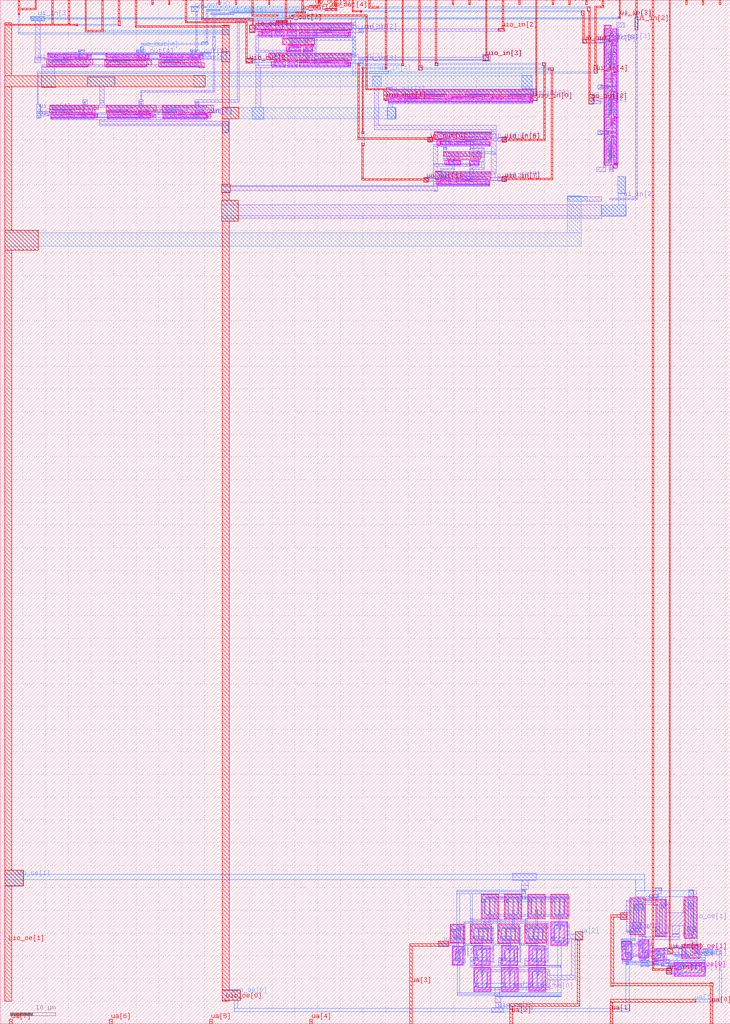
<source format=lef>
VERSION 5.7 ;
  NOWIREEXTENSIONATPIN ON ;
  DIVIDERCHAR "/" ;
  BUSBITCHARS "[]" ;
MACRO tt_um_vks_pll
  CLASS BLOCK ;
  FOREIGN tt_um_vks_pll ;
  ORIGIN 0.000 0.000 ;
  SIZE 161.000 BY 225.760 ;
  PIN clk
    DIRECTION INPUT ;
    USE SIGNAL ;
    PORT
      LAYER met4 ;
        RECT 154.870 224.760 155.170 225.760 ;
    END
  END clk
  PIN ena
    DIRECTION INPUT ;
    USE SIGNAL ;
    PORT
      LAYER met4 ;
        RECT 158.550 224.760 158.850 225.760 ;
    END
  END ena
  PIN rst_n
    DIRECTION INPUT ;
    USE SIGNAL ;
    PORT
      LAYER met4 ;
        RECT 151.190 224.760 151.490 225.760 ;
    END
  END rst_n
  PIN ua[0]
    DIRECTION INOUT ;
    USE SIGNAL ;
    ANTENNAGATEAREA 5.400000 ;
    PORT
      LAYER li1 ;
        RECT 139.815 26.910 140.145 27.080 ;
        RECT 140.405 26.910 140.735 27.080 ;
        RECT 140.995 26.910 141.325 27.080 ;
        RECT 139.815 20.270 140.145 20.440 ;
        RECT 140.405 20.270 140.735 20.440 ;
        RECT 140.995 20.270 141.325 20.440 ;
      LAYER met1 ;
        RECT 138.420 27.250 141.370 27.280 ;
        RECT 138.070 26.900 141.370 27.250 ;
        RECT 138.070 24.480 138.840 26.900 ;
        RECT 139.835 26.880 140.125 26.900 ;
        RECT 140.425 26.880 140.715 26.900 ;
        RECT 141.015 26.880 141.305 26.900 ;
        RECT 136.790 23.010 138.840 24.480 ;
        RECT 138.070 20.490 138.840 23.010 ;
        RECT 138.070 20.470 141.220 20.490 ;
        RECT 138.070 20.240 141.305 20.470 ;
        RECT 138.130 20.140 141.220 20.240 ;
      LAYER met2 ;
        RECT 136.840 22.960 138.210 24.530 ;
      LAYER met3 ;
        RECT 136.790 22.985 138.260 24.505 ;
      LAYER met4 ;
        RECT 136.835 24.040 138.215 24.485 ;
        RECT 134.670 23.440 138.215 24.040 ;
        RECT 134.670 8.960 135.270 23.440 ;
        RECT 136.835 23.005 138.215 23.440 ;
        RECT 156.560 8.960 157.160 9.000 ;
        RECT 134.670 8.360 157.200 8.960 ;
        RECT 134.670 8.300 135.270 8.360 ;
        RECT 156.560 0.000 157.160 8.360 ;
    END
  END ua[0]
  PIN ua[1]
    DIRECTION INOUT ;
    USE SIGNAL ;
    ANTENNADIFFAREA 0.580000 ;
    PORT
      LAYER li1 ;
        RECT 151.035 15.415 151.205 16.455 ;
        RECT 149.330 11.480 149.500 12.520 ;
      LAYER met1 ;
        RECT 155.620 16.440 155.910 16.500 ;
        RECT 151.005 15.960 151.235 16.435 ;
        RECT 155.620 16.400 157.090 16.440 ;
        RECT 150.830 15.560 151.350 15.960 ;
        RECT 154.640 15.680 157.090 16.400 ;
        RECT 151.005 15.435 151.235 15.560 ;
        RECT 154.500 15.160 157.090 15.680 ;
        RECT 155.620 15.110 157.090 15.160 ;
        RECT 155.620 15.040 155.910 15.110 ;
        RECT 149.300 12.270 149.530 12.500 ;
        RECT 149.140 11.830 149.740 12.270 ;
        RECT 149.300 11.500 149.530 11.830 ;
      LAYER met2 ;
        RECT 150.880 15.880 151.300 16.010 ;
        RECT 150.880 15.510 151.560 15.880 ;
        RECT 154.550 15.610 155.620 15.730 ;
        RECT 150.980 14.700 151.560 15.510 ;
        RECT 154.520 15.110 155.620 15.610 ;
        RECT 150.980 14.560 151.630 14.700 ;
        RECT 154.520 14.560 155.450 15.110 ;
        RECT 155.830 15.060 157.040 16.490 ;
        RECT 149.220 13.960 155.460 14.560 ;
        RECT 149.260 13.540 155.460 13.960 ;
        RECT 149.270 12.320 150.060 13.540 ;
        RECT 149.190 11.890 150.060 12.320 ;
        RECT 149.190 11.780 149.690 11.890 ;
      LAYER met3 ;
        RECT 155.780 15.950 157.090 16.465 ;
        RECT 155.250 15.350 159.120 15.950 ;
        RECT 155.780 15.085 157.090 15.350 ;
        RECT 152.785 5.390 153.375 5.415 ;
        RECT 158.520 5.390 159.120 15.350 ;
        RECT 152.780 4.790 159.120 5.390 ;
        RECT 152.785 4.765 153.375 4.790 ;
      LAYER met4 ;
        RECT 134.480 4.790 153.380 5.390 ;
        RECT 134.480 0.000 135.080 4.790 ;
    END
  END ua[1]
  PIN ua[2]
    DIRECTION INOUT ;
    USE SIGNAL ;
    ANTENNAGATEAREA 20.799999 ;
    PORT
      LAYER li1 ;
        RECT 122.370 21.680 123.170 21.850 ;
        RECT 123.460 21.680 124.260 21.850 ;
        RECT 122.370 17.880 123.170 18.050 ;
        RECT 123.460 17.880 124.260 18.050 ;
        RECT 105.330 11.520 106.130 11.690 ;
        RECT 106.420 11.520 107.220 11.690 ;
        RECT 111.430 11.520 112.230 11.690 ;
        RECT 112.520 11.520 113.320 11.690 ;
        RECT 117.510 11.540 118.310 11.710 ;
        RECT 118.600 11.540 119.400 11.710 ;
        RECT 105.330 7.720 106.130 7.890 ;
        RECT 106.420 7.720 107.220 7.890 ;
        RECT 111.430 7.720 112.230 7.890 ;
        RECT 112.520 7.720 113.320 7.890 ;
        RECT 117.510 7.740 118.310 7.910 ;
        RECT 118.600 7.740 119.400 7.910 ;
      LAYER met1 ;
        RECT 125.120 21.960 125.530 21.970 ;
        RECT 122.340 21.630 125.530 21.960 ;
        RECT 125.120 19.740 125.530 21.630 ;
        RECT 126.820 19.740 128.480 20.240 ;
        RECT 125.120 18.750 128.480 19.740 ;
        RECT 125.120 18.100 125.530 18.750 ;
        RECT 122.390 17.770 125.530 18.100 ;
        RECT 125.120 17.760 125.530 17.770 ;
        RECT 125.900 18.510 128.480 18.750 ;
        RECT 120.640 11.920 121.140 11.930 ;
        RECT 105.270 11.490 121.140 11.920 ;
        RECT 120.640 10.700 121.140 11.490 ;
        RECT 125.900 10.700 126.860 18.510 ;
        RECT 120.640 9.750 126.860 10.700 ;
        RECT 117.530 7.930 118.290 7.940 ;
        RECT 118.620 7.930 119.380 7.940 ;
        RECT 120.640 7.930 121.140 9.750 ;
        RECT 105.290 7.540 121.140 7.930 ;
        RECT 105.290 7.500 121.110 7.540 ;
      LAYER met2 ;
        RECT 126.870 18.460 128.430 20.290 ;
      LAYER met3 ;
        RECT 126.820 18.485 128.480 20.265 ;
      LAYER met4 ;
        RECT 126.865 18.505 128.435 20.245 ;
        RECT 127.260 4.440 127.860 18.505 ;
        RECT 112.400 3.840 127.860 4.440 ;
        RECT 112.400 0.000 113.000 3.840 ;
    END
  END ua[2]
  PIN ua[3]
    DIRECTION INOUT ;
    USE SIGNAL ;
    ANTENNADIFFAREA 2.022500 ;
    PORT
      LAYER li1 ;
        RECT 99.970 18.845 100.140 20.885 ;
        RECT 100.930 18.845 101.100 20.885 ;
        RECT 100.820 13.850 100.990 16.140 ;
      LAYER met1 ;
        RECT 99.940 19.370 100.170 20.865 ;
        RECT 99.870 18.950 100.230 19.370 ;
        RECT 100.900 19.340 101.130 20.865 ;
        RECT 99.940 18.865 100.170 18.950 ;
        RECT 100.840 18.920 101.200 19.340 ;
        RECT 100.900 18.865 101.130 18.920 ;
        RECT 96.580 17.810 98.930 18.150 ;
        RECT 100.670 17.810 101.170 17.830 ;
        RECT 96.580 17.350 101.170 17.810 ;
        RECT 96.580 17.310 101.080 17.350 ;
        RECT 96.580 17.060 98.930 17.310 ;
        RECT 97.770 17.020 98.770 17.060 ;
        RECT 100.790 16.100 101.020 16.120 ;
        RECT 100.740 15.540 101.100 16.100 ;
        RECT 100.790 13.870 101.020 15.540 ;
      LAYER met2 ;
        RECT 99.920 19.360 100.180 19.420 ;
        RECT 100.890 19.360 101.150 19.390 ;
        RECT 99.880 18.930 101.160 19.360 ;
        RECT 99.920 18.900 100.180 18.930 ;
        RECT 100.730 18.870 101.150 18.930 ;
        RECT 96.630 17.010 98.880 18.200 ;
        RECT 100.730 17.880 101.090 18.870 ;
        RECT 100.720 17.300 101.120 17.880 ;
        RECT 100.730 15.540 101.090 17.300 ;
        RECT 100.790 15.490 101.050 15.540 ;
      LAYER met3 ;
        RECT 96.580 17.035 98.930 18.175 ;
      LAYER met4 ;
        RECT 96.625 17.650 98.885 18.155 ;
        RECT 90.320 17.055 98.885 17.650 ;
        RECT 90.320 17.050 98.770 17.055 ;
        RECT 90.320 0.000 90.920 17.050 ;
    END
  END ua[3]
  PIN ua[4]
    DIRECTION INOUT ;
    USE SIGNAL ;
    PORT
      LAYER met4 ;
        RECT 68.240 0.000 68.840 1.000 ;
    END
  END ua[4]
  PIN ua[5]
    DIRECTION INOUT ;
    USE SIGNAL ;
    PORT
      LAYER met4 ;
        RECT 46.160 0.000 46.760 1.000 ;
    END
  END ua[5]
  PIN ua[6]
    DIRECTION INOUT ;
    USE SIGNAL ;
    PORT
      LAYER met4 ;
        RECT 24.080 0.000 24.680 1.000 ;
    END
  END ua[6]
  PIN ua[7]
    DIRECTION INOUT ;
    USE SIGNAL ;
    PORT
      LAYER met4 ;
        RECT 2.000 0.000 2.600 1.000 ;
    END
  END ua[7]
  PIN ui_in[0]
    DIRECTION INPUT ;
    USE SIGNAL ;
    ANTENNAGATEAREA 2.000000 ;
    PORT
      LAYER li1 ;
        RECT 151.265 16.670 153.265 16.840 ;
        RECT 151.265 15.030 153.265 15.200 ;
      LAYER met1 ;
        RECT 148.630 17.130 149.560 17.150 ;
        RECT 148.630 16.870 151.850 17.130 ;
        RECT 148.630 16.750 153.245 16.870 ;
        RECT 147.200 16.700 153.245 16.750 ;
        RECT 147.200 15.760 149.610 16.700 ;
        RECT 151.285 16.640 153.245 16.700 ;
        RECT 147.200 15.350 149.750 15.760 ;
        RECT 148.630 15.280 149.750 15.350 ;
        RECT 148.630 15.230 151.890 15.280 ;
        RECT 148.630 15.000 153.245 15.230 ;
        RECT 148.710 14.880 152.040 15.000 ;
        RECT 148.750 14.860 152.040 14.880 ;
        RECT 151.890 14.670 152.040 14.860 ;
      LAYER met2 ;
        RECT 147.260 15.370 148.300 16.630 ;
      LAYER met3 ;
        RECT 147.210 15.395 148.350 16.605 ;
      LAYER met4 ;
        RECT 147.510 43.330 147.815 225.750 ;
        RECT 147.505 40.195 147.820 43.330 ;
        RECT 147.510 40.185 147.815 40.195 ;
        RECT 147.515 16.585 147.815 40.185 ;
        RECT 147.255 15.415 148.305 16.585 ;
    END
  END ui_in[0]
  PIN ui_in[1]
    DIRECTION INPUT ;
    USE SIGNAL ;
    ANTENNAGATEAREA 5.000000 ;
    PORT
      LAYER li1 ;
        RECT 149.560 12.690 154.560 12.860 ;
        RECT 149.560 11.140 154.560 11.310 ;
      LAYER met1 ;
        RECT 147.360 12.890 150.370 13.120 ;
        RECT 147.360 12.780 154.540 12.890 ;
        RECT 147.270 12.680 154.540 12.780 ;
        RECT 147.270 12.530 148.420 12.680 ;
        RECT 149.580 12.660 154.540 12.680 ;
        RECT 147.270 12.510 148.290 12.530 ;
        RECT 147.290 12.280 148.290 12.510 ;
        RECT 146.930 11.670 148.290 12.280 ;
        RECT 146.930 11.340 148.350 11.670 ;
        RECT 146.930 11.110 154.540 11.340 ;
        RECT 146.930 10.920 150.400 11.110 ;
        RECT 147.390 10.900 150.400 10.920 ;
      LAYER met2 ;
        RECT 146.980 10.870 148.040 12.330 ;
      LAYER met3 ;
        RECT 146.930 10.895 148.090 12.305 ;
      LAYER met4 ;
        RECT 143.830 12.090 144.130 225.760 ;
        RECT 146.975 12.090 148.045 12.285 ;
        RECT 143.830 11.790 148.045 12.090 ;
        RECT 146.975 10.915 148.045 11.790 ;
    END
  END ui_in[1]
  PIN ui_in[2]
    DIRECTION INPUT ;
    USE SIGNAL ;
    PORT
      LAYER met1 ;
        RECT 139.980 219.220 140.680 222.010 ;
        RECT 140.140 182.040 140.480 219.220 ;
        RECT 134.380 181.700 140.480 182.040 ;
      LAYER met2 ;
        RECT 140.030 219.170 140.630 222.060 ;
      LAYER met3 ;
        RECT 139.980 219.195 140.680 222.035 ;
      LAYER met4 ;
        RECT 140.150 222.015 140.450 225.760 ;
        RECT 140.025 219.215 140.635 222.015 ;
    END
  END ui_in[2]
  PIN ui_in[3]
    DIRECTION INPUT ;
    USE SIGNAL ;
    ANTENNAGATEAREA 0.159000 ;
    PORT
      LAYER li1 ;
        RECT 10.510 212.315 10.860 212.965 ;
      LAYER met1 ;
        RECT 7.700 222.130 8.860 222.150 ;
        RECT 6.740 221.310 9.860 222.130 ;
        RECT 7.700 213.140 8.860 221.310 ;
        RECT 7.620 212.910 8.890 213.140 ;
        RECT 7.620 212.580 10.850 212.910 ;
        RECT 7.620 211.980 8.890 212.580 ;
      LAYER met2 ;
        RECT 6.790 221.260 9.810 222.180 ;
      LAYER met3 ;
        RECT 6.740 222.060 9.860 222.155 ;
        RECT 6.660 221.850 9.860 222.060 ;
        RECT 136.110 221.850 136.890 222.130 ;
        RECT 6.660 221.760 136.890 221.850 ;
        RECT 6.740 221.550 136.890 221.760 ;
        RECT 6.740 221.285 9.860 221.550 ;
        RECT 136.110 221.530 136.890 221.550 ;
      LAYER met4 ;
        RECT 136.470 222.075 136.770 225.760 ;
        RECT 136.455 221.745 136.785 222.075 ;
    END
  END ui_in[3]
  PIN ui_in[4]
    DIRECTION INPUT ;
    USE SIGNAL ;
    ANTENNAGATEAREA 0.159000 ;
    PORT
      LAYER li1 ;
        RECT 11.230 200.635 11.580 201.285 ;
      LAYER met1 ;
        RECT 8.000 201.300 8.910 202.790 ;
        RECT 8.000 201.050 10.770 201.300 ;
        RECT 11.250 201.050 11.560 201.120 ;
        RECT 8.000 200.650 11.560 201.050 ;
        RECT 8.000 200.300 10.770 200.650 ;
        RECT 8.000 199.800 9.040 200.300 ;
        RECT 8.040 199.780 9.040 199.800 ;
      LAYER met2 ;
        RECT 81.410 209.910 85.680 210.050 ;
        RECT 8.110 209.610 85.680 209.910 ;
        RECT 8.110 202.840 8.410 209.610 ;
        RECT 81.410 209.520 85.680 209.610 ;
        RECT 8.050 199.750 8.860 202.840 ;
      LAYER met3 ;
        RECT 81.360 209.910 85.730 210.025 ;
        RECT 130.950 209.910 131.760 211.380 ;
        RECT 81.360 209.610 131.770 209.910 ;
        RECT 81.360 209.545 85.730 209.610 ;
      LAYER met4 ;
        RECT 132.790 224.410 133.090 225.760 ;
        RECT 131.160 224.110 133.090 224.410 ;
        RECT 131.160 211.385 131.460 224.110 ;
        RECT 130.995 209.645 131.715 211.385 ;
        RECT 131.160 209.620 131.460 209.645 ;
    END
  END ui_in[4]
  PIN ui_in[5]
    DIRECTION INPUT ;
    USE SIGNAL ;
    PORT
      LAYER met4 ;
        RECT 129.110 224.760 129.410 225.760 ;
    END
  END ui_in[5]
  PIN ui_in[6]
    DIRECTION INPUT ;
    USE SIGNAL ;
    PORT
      LAYER met4 ;
        RECT 125.430 224.760 125.730 225.760 ;
    END
  END ui_in[6]
  PIN ui_in[7]
    DIRECTION INPUT ;
    USE SIGNAL ;
    PORT
      LAYER met4 ;
        RECT 121.750 224.760 122.050 225.760 ;
    END
  END ui_in[7]
  PIN uio_in[0]
    DIRECTION INPUT ;
    USE SIGNAL ;
    ANTENNAGATEAREA 0.159000 ;
    PORT
      LAYER li1 ;
        RECT 116.580 204.360 116.930 204.815 ;
        RECT 116.580 204.190 117.510 204.360 ;
        RECT 116.580 204.165 116.930 204.190 ;
      LAYER met1 ;
        RECT 117.000 203.630 118.430 204.700 ;
      LAYER met2 ;
        RECT 117.050 203.580 118.380 204.750 ;
      LAYER met3 ;
        RECT 117.000 203.605 118.430 204.725 ;
      LAYER met4 ;
        RECT 118.070 204.705 118.370 225.760 ;
        RECT 117.045 203.625 118.385 204.705 ;
        RECT 118.070 203.590 118.370 203.625 ;
    END
  END uio_in[0]
  PIN uio_in[1]
    DIRECTION INPUT ;
    USE SIGNAL ;
    PORT
      LAYER met4 ;
        RECT 114.390 224.760 114.690 225.760 ;
    END
  END uio_in[1]
  PIN uio_in[2]
    DIRECTION INPUT ;
    USE SIGNAL ;
    ANTENNAGATEAREA 0.159000 ;
    PORT
      LAYER li1 ;
        RECT 76.400 219.080 76.750 219.415 ;
        RECT 76.400 218.800 77.140 219.080 ;
        RECT 76.400 218.765 76.750 218.800 ;
      LAYER met1 ;
        RECT 79.070 219.460 80.070 219.570 ;
        RECT 76.470 218.770 77.200 219.110 ;
        RECT 79.070 218.920 111.250 219.460 ;
        RECT 79.070 218.570 80.070 218.920 ;
      LAYER met2 ;
        RECT 76.525 219.450 79.210 219.480 ;
        RECT 76.525 218.710 79.610 219.450 ;
        RECT 109.820 218.870 111.200 219.510 ;
      LAYER met3 ;
        RECT 109.770 218.895 111.250 219.485 ;
      LAYER met4 ;
        RECT 110.710 219.465 111.010 225.760 ;
        RECT 109.815 218.915 111.205 219.465 ;
    END
  END uio_in[2]
  PIN uio_in[3]
    DIRECTION INPUT ;
    USE SIGNAL ;
    ANTENNAGATEAREA 0.159000 ;
    PORT
      LAYER li1 ;
        RECT 76.400 212.085 76.750 212.735 ;
      LAYER met1 ;
        RECT 106.380 213.110 108.070 213.810 ;
        RECT 79.040 212.590 108.070 213.110 ;
        RECT 76.430 212.100 76.880 212.500 ;
        RECT 79.020 212.450 108.070 212.590 ;
        RECT 79.020 211.850 80.070 212.450 ;
        RECT 106.380 212.240 108.070 212.450 ;
        RECT 79.070 211.740 80.070 211.850 ;
      LAYER met2 ;
        RECT 76.390 211.880 79.560 212.630 ;
        RECT 106.500 212.270 107.790 213.660 ;
      LAYER met3 ;
        RECT 106.530 212.345 107.720 213.525 ;
      LAYER met4 ;
        RECT 107.030 213.505 107.330 225.760 ;
        RECT 106.575 212.365 107.675 213.505 ;
    END
  END uio_in[3]
  PIN uio_in[4]
    DIRECTION INPUT ;
    USE SIGNAL ;
    PORT
      LAYER met4 ;
        RECT 103.350 224.760 103.650 225.760 ;
    END
  END uio_in[4]
  PIN uio_in[5]
    DIRECTION INPUT ;
    USE SIGNAL ;
    PORT
      LAYER met4 ;
        RECT 99.670 224.760 99.970 225.760 ;
    END
  END uio_in[5]
  PIN uio_in[6]
    DIRECTION INPUT ;
    USE SIGNAL ;
    ANTENNAGATEAREA 0.159000 ;
    PORT
      LAYER li1 ;
        RECT 107.630 195.350 107.980 195.365 ;
        RECT 107.630 194.750 110.570 195.350 ;
        RECT 107.630 194.715 107.980 194.750 ;
      LAYER met1 ;
        RECT 109.990 195.380 111.680 195.540 ;
        RECT 109.770 194.720 111.680 195.380 ;
        RECT 109.990 194.540 111.680 194.720 ;
        RECT 110.710 194.420 111.680 194.540 ;
      LAYER met2 ;
        RECT 110.760 194.370 111.630 195.590 ;
      LAYER met3 ;
        RECT 95.830 211.810 96.580 211.920 ;
        RECT 119.550 211.810 120.380 211.990 ;
        RECT 95.830 211.510 120.380 211.810 ;
        RECT 95.830 211.270 96.580 211.510 ;
        RECT 119.550 211.270 120.380 211.510 ;
        RECT 110.710 194.395 111.680 195.565 ;
      LAYER met4 ;
        RECT 95.990 211.875 96.290 225.760 ;
        RECT 119.770 211.925 120.070 211.940 ;
        RECT 95.895 211.285 96.455 211.875 ;
        RECT 119.675 211.335 120.235 211.925 ;
        RECT 119.680 211.320 120.210 211.335 ;
        RECT 110.755 195.050 111.635 195.545 ;
        RECT 119.910 195.050 120.210 211.320 ;
        RECT 110.755 194.750 120.240 195.050 ;
        RECT 110.755 194.415 111.635 194.750 ;
    END
  END uio_in[6]
  PIN uio_in[7]
    DIRECTION INPUT ;
    USE SIGNAL ;
    ANTENNAGATEAREA 0.159000 ;
    PORT
      LAYER li1 ;
        RECT 107.510 186.610 107.860 186.615 ;
        RECT 107.510 185.980 110.450 186.610 ;
        RECT 107.510 185.970 109.740 185.980 ;
        RECT 107.510 185.965 107.860 185.970 ;
      LAYER met1 ;
        RECT 110.640 186.800 111.660 186.810 ;
        RECT 109.880 186.640 111.660 186.800 ;
        RECT 109.590 185.950 111.660 186.640 ;
        RECT 109.880 185.800 111.660 185.950 ;
      LAYER met2 ;
        RECT 110.690 185.750 111.610 186.860 ;
      LAYER met3 ;
        RECT 92.140 210.960 93.090 211.300 ;
        RECT 92.140 210.810 93.240 210.960 ;
        RECT 120.890 210.810 122.050 210.830 ;
        RECT 92.140 210.510 122.050 210.810 ;
        RECT 92.140 210.280 93.090 210.510 ;
        RECT 120.890 210.310 122.050 210.510 ;
        RECT 110.640 185.775 111.660 186.835 ;
      LAYER met4 ;
        RECT 92.310 211.265 92.610 225.760 ;
        RECT 92.295 210.345 93.025 211.265 ;
        RECT 120.935 210.305 122.005 210.835 ;
        RECT 110.685 186.460 111.615 186.815 ;
        RECT 121.500 186.460 121.800 210.305 ;
        RECT 110.685 186.160 121.800 186.460 ;
        RECT 110.685 185.795 111.615 186.160 ;
    END
  END uio_in[7]
  PIN uio_oe[0]
    DIRECTION OUTPUT ;
    USE SIGNAL ;
    ANTENNADIFFAREA 63.800648 ;
    PORT
      LAYER pwell ;
        RECT 56.940 217.870 57.620 218.860 ;
        RECT 76.855 217.980 77.285 218.765 ;
        RECT 63.060 214.535 63.740 215.430 ;
        RECT 64.735 215.375 66.325 215.465 ;
        RECT 63.755 214.555 66.325 215.375 ;
        RECT 63.755 214.535 63.895 214.555 ;
        RECT 63.060 214.440 63.895 214.535 ;
        RECT 63.725 214.365 63.895 214.440 ;
        RECT 19.170 212.880 20.080 213.770 ;
        RECT 31.980 212.820 32.890 213.710 ;
        RECT 43.880 212.850 44.790 213.740 ;
        RECT 59.770 211.190 60.450 212.180 ;
        RECT 76.855 211.300 77.285 212.085 ;
        RECT 85.520 203.210 86.270 204.260 ;
        RECT 98.715 203.380 99.145 204.165 ;
        RECT 117.035 203.380 117.465 204.165 ;
        RECT 20.890 199.870 21.500 200.720 ;
        RECT 33.530 199.840 34.290 200.560 ;
        RECT 45.600 199.730 46.390 200.610 ;
        RECT 96.280 193.790 97.060 194.750 ;
        RECT 98.070 189.490 98.930 190.450 ;
        RECT 96.180 185.100 96.860 185.930 ;
        RECT 121.440 17.240 125.190 22.490 ;
        RECT 99.640 12.870 102.170 17.120 ;
        RECT 104.440 12.940 108.090 17.190 ;
        RECT 110.530 12.920 114.180 17.170 ;
        RECT 116.540 12.930 120.190 17.180 ;
        RECT 137.115 14.065 139.275 18.065 ;
        RECT 140.865 14.525 143.025 18.525 ;
        RECT 144.150 13.860 146.510 16.560 ;
        RECT 104.400 7.080 108.150 12.330 ;
        RECT 110.500 7.080 114.250 12.330 ;
        RECT 116.580 7.100 120.330 12.350 ;
        RECT 148.630 10.500 155.490 13.500 ;
      LAYER li1 ;
        RECT 57.070 217.900 57.490 218.730 ;
        RECT 57.905 217.900 58.155 218.340 ;
        RECT 57.070 217.875 58.155 217.900 ;
        RECT 58.825 217.875 58.995 218.335 ;
        RECT 59.665 217.875 59.930 218.335 ;
        RECT 60.585 217.875 60.835 218.340 ;
        RECT 61.505 217.875 61.675 218.335 ;
        RECT 62.345 217.875 62.610 218.335 ;
        RECT 63.265 217.875 63.515 218.340 ;
        RECT 64.185 217.875 64.355 218.335 ;
        RECT 65.025 217.875 65.290 218.335 ;
        RECT 66.080 217.875 66.250 218.720 ;
        RECT 66.970 217.875 67.140 218.615 ;
        RECT 67.850 217.875 68.085 218.335 ;
        RECT 69.945 217.875 70.135 218.315 ;
        RECT 72.035 217.875 72.365 218.335 ;
        RECT 74.965 217.875 75.295 218.235 ;
        RECT 75.995 217.875 76.325 218.255 ;
        RECT 76.925 217.875 77.215 218.600 ;
        RECT 57.070 217.710 60.060 217.875 ;
        RECT 57.760 217.705 60.060 217.710 ;
        RECT 60.440 217.705 62.740 217.875 ;
        RECT 63.120 217.705 65.420 217.875 ;
        RECT 65.800 217.705 77.300 217.875 ;
        RECT 63.190 214.540 63.610 215.300 ;
        RECT 64.825 214.540 65.075 214.995 ;
        RECT 63.190 214.535 65.075 214.540 ;
        RECT 65.965 214.535 66.255 215.335 ;
        RECT 66.850 214.535 67.115 214.995 ;
        RECT 67.785 214.535 67.955 214.995 ;
        RECT 68.625 214.535 68.875 215.000 ;
        RECT 63.190 214.370 66.340 214.535 ;
        RECT 63.580 214.365 66.340 214.370 ;
        RECT 66.720 214.365 69.020 214.535 ;
        RECT 10.420 213.855 19.160 214.025 ;
        RECT 23.220 213.865 31.960 214.035 ;
        RECT 35.130 213.865 43.870 214.035 ;
        RECT 10.935 213.475 11.265 213.855 ;
        RECT 11.875 213.395 12.125 213.855 ;
        RECT 13.820 213.355 14.190 213.855 ;
        RECT 16.005 213.325 16.215 213.855 ;
        RECT 16.980 213.245 17.150 213.855 ;
        RECT 18.325 213.395 18.645 213.855 ;
        RECT 19.330 213.040 19.910 213.620 ;
        RECT 23.735 213.485 24.065 213.865 ;
        RECT 24.675 213.405 24.925 213.865 ;
        RECT 26.620 213.365 26.990 213.865 ;
        RECT 28.805 213.335 29.015 213.865 ;
        RECT 29.780 213.255 29.950 213.865 ;
        RECT 31.125 213.405 31.445 213.865 ;
        RECT 32.140 212.980 32.720 213.560 ;
        RECT 35.645 213.485 35.975 213.865 ;
        RECT 36.585 213.405 36.835 213.865 ;
        RECT 38.530 213.365 38.900 213.865 ;
        RECT 40.715 213.335 40.925 213.865 ;
        RECT 41.690 213.255 41.860 213.865 ;
        RECT 43.035 213.405 43.355 213.865 ;
        RECT 44.040 213.010 44.620 213.590 ;
        RECT 59.900 211.210 60.320 212.050 ;
        RECT 60.775 211.210 61.025 211.660 ;
        RECT 59.900 211.195 61.025 211.210 ;
        RECT 61.695 211.195 61.865 211.655 ;
        RECT 62.535 211.195 62.800 211.655 ;
        RECT 63.455 211.195 63.705 211.660 ;
        RECT 64.375 211.195 64.545 211.655 ;
        RECT 65.215 211.195 65.480 211.655 ;
        RECT 66.080 211.195 66.250 212.040 ;
        RECT 66.970 211.195 67.140 211.935 ;
        RECT 67.850 211.195 68.085 211.655 ;
        RECT 69.945 211.195 70.135 211.635 ;
        RECT 72.035 211.195 72.365 211.655 ;
        RECT 74.965 211.195 75.295 211.555 ;
        RECT 75.995 211.195 76.325 211.575 ;
        RECT 76.925 211.195 77.215 211.920 ;
        RECT 59.900 211.030 62.930 211.195 ;
        RECT 60.630 211.025 62.930 211.030 ;
        RECT 63.310 211.025 65.610 211.195 ;
        RECT 65.800 211.025 77.300 211.195 ;
        RECT 85.650 203.340 86.140 204.130 ;
        RECT 86.735 203.340 86.945 204.095 ;
        RECT 85.650 203.275 86.945 203.340 ;
        RECT 87.615 203.275 87.845 204.095 ;
        RECT 88.305 203.275 88.515 204.095 ;
        RECT 89.185 203.275 89.415 204.095 ;
        RECT 90.285 203.275 90.605 203.735 ;
        RECT 91.780 203.275 91.950 203.885 ;
        RECT 92.715 203.275 92.925 203.805 ;
        RECT 94.740 203.275 95.110 203.775 ;
        RECT 96.805 203.275 97.055 203.735 ;
        RECT 97.665 203.275 97.995 203.655 ;
        RECT 98.785 203.275 99.075 204.000 ;
        RECT 99.885 203.275 100.205 203.735 ;
        RECT 101.380 203.275 101.550 203.885 ;
        RECT 102.315 203.275 102.525 203.805 ;
        RECT 104.340 203.275 104.710 203.775 ;
        RECT 106.405 203.275 106.655 203.735 ;
        RECT 107.265 203.275 107.595 203.655 ;
        RECT 108.795 203.275 109.115 203.735 ;
        RECT 110.290 203.275 110.460 203.885 ;
        RECT 111.225 203.275 111.435 203.805 ;
        RECT 113.250 203.275 113.620 203.775 ;
        RECT 115.315 203.275 115.565 203.735 ;
        RECT 116.175 203.275 116.505 203.655 ;
        RECT 117.105 203.275 117.395 204.000 ;
        RECT 85.650 203.110 87.970 203.275 ;
        RECT 86.590 203.105 87.970 203.110 ;
        RECT 88.160 203.105 89.540 203.275 ;
        RECT 89.770 203.105 98.510 203.275 ;
        RECT 98.700 203.105 99.160 203.275 ;
        RECT 99.370 203.105 108.110 203.275 ;
        RECT 108.280 203.105 117.480 203.275 ;
        RECT 11.655 199.745 11.985 200.125 ;
        RECT 12.595 199.745 12.845 200.205 ;
        RECT 14.540 199.745 14.910 200.245 ;
        RECT 16.725 199.745 16.935 200.275 ;
        RECT 17.700 199.745 17.870 200.355 ;
        RECT 18.540 199.745 18.710 200.260 ;
        RECT 19.530 199.745 19.860 200.485 ;
        RECT 20.455 200.470 20.705 200.565 ;
        RECT 20.455 200.230 21.410 200.470 ;
        RECT 20.455 199.745 20.705 200.230 ;
        RECT 24.075 199.745 24.405 200.125 ;
        RECT 25.015 199.745 25.265 200.205 ;
        RECT 26.960 199.745 27.330 200.245 ;
        RECT 29.145 199.745 29.355 200.275 ;
        RECT 30.120 199.745 30.290 200.355 ;
        RECT 30.960 199.745 31.130 200.260 ;
        RECT 31.950 199.745 32.280 200.485 ;
        RECT 32.875 200.330 33.125 200.565 ;
        RECT 32.875 200.020 34.030 200.330 ;
        RECT 32.875 199.745 33.125 200.020 ;
        RECT 11.140 199.575 20.800 199.745 ;
        RECT 23.560 199.575 33.220 199.745 ;
        RECT 36.395 199.725 36.725 200.105 ;
        RECT 37.335 199.725 37.585 200.185 ;
        RECT 39.280 199.725 39.650 200.225 ;
        RECT 41.465 199.725 41.675 200.255 ;
        RECT 42.440 199.725 42.610 200.335 ;
        RECT 43.280 199.725 43.450 200.240 ;
        RECT 44.270 199.725 44.600 200.465 ;
        RECT 45.195 200.380 45.445 200.545 ;
        RECT 45.195 200.010 46.100 200.380 ;
        RECT 45.195 199.725 45.445 200.010 ;
        RECT 35.880 199.555 45.540 199.725 ;
        RECT 96.420 193.870 96.940 194.610 ;
        RECT 97.310 193.870 97.480 194.670 ;
        RECT 96.420 193.825 97.480 193.870 ;
        RECT 98.200 193.825 98.370 194.565 ;
        RECT 99.080 193.825 99.315 194.285 ;
        RECT 101.175 193.825 101.365 194.265 ;
        RECT 103.265 193.825 103.595 194.285 ;
        RECT 106.195 193.825 106.525 194.185 ;
        RECT 107.225 193.825 107.555 194.205 ;
        RECT 96.420 193.655 108.070 193.825 ;
        RECT 96.420 193.640 97.330 193.655 ;
        RECT 98.240 189.480 98.780 190.300 ;
        RECT 98.240 189.475 98.980 189.480 ;
        RECT 100.015 189.475 100.265 189.935 ;
        RECT 101.155 189.475 101.445 190.275 ;
        RECT 98.240 189.305 101.530 189.475 ;
        RECT 103.520 189.455 103.785 189.915 ;
        RECT 104.455 189.455 104.625 189.915 ;
        RECT 105.295 189.455 105.545 189.920 ;
        RECT 98.240 189.300 98.980 189.305 ;
        RECT 103.390 189.285 105.690 189.455 ;
        RECT 96.330 185.090 96.730 185.790 ;
        RECT 97.190 185.090 97.360 185.920 ;
        RECT 96.310 185.075 97.360 185.090 ;
        RECT 98.080 185.075 98.250 185.815 ;
        RECT 98.960 185.075 99.195 185.535 ;
        RECT 101.055 185.075 101.245 185.515 ;
        RECT 103.145 185.075 103.475 185.535 ;
        RECT 106.075 185.075 106.405 185.435 ;
        RECT 107.105 185.075 107.435 185.455 ;
        RECT 96.310 184.905 107.950 185.075 ;
        RECT 96.310 184.900 97.280 184.905 ;
        RECT 121.570 22.190 125.060 22.360 ;
        RECT 121.570 19.090 121.740 22.190 ;
        RECT 121.510 18.320 121.790 19.090 ;
        RECT 121.570 17.540 121.740 18.320 ;
        RECT 122.140 18.220 122.310 21.510 ;
        RECT 124.320 18.220 124.490 21.510 ;
        RECT 124.890 17.540 125.060 22.190 ;
        RECT 140.995 18.225 142.895 18.395 ;
        RECT 121.570 17.370 125.060 17.540 ;
        RECT 137.245 17.765 139.145 17.935 ;
        RECT 99.770 16.820 102.040 16.990 ;
        RECT 99.770 14.440 99.940 16.820 ;
        RECT 99.730 13.920 100.000 14.440 ;
        RECT 99.770 13.170 99.940 13.920 ;
        RECT 100.340 13.850 100.510 16.140 ;
        RECT 101.300 13.850 101.470 16.140 ;
        RECT 101.870 13.170 102.040 16.820 ;
        RECT 104.570 16.890 107.960 17.060 ;
        RECT 104.570 14.600 104.740 16.890 ;
        RECT 104.550 14.010 104.740 14.600 ;
        RECT 99.770 13.000 102.040 13.170 ;
        RECT 104.570 13.240 104.740 14.010 ;
        RECT 107.790 13.240 107.960 16.890 ;
        RECT 104.570 13.070 107.960 13.240 ;
        RECT 110.660 16.870 114.050 17.040 ;
        RECT 110.660 14.530 110.830 16.870 ;
        RECT 110.660 13.970 110.840 14.530 ;
        RECT 110.660 13.220 110.830 13.970 ;
        RECT 113.880 13.220 114.050 16.870 ;
        RECT 116.670 16.880 120.060 17.050 ;
        RECT 116.670 14.470 116.840 16.880 ;
        RECT 116.600 13.970 116.870 14.470 ;
        RECT 110.660 13.050 114.050 13.220 ;
        RECT 116.670 13.230 116.840 13.970 ;
        RECT 119.890 13.230 120.060 16.880 ;
        RECT 137.245 14.365 137.415 17.765 ;
        RECT 138.405 15.045 138.575 17.085 ;
        RECT 138.975 14.365 139.145 17.765 ;
        RECT 140.995 14.840 141.165 18.225 ;
        RECT 142.155 15.505 142.325 17.545 ;
        RECT 140.940 14.825 141.720 14.840 ;
        RECT 142.725 14.825 142.895 18.225 ;
        RECT 140.940 14.655 142.895 14.825 ;
        RECT 144.280 16.260 146.380 16.430 ;
        RECT 140.940 14.400 141.670 14.655 ;
        RECT 137.245 14.360 139.145 14.365 ;
        RECT 137.220 14.195 139.145 14.360 ;
        RECT 140.930 14.340 141.670 14.400 ;
        RECT 141.910 14.340 142.370 14.380 ;
        RECT 137.220 13.980 137.840 14.195 ;
        RECT 140.930 14.070 142.370 14.340 ;
        RECT 144.280 14.200 144.450 16.260 ;
        RECT 145.640 14.840 145.810 15.580 ;
        RECT 144.280 14.160 144.870 14.200 ;
        RECT 146.210 14.160 146.380 16.260 ;
        RECT 137.220 13.820 138.020 13.980 ;
        RECT 140.930 13.970 142.210 14.070 ;
        RECT 144.280 13.990 146.380 14.160 ;
        RECT 140.930 13.960 141.520 13.970 ;
        RECT 137.220 13.640 138.630 13.820 ;
        RECT 144.300 13.740 144.870 13.990 ;
        RECT 116.670 13.060 120.060 13.230 ;
        RECT 137.190 13.200 138.630 13.640 ;
        RECT 138.000 13.100 138.630 13.200 ;
        RECT 143.990 13.180 145.070 13.740 ;
        RECT 148.760 13.290 155.360 13.370 ;
        RECT 145.830 13.200 155.360 13.290 ;
        RECT 145.830 12.770 148.960 13.200 ;
        RECT 146.030 12.690 148.960 12.770 ;
        RECT 104.530 12.030 108.020 12.200 ;
        RECT 104.530 8.950 104.700 12.030 ;
        RECT 104.480 8.110 104.780 8.950 ;
        RECT 104.530 7.380 104.700 8.110 ;
        RECT 105.100 8.060 105.270 11.350 ;
        RECT 107.280 8.060 107.450 11.350 ;
        RECT 107.850 7.380 108.020 12.030 ;
        RECT 110.630 12.030 114.120 12.200 ;
        RECT 110.630 8.970 110.800 12.030 ;
        RECT 110.510 8.130 110.810 8.970 ;
        RECT 104.530 7.210 108.020 7.380 ;
        RECT 110.630 7.380 110.800 8.130 ;
        RECT 111.200 8.060 111.370 11.350 ;
        RECT 113.380 8.060 113.550 11.350 ;
        RECT 113.950 7.380 114.120 12.030 ;
        RECT 116.710 12.050 120.200 12.220 ;
        RECT 116.710 8.820 116.880 12.050 ;
        RECT 116.660 8.170 116.930 8.820 ;
        RECT 110.630 7.210 114.120 7.380 ;
        RECT 116.710 7.400 116.880 8.170 ;
        RECT 117.280 8.080 117.450 11.370 ;
        RECT 119.460 8.080 119.630 11.370 ;
        RECT 120.030 7.400 120.200 12.050 ;
        RECT 148.760 10.800 148.930 12.690 ;
        RECT 155.190 10.800 155.360 13.200 ;
        RECT 148.760 10.630 155.360 10.800 ;
        RECT 116.710 7.230 120.200 7.400 ;
      LAYER met1 ;
        RECT 56.400 217.550 77.300 218.030 ;
        RECT 56.400 214.690 57.060 217.550 ;
        RECT 56.400 214.210 69.020 214.690 ;
        RECT 23.220 214.180 31.960 214.190 ;
        RECT 35.130 214.180 43.870 214.190 ;
        RECT 10.420 214.060 43.870 214.180 ;
        RECT 44.070 214.060 46.460 214.160 ;
        RECT 10.420 213.830 46.460 214.060 ;
        RECT 10.420 213.720 43.870 213.830 ;
        RECT 10.420 213.700 19.160 213.720 ;
        RECT 19.460 213.490 19.760 213.720 ;
        RECT 23.220 213.710 31.960 213.720 ;
        RECT 19.450 213.210 19.770 213.490 ;
        RECT 32.200 213.310 32.620 213.720 ;
        RECT 35.130 213.710 43.870 213.720 ;
        RECT 32.260 213.150 32.580 213.310 ;
        RECT 44.070 212.720 46.460 213.830 ;
        RECT 56.400 211.350 57.060 214.210 ;
        RECT 56.400 210.870 77.300 211.350 ;
        RECT 56.400 202.060 57.400 210.870 ;
        RECT 85.590 202.950 117.480 203.430 ;
        RECT 85.590 202.080 86.590 202.950 ;
        RECT 20.970 200.200 21.430 200.500 ;
        RECT 33.700 200.090 34.040 200.340 ;
        RECT 45.790 199.970 46.110 200.420 ;
        RECT 20.800 199.900 23.680 199.910 ;
        RECT 11.140 199.850 33.220 199.900 ;
        RECT 35.880 199.850 45.540 199.880 ;
        RECT 11.140 199.420 45.540 199.850 ;
        RECT 55.530 199.560 58.130 202.060 ;
        RECT 85.360 199.540 87.220 202.080 ;
        RECT 21.860 199.030 22.990 199.420 ;
        RECT 33.170 199.400 45.540 199.420 ;
        RECT 33.170 199.380 35.970 199.400 ;
        RECT 21.860 198.330 50.440 199.030 ;
        RECT 21.930 198.030 50.440 198.330 ;
        RECT 49.050 196.600 50.350 198.030 ;
        RECT 95.480 193.960 96.490 193.970 ;
        RECT 97.030 193.960 108.070 193.980 ;
        RECT 95.480 193.500 108.070 193.960 ;
        RECT 95.480 189.640 96.490 193.500 ;
        RECT 95.480 189.610 103.770 189.640 ;
        RECT 95.480 189.150 105.690 189.610 ;
        RECT 95.480 185.220 96.490 189.150 ;
        RECT 103.390 189.130 105.690 189.150 ;
        RECT 96.910 185.220 107.950 185.230 ;
        RECT 48.840 184.770 50.740 185.140 ;
        RECT 95.480 184.770 107.950 185.220 ;
        RECT 48.840 184.760 107.950 184.770 ;
        RECT 48.840 183.760 96.515 184.760 ;
        RECT 96.910 184.750 107.950 184.760 ;
        RECT 48.840 183.380 50.740 183.760 ;
        RECT 95.480 183.560 96.490 183.760 ;
        RECT 136.150 183.110 137.940 186.910 ;
        RECT 48.800 180.680 52.490 181.600 ;
        RECT 48.800 180.640 132.650 180.680 ;
        RECT 48.800 180.600 138.010 180.640 ;
        RECT 48.800 178.160 138.040 180.600 ;
        RECT 48.800 177.680 132.650 178.160 ;
        RECT 48.800 177.000 52.490 177.680 ;
        RECT 121.480 19.090 121.820 19.150 ;
        RECT 121.460 18.320 121.840 19.090 ;
        RECT 122.110 19.060 122.340 21.490 ;
        RECT 121.980 18.350 122.430 19.060 ;
        RECT 124.290 19.000 124.520 21.490 ;
        RECT 121.480 18.260 121.820 18.320 ;
        RECT 122.110 18.240 122.340 18.350 ;
        RECT 124.170 18.290 124.620 19.000 ;
        RECT 124.290 18.240 124.520 18.290 ;
        RECT 99.700 14.440 100.030 14.500 ;
        RECT 99.680 13.920 100.050 14.440 ;
        RECT 100.310 14.410 100.540 16.120 ;
        RECT 101.270 14.420 101.500 16.120 ;
        RECT 138.375 15.760 138.605 17.065 ;
        RECT 142.125 16.280 142.355 17.525 ;
        RECT 138.160 15.270 138.790 15.760 ;
        RECT 141.920 15.730 142.660 16.280 ;
        RECT 142.125 15.525 142.355 15.730 ;
        RECT 145.610 15.370 145.840 15.560 ;
        RECT 138.375 15.065 138.605 15.270 ;
        RECT 145.580 14.900 146.270 15.370 ;
        RECT 145.610 14.860 145.840 14.900 ;
        RECT 103.700 14.640 104.120 14.650 ;
        RECT 104.520 14.640 104.770 14.660 ;
        RECT 99.700 13.860 100.030 13.920 ;
        RECT 100.230 13.890 100.600 14.410 ;
        RECT 101.190 13.900 101.560 14.420 ;
        RECT 103.700 13.990 104.840 14.640 ;
        RECT 110.630 14.530 110.870 14.590 ;
        RECT 100.310 13.870 100.540 13.890 ;
        RECT 101.270 13.870 101.500 13.900 ;
        RECT 103.700 12.840 104.120 13.990 ;
        RECT 104.470 13.970 104.840 13.990 ;
        RECT 109.890 14.500 110.370 14.510 ;
        RECT 110.560 14.500 110.940 14.530 ;
        RECT 104.520 13.950 104.770 13.970 ;
        RECT 109.890 13.950 110.940 14.500 ;
        RECT 116.570 14.480 116.900 14.530 ;
        RECT 109.890 12.840 110.370 13.950 ;
        RECT 110.560 13.940 110.940 13.950 ;
        RECT 110.630 13.910 110.870 13.940 ;
        RECT 115.700 13.930 116.920 14.480 ;
        RECT 141.850 14.040 142.430 14.410 ;
        RECT 141.970 14.030 142.350 14.040 ;
        RECT 115.710 12.860 116.350 13.930 ;
        RECT 116.570 13.910 116.900 13.930 ;
        RECT 137.970 13.040 138.660 13.880 ;
        RECT 141.220 13.830 141.670 13.850 ;
        RECT 142.570 13.830 143.090 13.930 ;
        RECT 141.220 13.580 143.090 13.830 ;
        RECT 141.220 13.490 142.780 13.580 ;
        RECT 141.430 13.050 142.780 13.490 ;
        RECT 143.930 13.150 145.130 13.770 ;
        RECT 141.430 12.940 143.090 13.050 ;
        RECT 122.970 12.860 123.600 12.880 ;
        RECT 115.710 12.840 123.600 12.860 ;
        RECT 103.700 12.510 123.600 12.840 ;
        RECT 141.260 12.690 143.090 12.940 ;
        RECT 145.800 12.710 146.350 13.350 ;
        RECT 141.260 12.650 141.700 12.690 ;
        RECT 142.600 12.630 143.090 12.690 ;
        RECT 115.710 12.500 123.600 12.510 ;
        RECT 104.450 8.950 104.810 9.010 ;
        RECT 105.070 8.960 105.300 11.330 ;
        RECT 107.250 8.970 107.480 11.330 ;
        RECT 110.480 8.970 110.840 9.030 ;
        RECT 111.170 9.000 111.400 11.330 ;
        RECT 104.430 8.110 104.830 8.950 ;
        RECT 104.990 8.120 105.390 8.960 ;
        RECT 107.150 8.130 107.550 8.970 ;
        RECT 110.460 8.130 110.860 8.970 ;
        RECT 111.050 8.160 111.450 9.000 ;
        RECT 113.350 8.940 113.580 11.330 ;
        RECT 104.450 8.050 104.810 8.110 ;
        RECT 105.070 8.080 105.300 8.120 ;
        RECT 107.250 8.080 107.480 8.130 ;
        RECT 110.480 8.070 110.840 8.130 ;
        RECT 111.170 8.080 111.400 8.160 ;
        RECT 113.260 8.100 113.660 8.940 ;
        RECT 116.630 8.820 116.960 8.880 ;
        RECT 117.250 8.820 117.480 11.350 ;
        RECT 116.610 8.170 116.980 8.820 ;
        RECT 117.170 8.170 117.540 8.820 ;
        RECT 119.430 8.760 119.660 11.350 ;
        RECT 116.630 8.110 116.960 8.170 ;
        RECT 117.250 8.100 117.480 8.170 ;
        RECT 119.370 8.110 119.740 8.760 ;
        RECT 119.430 8.100 119.660 8.110 ;
        RECT 113.350 8.080 113.580 8.100 ;
        RECT 109.100 6.060 110.210 6.830 ;
        RECT 109.170 5.920 110.170 6.060 ;
        RECT 109.170 4.790 110.430 5.920 ;
        RECT 109.290 3.470 110.430 4.790 ;
        RECT 108.400 2.630 110.960 3.470 ;
      LAYER met2 ;
        RECT 44.120 214.120 46.410 214.210 ;
        RECT 48.910 214.120 50.610 214.420 ;
        RECT 44.120 212.710 50.610 214.120 ;
        RECT 44.120 212.670 46.410 212.710 ;
        RECT 48.910 212.140 50.610 212.710 ;
        RECT 55.580 199.510 58.080 202.110 ;
        RECT 85.410 199.490 87.170 202.130 ;
        RECT 49.100 196.550 50.300 199.010 ;
        RECT 48.890 183.330 50.690 185.190 ;
        RECT 136.200 183.060 137.890 186.960 ;
        RECT 48.850 176.950 52.440 181.650 ;
        RECT 132.650 178.110 137.990 180.650 ;
        RECT 121.510 19.020 121.790 19.140 ;
        RECT 122.030 19.020 122.380 19.110 ;
        RECT 124.220 19.020 124.570 19.050 ;
        RECT 121.500 18.310 124.600 19.020 ;
        RECT 121.510 18.270 121.790 18.310 ;
        RECT 122.030 18.300 122.380 18.310 ;
        RECT 99.730 14.430 100.000 14.490 ;
        RECT 100.280 14.430 100.550 14.460 ;
        RECT 101.240 14.430 101.510 14.470 ;
        RECT 99.700 13.890 101.530 14.430 ;
        RECT 104.520 13.920 104.790 14.690 ;
        RECT 110.610 13.890 110.890 14.580 ;
        RECT 116.600 14.490 116.870 14.520 ;
        RECT 116.540 13.990 116.870 14.490 ;
        RECT 116.600 13.920 116.870 13.990 ;
        RECT 99.730 13.870 100.000 13.890 ;
        RECT 100.280 13.840 100.550 13.890 ;
        RECT 100.750 13.850 101.510 13.890 ;
        RECT 48.970 5.130 52.940 7.460 ;
        RECT 100.750 6.790 101.320 13.850 ;
        RECT 104.480 8.940 104.780 9.000 ;
        RECT 105.040 8.940 105.340 9.010 ;
        RECT 107.200 8.940 107.500 9.020 ;
        RECT 110.510 8.940 110.810 9.020 ;
        RECT 111.100 8.940 111.400 9.050 ;
        RECT 113.310 8.940 113.610 8.990 ;
        RECT 104.420 8.100 119.740 8.940 ;
        RECT 104.480 8.060 104.780 8.100 ;
        RECT 105.040 8.070 105.340 8.100 ;
        RECT 107.200 8.080 107.500 8.100 ;
        RECT 109.140 6.880 110.150 8.100 ;
        RECT 110.510 8.080 110.810 8.100 ;
        RECT 113.310 8.050 113.610 8.100 ;
        RECT 119.420 8.060 119.690 8.100 ;
        RECT 109.140 6.820 110.160 6.880 ;
        RECT 123.010 6.820 123.690 18.310 ;
        RECT 124.220 18.240 124.570 18.310 ;
        RECT 141.970 16.070 142.610 16.330 ;
        RECT 138.190 15.680 138.740 15.810 ;
        RECT 141.970 15.680 142.840 16.070 ;
        RECT 138.190 15.390 139.070 15.680 ;
        RECT 138.190 15.220 139.050 15.390 ;
        RECT 138.340 13.880 139.050 15.220 ;
        RECT 142.110 14.440 142.840 15.680 ;
        RECT 145.630 14.850 146.220 15.420 ;
        RECT 145.630 14.610 146.150 14.850 ;
        RECT 142.020 14.430 142.840 14.440 ;
        RECT 142.020 13.980 142.940 14.430 ;
        RECT 109.140 6.790 123.690 6.820 ;
        RECT 100.750 6.510 123.690 6.790 ;
        RECT 100.780 6.140 123.690 6.510 ;
        RECT 109.150 6.010 123.690 6.140 ;
        RECT 109.430 5.960 123.690 6.010 ;
        RECT 137.940 13.740 139.050 13.880 ;
        RECT 141.270 13.830 141.620 13.900 ;
        RECT 142.110 13.830 143.040 13.980 ;
        RECT 141.270 13.770 143.040 13.830 ;
        RECT 141.270 13.760 143.690 13.770 ;
        RECT 141.270 13.740 143.750 13.760 ;
        RECT 137.940 13.520 143.750 13.740 ;
        RECT 144.200 13.520 144.950 13.720 ;
        RECT 145.600 13.520 146.170 14.610 ;
        RECT 137.940 13.300 146.140 13.520 ;
        RECT 137.940 12.980 146.210 13.300 ;
        RECT 51.660 3.390 52.420 5.130 ;
        RECT 108.450 3.390 110.910 3.520 ;
        RECT 137.940 3.390 138.700 12.980 ;
        RECT 141.270 12.880 146.210 12.980 ;
        RECT 141.270 12.690 143.040 12.880 ;
        RECT 143.600 12.850 143.960 12.880 ;
        RECT 145.930 12.730 146.210 12.880 ;
        RECT 141.270 12.660 141.650 12.690 ;
        RECT 141.310 12.600 141.650 12.660 ;
        RECT 142.650 12.580 143.040 12.690 ;
        RECT 51.660 2.630 138.720 3.390 ;
        RECT 108.450 2.580 110.910 2.630 ;
      LAYER met3 ;
        RECT 3.950 222.590 4.330 222.910 ;
        RECT 3.990 218.510 4.290 222.590 ;
        RECT 22.350 219.130 22.730 219.140 ;
        RECT 48.960 219.130 50.540 219.320 ;
        RECT 22.350 218.830 50.540 219.130 ;
        RECT 22.350 218.820 22.730 218.830 ;
        RECT 48.960 218.510 50.540 218.830 ;
        RECT 3.990 218.210 50.540 218.510 ;
        RECT 48.960 218.120 50.540 218.210 ;
        RECT 48.860 212.165 50.660 214.395 ;
        RECT 48.930 202.060 52.620 202.090 ;
        RECT 55.530 202.060 58.130 202.085 ;
        RECT 85.360 202.060 87.220 202.105 ;
        RECT 48.930 199.560 87.360 202.060 ;
        RECT 55.530 199.535 58.130 199.560 ;
        RECT 85.360 199.515 87.220 199.560 ;
        RECT 49.050 196.575 50.350 198.985 ;
        RECT 136.280 186.935 137.910 186.950 ;
        RECT 48.840 183.355 50.740 185.165 ;
        RECT 136.150 183.085 137.940 186.935 ;
        RECT 48.800 176.975 52.490 181.625 ;
        RECT 136.280 180.625 137.910 183.085 ;
        RECT 132.600 178.135 138.040 180.625 ;
        RECT 48.920 5.155 52.990 7.435 ;
      LAYER met4 ;
        RECT 3.990 223.990 4.290 225.760 ;
        RECT 7.670 223.990 7.970 225.760 ;
        RECT 3.990 223.690 7.970 223.990 ;
        RECT 3.990 222.915 4.290 223.690 ;
        RECT 3.975 222.585 4.305 222.915 ;
        RECT 18.710 219.120 19.010 225.760 ;
        RECT 22.390 219.145 22.690 225.760 ;
        RECT 29.750 220.130 30.050 225.760 ;
        RECT 49.000 220.130 50.500 220.210 ;
        RECT 29.750 219.830 50.500 220.130 ;
        RECT 22.375 219.120 22.705 219.145 ;
        RECT 18.710 218.820 22.810 219.120 ;
        RECT 22.375 218.815 22.705 218.820 ;
        RECT 49.000 214.375 50.500 219.830 ;
        RECT 48.905 212.185 50.615 214.375 ;
        RECT 49.000 202.095 50.500 212.185 ;
        RECT 48.975 199.555 52.575 202.095 ;
        RECT 49.000 185.145 50.500 199.555 ;
        RECT 48.885 183.375 50.695 185.145 ;
        RECT 49.000 181.605 50.500 183.375 ;
        RECT 48.845 176.995 52.445 181.605 ;
        RECT 49.000 7.415 50.500 176.995 ;
        RECT 48.965 5.175 52.945 7.415 ;
        RECT 49.000 5.000 50.500 5.175 ;
    END
  END uio_oe[0]
  PIN uio_oe[1]
    DIRECTION OUTPUT ;
    USE SIGNAL ;
    ANTENNAGATEAREA 0.504000 ;
    ANTENNADIFFAREA 85.733849 ;
    PORT
      LAYER nwell ;
        RECT 56.330 220.700 57.570 220.710 ;
        RECT 56.330 219.260 77.490 220.700 ;
        RECT 57.570 219.095 77.490 219.260 ;
        RECT 62.150 215.910 69.210 217.360 ;
        RECT 63.390 215.755 69.210 215.910 ;
        RECT 10.230 212.580 19.350 212.635 ;
        RECT 10.230 211.510 20.430 212.580 ;
        RECT 23.030 212.540 32.150 212.645 ;
        RECT 10.230 211.030 19.350 211.510 ;
        RECT 23.030 211.500 33.440 212.540 ;
        RECT 34.940 212.000 44.060 212.645 ;
        RECT 59.200 212.570 77.490 214.020 ;
        RECT 60.440 212.415 77.490 212.570 ;
        RECT 23.030 211.040 32.150 211.500 ;
        RECT 34.940 211.040 44.940 212.000 ;
        RECT 43.900 210.890 44.940 211.040 ;
        RECT 85.280 206.100 86.400 206.420 ;
        RECT 85.280 204.890 117.670 206.100 ;
        RECT 86.400 204.495 117.670 204.890 ;
        RECT 10.950 201.730 21.590 202.570 ;
        RECT 23.370 202.560 33.410 202.570 ;
        RECT 10.950 200.965 20.990 201.730 ;
        RECT 23.370 201.220 34.370 202.560 ;
        RECT 45.720 202.550 47.100 202.560 ;
        RECT 23.370 200.965 33.410 201.220 ;
        RECT 35.690 200.960 47.100 202.550 ;
        RECT 35.690 200.945 45.730 200.960 ;
        RECT 95.710 196.650 97.250 196.690 ;
        RECT 95.710 195.045 108.260 196.650 ;
        RECT 95.710 195.000 97.250 195.045 ;
        RECT 97.860 192.300 98.770 192.310 ;
        RECT 97.860 192.280 103.320 192.300 ;
        RECT 97.860 191.320 105.880 192.280 ;
        RECT 98.580 190.695 105.880 191.320 ;
        RECT 101.540 190.680 105.880 190.695 ;
        RECT 103.200 190.675 105.880 190.680 ;
        RECT 95.930 187.900 97.020 187.970 ;
        RECT 95.930 186.295 108.140 187.900 ;
        RECT 95.930 186.240 97.020 186.295 ;
        RECT 106.070 23.170 109.920 28.610 ;
        RECT 111.190 23.170 115.040 28.610 ;
        RECT 116.310 23.160 120.160 28.600 ;
        RECT 121.430 23.160 125.280 28.600 ;
        RECT 99.220 17.770 102.330 21.960 ;
        RECT 103.610 17.710 108.400 21.900 ;
        RECT 109.670 17.710 114.460 21.900 ;
        RECT 115.730 17.700 120.520 21.890 ;
        RECT 138.850 19.580 142.290 27.770 ;
        RECT 144.600 19.260 146.860 27.450 ;
        RECT 150.880 18.810 153.730 28.000 ;
        RECT 150.285 14.340 154.245 17.530 ;
      LAYER li1 ;
        RECT 56.560 220.595 57.760 220.630 ;
        RECT 56.560 220.425 60.060 220.595 ;
        RECT 60.440 220.425 62.740 220.595 ;
        RECT 63.120 220.425 65.420 220.595 ;
        RECT 65.800 220.425 77.300 220.595 ;
        RECT 56.560 220.420 57.760 220.425 ;
        RECT 56.560 219.510 57.390 220.420 ;
        RECT 57.945 219.965 58.155 220.425 ;
        RECT 58.825 219.625 58.995 220.425 ;
        RECT 59.665 219.285 59.930 220.425 ;
        RECT 60.625 219.965 60.835 220.425 ;
        RECT 61.505 219.625 61.675 220.425 ;
        RECT 62.345 219.285 62.610 220.425 ;
        RECT 63.305 219.965 63.515 220.425 ;
        RECT 64.185 219.625 64.355 220.425 ;
        RECT 65.025 219.285 65.290 220.425 ;
        RECT 66.080 219.235 66.250 220.425 ;
        RECT 66.890 220.045 67.220 220.425 ;
        RECT 67.770 219.995 68.110 220.425 ;
        RECT 68.785 220.045 69.130 220.425 ;
        RECT 69.650 219.965 69.900 220.425 ;
        RECT 71.515 219.965 71.885 220.425 ;
        RECT 72.520 219.995 72.850 220.425 ;
        RECT 74.740 219.965 74.990 220.425 ;
        RECT 75.240 220.240 75.430 220.425 ;
        RECT 75.160 219.455 75.485 220.240 ;
        RECT 75.995 219.925 76.325 220.425 ;
        RECT 74.965 218.405 75.425 219.455 ;
        RECT 76.925 219.260 77.215 220.425 ;
        RECT 62.380 217.255 63.580 217.280 ;
        RECT 62.380 217.085 66.340 217.255 ;
        RECT 66.720 217.085 69.020 217.255 ;
        RECT 62.380 217.080 63.580 217.085 ;
        RECT 62.380 216.160 63.210 217.080 ;
        RECT 63.865 216.415 64.145 217.085 ;
        RECT 64.825 216.365 65.155 217.085 ;
        RECT 65.965 215.945 66.255 217.085 ;
        RECT 66.850 215.945 67.115 217.085 ;
        RECT 67.785 216.285 67.955 217.085 ;
        RECT 68.625 216.625 68.835 217.085 ;
        RECT 59.430 213.915 60.630 213.930 ;
        RECT 59.430 213.745 62.930 213.915 ;
        RECT 63.310 213.745 65.610 213.915 ;
        RECT 65.800 213.745 77.300 213.915 ;
        RECT 59.430 213.740 60.630 213.745 ;
        RECT 59.430 212.820 60.260 213.740 ;
        RECT 60.815 213.285 61.025 213.745 ;
        RECT 61.695 212.945 61.865 213.745 ;
        RECT 62.535 212.605 62.800 213.745 ;
        RECT 63.495 213.285 63.705 213.745 ;
        RECT 64.375 212.945 64.545 213.745 ;
        RECT 65.215 212.605 65.480 213.745 ;
        RECT 66.080 212.555 66.250 213.745 ;
        RECT 66.890 213.365 67.220 213.745 ;
        RECT 67.770 213.315 68.110 213.745 ;
        RECT 68.785 213.365 69.130 213.745 ;
        RECT 69.650 213.285 69.900 213.745 ;
        RECT 71.515 213.285 71.885 213.745 ;
        RECT 72.520 213.315 72.850 213.745 ;
        RECT 74.740 213.285 74.990 213.745 ;
        RECT 75.230 213.560 75.420 213.745 ;
        RECT 75.160 212.775 75.485 213.560 ;
        RECT 75.995 213.245 76.325 213.745 ;
        RECT 10.935 211.305 11.265 211.805 ;
        RECT 11.860 211.305 12.125 211.765 ;
        RECT 14.030 211.305 14.200 212.105 ;
        RECT 15.910 211.305 16.225 211.805 ;
        RECT 16.970 211.305 17.140 212.315 ;
        RECT 18.350 211.305 18.565 212.445 ;
        RECT 19.370 211.740 19.800 212.360 ;
        RECT 10.420 211.300 19.160 211.305 ;
        RECT 19.460 211.300 19.650 211.740 ;
        RECT 23.735 211.315 24.065 211.815 ;
        RECT 24.660 211.315 24.925 211.775 ;
        RECT 26.830 211.315 27.000 212.115 ;
        RECT 28.710 211.315 29.025 211.815 ;
        RECT 29.770 211.315 29.940 212.325 ;
        RECT 31.150 211.315 31.365 212.455 ;
        RECT 32.170 211.720 32.640 212.280 ;
        RECT 10.420 211.135 19.650 211.300 ;
        RECT 23.220 211.310 31.960 211.315 ;
        RECT 32.200 211.310 32.420 211.720 ;
        RECT 35.645 211.315 35.975 211.815 ;
        RECT 36.570 211.315 36.835 211.775 ;
        RECT 38.740 211.315 38.910 212.115 ;
        RECT 40.620 211.315 40.935 211.815 ;
        RECT 41.680 211.315 41.850 212.325 ;
        RECT 43.060 211.315 43.275 212.455 ;
        RECT 23.220 211.145 32.420 211.310 ;
        RECT 35.130 211.310 43.870 211.315 ;
        RECT 44.180 211.310 44.450 211.780 ;
        RECT 74.965 211.725 75.425 212.775 ;
        RECT 76.925 212.580 77.215 213.745 ;
        RECT 35.130 211.145 44.450 211.310 ;
        RECT 31.650 211.140 32.420 211.145 ;
        RECT 43.550 211.140 44.450 211.145 ;
        RECT 18.810 211.110 19.650 211.135 ;
        RECT 32.200 211.130 32.420 211.140 ;
        RECT 44.180 211.120 44.450 211.140 ;
        RECT 85.640 206.020 86.150 206.180 ;
        RECT 85.640 205.830 87.970 206.020 ;
        RECT 85.640 205.140 86.150 205.830 ;
        RECT 86.590 205.825 87.970 205.830 ;
        RECT 88.160 205.825 89.540 205.995 ;
        RECT 89.770 205.825 98.510 205.995 ;
        RECT 98.700 205.825 99.160 205.995 ;
        RECT 99.370 205.825 108.110 205.995 ;
        RECT 108.280 205.825 117.480 205.995 ;
        RECT 86.735 204.685 86.945 205.825 ;
        RECT 87.615 204.685 87.845 205.825 ;
        RECT 88.305 204.685 88.515 205.825 ;
        RECT 89.185 204.685 89.415 205.825 ;
        RECT 90.365 204.685 90.580 205.825 ;
        RECT 91.790 204.815 91.960 205.825 ;
        RECT 92.705 205.325 93.020 205.825 ;
        RECT 94.730 205.025 94.900 205.825 ;
        RECT 96.805 205.365 97.070 205.825 ;
        RECT 97.665 205.325 97.995 205.825 ;
        RECT 98.785 204.660 99.075 205.825 ;
        RECT 99.965 204.685 100.180 205.825 ;
        RECT 101.390 204.815 101.560 205.825 ;
        RECT 102.305 205.325 102.620 205.825 ;
        RECT 104.330 205.025 104.500 205.825 ;
        RECT 106.405 205.365 106.670 205.825 ;
        RECT 107.265 205.325 107.595 205.825 ;
        RECT 108.875 204.685 109.090 205.825 ;
        RECT 110.300 204.815 110.470 205.825 ;
        RECT 111.215 205.325 111.530 205.825 ;
        RECT 113.240 205.025 113.410 205.825 ;
        RECT 115.315 205.365 115.580 205.825 ;
        RECT 116.175 205.325 116.505 205.825 ;
        RECT 117.105 204.660 117.395 205.825 ;
        RECT 20.480 202.465 20.800 202.470 ;
        RECT 11.140 202.295 20.800 202.465 ;
        RECT 23.560 202.295 33.220 202.465 ;
        RECT 11.655 201.795 11.985 202.295 ;
        RECT 12.580 201.835 12.845 202.295 ;
        RECT 14.750 201.495 14.920 202.295 ;
        RECT 16.630 201.795 16.945 202.295 ;
        RECT 17.690 201.285 17.860 202.295 ;
        RECT 18.530 201.380 18.705 202.295 ;
        RECT 19.565 201.155 19.780 202.295 ;
        RECT 20.455 202.260 20.800 202.295 ;
        RECT 20.455 202.000 21.360 202.260 ;
        RECT 20.455 201.155 20.705 202.000 ;
        RECT 24.075 201.795 24.405 202.295 ;
        RECT 25.000 201.835 25.265 202.295 ;
        RECT 27.170 201.495 27.340 202.295 ;
        RECT 29.050 201.795 29.365 202.295 ;
        RECT 30.110 201.285 30.280 202.295 ;
        RECT 30.950 201.380 31.125 202.295 ;
        RECT 31.985 201.155 32.200 202.295 ;
        RECT 32.875 201.990 33.125 202.295 ;
        RECT 35.880 202.275 45.540 202.445 ;
        RECT 32.875 201.650 34.030 201.990 ;
        RECT 36.395 201.775 36.725 202.275 ;
        RECT 37.320 201.815 37.585 202.275 ;
        RECT 32.875 201.155 33.125 201.650 ;
        RECT 39.490 201.475 39.660 202.275 ;
        RECT 41.370 201.775 41.685 202.275 ;
        RECT 42.430 201.265 42.600 202.275 ;
        RECT 43.270 201.360 43.445 202.275 ;
        RECT 44.305 201.135 44.520 202.275 ;
        RECT 45.195 202.010 45.445 202.275 ;
        RECT 45.195 201.570 46.690 202.010 ;
        RECT 45.195 201.135 45.445 201.570 ;
        RECT 96.530 196.550 96.880 196.570 ;
        RECT 96.530 196.545 97.090 196.550 ;
        RECT 96.530 196.375 108.070 196.545 ;
        RECT 96.530 196.370 97.090 196.375 ;
        RECT 96.530 195.600 96.880 196.370 ;
        RECT 97.310 195.185 97.480 196.375 ;
        RECT 98.120 195.995 98.450 196.375 ;
        RECT 99.000 195.945 99.340 196.375 ;
        RECT 100.015 195.995 100.360 196.375 ;
        RECT 100.880 195.915 101.130 196.375 ;
        RECT 102.745 195.915 103.115 196.375 ;
        RECT 103.750 195.945 104.080 196.375 ;
        RECT 105.970 195.915 106.220 196.375 ;
        RECT 106.420 196.190 106.680 196.375 ;
        RECT 106.390 195.405 106.715 196.190 ;
        RECT 107.225 195.875 107.555 196.375 ;
        RECT 106.195 194.355 106.655 195.405 ;
        RECT 98.070 192.195 98.830 192.220 ;
        RECT 98.070 192.025 101.530 192.195 ;
        RECT 98.070 192.000 98.830 192.025 ;
        RECT 98.070 191.550 98.440 192.000 ;
        RECT 99.055 191.355 99.335 192.025 ;
        RECT 100.015 191.305 100.345 192.025 ;
        RECT 101.155 190.885 101.445 192.025 ;
        RECT 103.390 192.005 105.690 192.175 ;
        RECT 103.520 190.865 103.785 192.005 ;
        RECT 104.455 191.205 104.625 192.005 ;
        RECT 105.295 191.545 105.505 192.005 ;
        RECT 96.270 187.795 96.990 187.820 ;
        RECT 96.270 187.625 107.950 187.795 ;
        RECT 96.270 187.590 96.990 187.625 ;
        RECT 96.290 186.710 96.700 187.590 ;
        RECT 97.190 186.435 97.360 187.625 ;
        RECT 98.000 187.245 98.330 187.625 ;
        RECT 98.880 187.195 99.220 187.625 ;
        RECT 99.895 187.245 100.240 187.625 ;
        RECT 100.760 187.165 101.010 187.625 ;
        RECT 102.625 187.165 102.995 187.625 ;
        RECT 103.630 187.195 103.960 187.625 ;
        RECT 105.850 187.165 106.100 187.625 ;
        RECT 106.310 187.440 106.570 187.625 ;
        RECT 106.270 186.655 106.595 187.440 ;
        RECT 107.105 187.125 107.435 187.625 ;
        RECT 106.075 185.605 106.535 186.655 ;
        RECT 151.870 29.320 152.970 29.530 ;
        RECT 106.250 28.260 109.740 28.430 ;
        RECT 106.250 27.510 106.420 28.260 ;
        RECT 106.220 26.860 106.510 27.510 ;
        RECT 106.250 23.520 106.420 26.860 ;
        RECT 106.820 24.245 106.990 27.535 ;
        RECT 109.000 24.245 109.170 27.535 ;
        RECT 109.570 23.520 109.740 28.260 ;
        RECT 111.370 28.260 114.860 28.430 ;
        RECT 111.370 27.400 111.540 28.260 ;
        RECT 111.320 26.700 111.610 27.400 ;
        RECT 106.250 23.350 109.740 23.520 ;
        RECT 111.370 23.520 111.540 26.700 ;
        RECT 111.940 24.245 112.110 27.535 ;
        RECT 114.120 24.245 114.290 27.535 ;
        RECT 114.690 23.520 114.860 28.260 ;
        RECT 116.490 28.250 119.980 28.420 ;
        RECT 116.490 27.390 116.660 28.250 ;
        RECT 116.480 26.770 116.670 27.390 ;
        RECT 111.370 23.350 114.860 23.520 ;
        RECT 116.490 23.510 116.660 26.770 ;
        RECT 117.060 24.235 117.230 27.525 ;
        RECT 119.240 24.235 119.410 27.525 ;
        RECT 119.810 23.510 119.980 28.250 ;
        RECT 121.610 28.250 125.100 28.420 ;
        RECT 121.610 27.470 121.780 28.250 ;
        RECT 121.570 26.820 121.800 27.470 ;
        RECT 116.490 23.340 119.980 23.510 ;
        RECT 121.610 23.510 121.780 26.820 ;
        RECT 122.180 24.235 122.350 27.525 ;
        RECT 124.360 24.235 124.530 27.525 ;
        RECT 124.930 23.510 125.100 28.250 ;
        RECT 143.230 27.820 145.210 28.410 ;
        RECT 151.870 28.090 153.640 29.320 ;
        RECT 152.970 27.820 153.640 28.090 ;
        RECT 121.610 23.340 125.100 23.510 ;
        RECT 139.030 27.580 142.110 27.590 ;
        RECT 143.700 27.580 144.950 27.820 ;
        RECT 139.030 27.420 144.950 27.580 ;
        RECT 99.400 21.610 102.150 21.780 ;
        RECT 99.400 20.860 99.570 21.610 ;
        RECT 99.300 20.430 99.620 20.860 ;
        RECT 99.400 18.120 99.570 20.430 ;
        RECT 100.450 18.845 100.620 20.885 ;
        RECT 101.410 18.845 101.580 20.885 ;
        RECT 101.980 18.120 102.150 21.610 ;
        RECT 103.790 21.550 108.220 21.720 ;
        RECT 103.790 20.830 103.960 21.550 ;
        RECT 103.780 20.400 103.980 20.830 ;
        RECT 99.400 17.950 102.150 18.120 ;
        RECT 103.790 18.060 103.960 20.400 ;
        RECT 108.050 18.060 108.220 21.550 ;
        RECT 109.850 21.550 114.280 21.720 ;
        RECT 109.850 20.790 110.020 21.550 ;
        RECT 109.810 20.380 110.080 20.790 ;
        RECT 103.790 17.890 108.220 18.060 ;
        RECT 109.850 18.060 110.020 20.380 ;
        RECT 114.110 18.060 114.280 21.550 ;
        RECT 115.910 21.540 120.340 21.710 ;
        RECT 115.910 20.770 116.080 21.540 ;
        RECT 115.850 20.230 116.110 20.770 ;
        RECT 109.850 17.890 114.280 18.060 ;
        RECT 115.910 18.050 116.080 20.230 ;
        RECT 120.170 18.050 120.340 21.540 ;
        RECT 139.030 19.930 139.200 27.420 ;
        RECT 141.830 27.270 144.950 27.420 ;
        RECT 151.060 27.650 153.640 27.820 ;
        RECT 141.830 27.100 146.680 27.270 ;
        RECT 141.830 26.790 144.950 27.100 ;
        RECT 140.190 20.655 140.360 26.695 ;
        RECT 141.370 20.655 141.540 26.695 ;
        RECT 141.830 26.220 144.970 26.790 ;
        RECT 141.940 19.930 142.110 26.220 ;
        RECT 143.710 26.180 144.970 26.220 ;
        RECT 139.030 19.760 142.110 19.930 ;
        RECT 144.780 19.610 144.950 26.180 ;
        RECT 145.940 20.335 146.110 26.375 ;
        RECT 146.510 19.610 146.680 27.100 ;
        RECT 144.780 19.440 146.680 19.610 ;
        RECT 151.060 19.160 151.230 27.650 ;
        RECT 152.970 27.170 153.640 27.650 ;
        RECT 152.220 19.885 152.390 26.925 ;
        RECT 153.380 19.160 153.550 27.170 ;
        RECT 151.060 18.990 153.550 19.160 ;
        RECT 115.910 17.880 120.340 18.050 ;
        RECT 151.080 17.350 152.130 18.990 ;
        RECT 150.465 17.180 154.065 17.350 ;
        RECT 150.465 14.690 150.635 17.180 ;
        RECT 153.895 14.690 154.065 17.180 ;
        RECT 150.465 14.520 154.065 14.690 ;
      LAYER met1 ;
        RECT 77.370 220.750 78.370 221.750 ;
        RECT 57.410 220.280 78.370 220.750 ;
        RECT 57.410 220.270 65.420 220.280 ;
        RECT 65.800 220.270 78.370 220.280 ;
        RECT 77.710 217.650 78.370 220.270 ;
        RECT 77.620 217.410 78.430 217.650 ;
        RECT 63.580 216.930 78.430 217.410 ;
        RECT 77.620 214.070 78.430 216.930 ;
        RECT 59.670 213.760 78.430 214.070 ;
        RECT 59.670 213.600 78.370 213.760 ;
        RECT 60.630 213.590 62.930 213.600 ;
        RECT 63.310 213.590 65.610 213.600 ;
        RECT 65.800 213.590 78.370 213.600 ;
        RECT 9.120 211.010 43.870 211.470 ;
        RECT 9.140 210.980 19.160 211.010 ;
        RECT 23.220 210.990 31.960 211.010 ;
        RECT 35.130 210.990 43.870 211.010 ;
        RECT 9.140 209.060 11.990 210.980 ;
        RECT 9.070 206.560 12.260 209.060 ;
        RECT 21.960 208.790 22.960 208.820 ;
        RECT 19.220 206.880 25.350 208.790 ;
        RECT 21.960 203.540 22.960 206.880 ;
        RECT 82.120 206.660 84.040 209.000 ;
        RECT 21.950 203.120 22.960 203.540 ;
        RECT 21.950 202.620 22.950 203.120 ;
        RECT 11.130 202.600 36.020 202.620 ;
        RECT 11.130 202.150 45.540 202.600 ;
        RECT 11.130 202.140 33.220 202.150 ;
        RECT 11.130 202.120 33.190 202.140 ;
        RECT 35.880 202.120 45.540 202.150 ;
        RECT 82.460 198.200 83.460 206.660 ;
        RECT 114.990 206.160 117.360 209.140 ;
        RECT 114.990 206.150 118.340 206.160 ;
        RECT 86.590 205.670 118.340 206.150 ;
        RECT 117.340 205.160 118.340 205.670 ;
        RECT 82.460 197.200 109.410 198.200 ;
        RECT 108.340 196.700 109.340 197.200 ;
        RECT 97.030 196.240 109.340 196.700 ;
        RECT 97.030 196.220 108.070 196.240 ;
        RECT 98.770 192.340 101.530 192.350 ;
        RECT 98.770 192.330 103.710 192.340 ;
        RECT 105.200 192.330 105.740 192.340 ;
        RECT 98.770 191.890 105.740 192.330 ;
        RECT 98.770 191.870 101.530 191.890 ;
        RECT 103.390 191.880 105.740 191.890 ;
        RECT 103.390 191.850 105.690 191.880 ;
        RECT 96.910 187.940 107.950 187.950 ;
        RECT 108.290 187.940 109.340 196.240 ;
        RECT 96.910 187.480 109.340 187.940 ;
        RECT 96.910 187.470 107.950 187.480 ;
        RECT 125.070 182.430 129.510 182.500 ;
        RECT 125.070 181.430 132.640 182.430 ;
        RECT 125.070 181.410 129.510 181.430 ;
        RECT 113.050 31.700 118.240 33.150 ;
        RECT 115.030 30.520 116.420 31.700 ;
        RECT 114.920 29.630 116.420 30.520 ;
        RECT 114.920 29.520 115.920 29.630 ;
        RECT 115.060 29.380 115.840 29.520 ;
        RECT 115.030 28.640 115.880 29.380 ;
        RECT 144.440 28.660 145.740 29.890 ;
        RECT 143.170 27.790 145.270 28.440 ;
        RECT 151.840 28.030 153.000 29.590 ;
        RECT 106.190 27.510 106.540 27.570 ;
        RECT 106.170 26.860 106.560 27.510 ;
        RECT 106.790 27.450 107.020 27.515 ;
        RECT 108.970 27.470 109.200 27.515 ;
        RECT 111.910 27.480 112.140 27.515 ;
        RECT 106.190 26.800 106.540 26.860 ;
        RECT 106.740 26.820 107.100 27.450 ;
        RECT 108.960 26.840 109.320 27.470 ;
        RECT 111.290 27.400 111.640 27.460 ;
        RECT 106.790 24.265 107.020 26.820 ;
        RECT 108.970 24.265 109.200 26.840 ;
        RECT 111.270 26.700 111.660 27.400 ;
        RECT 111.800 26.780 112.190 27.480 ;
        RECT 114.090 27.440 114.320 27.515 ;
        RECT 111.290 26.640 111.640 26.700 ;
        RECT 111.910 24.265 112.140 26.780 ;
        RECT 114.060 26.740 114.450 27.440 ;
        RECT 114.090 24.265 114.320 26.740 ;
        RECT 116.350 26.710 116.750 27.500 ;
        RECT 117.030 27.480 117.260 27.505 ;
        RECT 116.950 26.850 117.310 27.480 ;
        RECT 119.210 27.440 119.440 27.505 ;
        RECT 117.030 24.255 117.260 26.850 ;
        RECT 119.140 26.810 119.500 27.440 ;
        RECT 119.210 24.255 119.440 26.810 ;
        RECT 121.480 26.760 121.890 27.530 ;
        RECT 122.090 26.880 122.450 27.510 ;
        RECT 124.280 26.880 124.640 27.510 ;
        RECT 122.150 24.255 122.380 26.880 ;
        RECT 124.330 24.255 124.560 26.880 ;
        RECT 140.160 26.320 140.390 26.675 ;
        RECT 140.030 25.040 140.530 26.320 ;
        RECT 141.340 26.310 141.570 26.675 ;
        RECT 152.190 26.420 152.420 26.905 ;
        RECT 103.680 23.060 104.190 23.150 ;
        RECT 109.660 23.060 110.190 23.070 ;
        RECT 103.680 22.760 116.270 23.060 ;
        RECT 103.830 22.740 116.270 22.760 ;
        RECT 99.270 20.860 99.650 20.920 ;
        RECT 100.420 20.860 100.650 20.865 ;
        RECT 99.250 20.430 99.670 20.860 ;
        RECT 100.330 20.430 100.750 20.860 ;
        RECT 101.280 20.440 101.700 20.870 ;
        RECT 103.750 20.840 104.010 20.890 ;
        RECT 99.270 20.370 99.650 20.430 ;
        RECT 100.420 18.865 100.650 20.430 ;
        RECT 101.380 18.865 101.610 20.440 ;
        RECT 103.690 20.370 104.050 20.840 ;
        RECT 109.780 20.790 110.110 20.850 ;
        RECT 109.760 20.380 110.130 20.790 ;
        RECT 115.820 20.770 116.140 20.830 ;
        RECT 103.750 20.340 104.010 20.370 ;
        RECT 109.780 20.320 110.110 20.380 ;
        RECT 115.800 20.230 116.160 20.770 ;
        RECT 140.160 20.675 140.390 25.040 ;
        RECT 141.190 25.030 141.690 26.310 ;
        RECT 145.910 26.130 146.140 26.355 ;
        RECT 145.790 25.520 146.330 26.130 ;
        RECT 141.340 20.675 141.570 25.030 ;
        RECT 145.910 20.355 146.140 25.520 ;
        RECT 152.110 25.320 152.550 26.420 ;
        RECT 115.820 20.170 116.140 20.230 ;
        RECT 152.190 19.905 152.420 25.320 ;
      LAYER met2 ;
        RECT 77.670 213.710 78.380 217.700 ;
        RECT 9.120 206.510 12.210 209.110 ;
        RECT 19.270 206.830 25.300 208.840 ;
        RECT 82.170 206.610 83.990 209.050 ;
        RECT 115.040 205.620 117.310 209.190 ;
        RECT 105.250 192.340 105.690 192.390 ;
        RECT 108.700 192.340 109.140 192.370 ;
        RECT 105.250 191.860 109.140 192.340 ;
        RECT 105.250 191.830 105.690 191.860 ;
        RECT 108.700 191.810 109.140 191.860 ;
        RECT 125.120 181.360 129.460 182.550 ;
        RECT 1.010 32.995 5.080 33.890 ;
        RECT 113.100 32.995 118.190 33.200 ;
        RECT 1.010 32.980 142.075 32.995 ;
        RECT 1.010 31.725 142.130 32.980 ;
        RECT 1.010 30.360 5.080 31.725 ;
        RECT 113.100 31.650 118.190 31.725 ;
        RECT 100.630 29.460 101.350 29.480 ;
        RECT 100.630 29.430 115.740 29.460 ;
        RECT 100.630 29.060 115.830 29.430 ;
        RECT 140.180 29.300 142.130 31.725 ;
        RECT 144.130 29.300 145.850 29.960 ;
        RECT 152.020 29.330 152.820 29.460 ;
        RECT 147.550 29.300 152.820 29.330 ;
        RECT 100.630 28.700 115.840 29.060 ;
        RECT 100.630 20.920 101.350 28.700 ;
        RECT 103.680 22.760 104.140 28.700 ;
        RECT 106.220 27.510 106.510 27.560 ;
        RECT 109.010 27.510 109.270 27.520 ;
        RECT 111.850 27.510 112.140 27.530 ;
        RECT 115.080 27.510 115.840 28.700 ;
        RECT 140.180 28.060 152.820 29.300 ;
        RECT 140.550 28.040 152.770 28.060 ;
        RECT 116.400 27.510 116.700 27.550 ;
        RECT 117.000 27.510 117.260 27.530 ;
        RECT 121.530 27.510 121.840 27.580 ;
        RECT 122.140 27.510 122.400 27.560 ;
        RECT 124.330 27.510 124.590 27.560 ;
        RECT 106.220 26.880 124.680 27.510 ;
        RECT 106.220 26.810 106.510 26.880 ;
        RECT 106.790 26.770 107.050 26.880 ;
        RECT 109.010 26.790 109.270 26.880 ;
        RECT 111.320 26.650 111.610 26.880 ;
        RECT 111.850 26.730 112.140 26.880 ;
        RECT 114.110 26.690 114.400 26.880 ;
        RECT 116.400 26.660 116.700 26.880 ;
        RECT 117.000 26.800 117.260 26.880 ;
        RECT 119.190 26.760 119.450 26.880 ;
        RECT 121.530 26.710 121.840 26.880 ;
        RECT 122.140 26.830 122.400 26.880 ;
        RECT 124.330 26.830 124.590 26.880 ;
        RECT 140.550 26.570 141.760 28.040 ;
        RECT 143.470 27.870 145.130 28.040 ;
        RECT 140.390 26.370 141.760 26.570 ;
        RECT 140.080 26.270 141.760 26.370 ;
        RECT 139.910 25.080 141.760 26.270 ;
        RECT 145.890 26.180 146.760 28.040 ;
        RECT 147.550 28.030 152.770 28.040 ;
        RECT 151.750 27.310 152.770 28.030 ;
        RECT 151.750 27.300 152.780 27.310 ;
        RECT 145.840 25.670 146.760 26.180 ;
        RECT 151.780 26.430 152.780 27.300 ;
        RECT 145.840 25.470 146.280 25.670 ;
        RECT 151.780 25.320 152.820 26.430 ;
        RECT 152.160 25.270 152.500 25.320 ;
        RECT 140.080 25.020 141.760 25.080 ;
        RECT 140.080 24.990 140.670 25.020 ;
        RECT 140.410 24.970 140.670 24.990 ;
        RECT 141.240 24.980 141.640 25.020 ;
        RECT 103.720 22.710 104.140 22.760 ;
        RECT 100.630 20.910 101.650 20.920 ;
        RECT 99.300 20.870 99.620 20.910 ;
        RECT 100.380 20.870 101.650 20.910 ;
        RECT 99.290 20.440 101.710 20.870 ;
        RECT 99.300 20.380 99.620 20.440 ;
        RECT 100.380 20.380 100.700 20.440 ;
        RECT 101.330 20.390 101.650 20.440 ;
        RECT 103.720 20.390 104.110 22.710 ;
        RECT 109.710 22.700 110.140 23.120 ;
        RECT 103.740 20.320 104.000 20.390 ;
        RECT 109.740 20.330 110.130 22.700 ;
        RECT 115.790 22.690 116.220 23.110 ;
        RECT 115.800 20.200 116.190 22.690 ;
        RECT 115.850 20.180 116.110 20.200 ;
      LAYER met3 ;
        RECT 16.800 220.470 17.120 220.510 ;
        RECT 26.000 220.470 26.460 221.220 ;
        RECT 16.800 220.170 26.460 220.470 ;
        RECT 16.800 220.130 17.120 220.170 ;
        RECT 26.000 220.100 26.460 220.170 ;
        RECT 77.620 213.735 78.430 217.675 ;
        RECT 77.710 213.300 78.370 213.735 ;
        RECT 78.050 212.250 78.370 213.300 ;
        RECT 42.665 209.110 45.155 209.135 ;
        RECT 77.710 209.120 78.370 212.250 ;
        RECT 114.990 209.120 117.360 209.165 ;
        RECT 47.110 209.110 117.360 209.120 ;
        RECT 9.070 206.535 12.260 209.085 ;
        RECT 19.220 206.855 25.350 208.815 ;
        RECT 42.660 206.620 117.360 209.110 ;
        RECT 42.660 206.610 45.740 206.620 ;
        RECT 42.665 206.585 45.155 206.610 ;
        RECT 114.990 205.645 117.360 206.620 ;
        RECT 125.090 182.525 128.090 182.570 ;
        RECT 125.070 181.385 129.510 182.525 ;
        RECT 0.950 174.490 8.390 174.950 ;
        RECT 125.090 174.490 128.090 181.385 ;
        RECT 0.950 171.490 128.180 174.490 ;
        RECT 0.950 170.590 8.390 171.490 ;
        RECT 0.960 30.385 5.130 33.865 ;
      LAYER met4 ;
        RECT 1.000 220.470 2.500 220.760 ;
        RECT 11.350 220.470 11.650 225.760 ;
        RECT 15.030 220.470 15.330 225.760 ;
        RECT 26.070 221.225 26.370 225.760 ;
        RECT 16.795 220.470 17.125 220.485 ;
        RECT 1.000 220.170 17.125 220.470 ;
        RECT 1.000 209.120 2.500 220.170 ;
        RECT 16.795 220.155 17.125 220.170 ;
        RECT 26.045 220.095 26.415 221.225 ;
        RECT 1.000 209.110 43.560 209.120 ;
        RECT 1.000 206.620 45.160 209.110 ;
        RECT 1.000 174.955 2.500 206.620 ;
        RECT 9.115 206.555 12.215 206.620 ;
        RECT 42.190 206.610 45.160 206.620 ;
        RECT 0.995 170.585 8.345 174.955 ;
        RECT 1.000 33.845 2.500 170.585 ;
        RECT 1.000 30.405 5.085 33.845 ;
        RECT 1.000 5.000 2.500 30.405 ;
    END
  END uio_oe[1]
  PIN uio_out[0]
    DIRECTION OUTPUT ;
    USE SIGNAL ;
    PORT
      LAYER met4 ;
        RECT 59.190 224.760 59.490 225.760 ;
    END
  END uio_out[0]
  PIN uio_out[1]
    DIRECTION OUTPUT ;
    USE SIGNAL ;
    ANTENNADIFFAREA 0.445500 ;
    PORT
      LAYER li1 ;
        RECT 87.115 204.675 87.445 205.655 ;
        RECT 86.320 204.500 86.570 204.620 ;
        RECT 87.115 204.500 87.365 204.675 ;
        RECT 86.320 204.300 87.365 204.500 ;
        RECT 86.320 204.170 86.570 204.300 ;
        RECT 87.115 204.075 87.365 204.300 ;
        RECT 87.115 203.445 87.445 204.075 ;
      LAYER met1 ;
        RECT 84.560 204.710 85.280 206.210 ;
        RECT 85.430 204.900 86.370 204.930 ;
        RECT 85.430 204.710 86.590 204.900 ;
        RECT 84.560 204.680 86.590 204.710 ;
        RECT 84.560 204.110 86.600 204.680 ;
        RECT 84.560 203.930 86.590 204.110 ;
        RECT 84.560 203.730 85.430 203.930 ;
        RECT 85.590 203.900 86.590 203.930 ;
        RECT 84.590 203.710 85.430 203.730 ;
      LAYER met2 ;
        RECT 84.610 203.680 85.230 206.260 ;
      LAYER met3 ;
        RECT 60.970 222.530 61.290 222.550 ;
        RECT 60.920 222.510 61.290 222.530 ;
        RECT 64.300 222.510 64.680 222.520 ;
        RECT 60.920 222.210 64.680 222.510 ;
        RECT 60.920 222.170 61.290 222.210 ;
        RECT 64.300 222.200 64.680 222.210 ;
        RECT 60.920 222.150 61.240 222.170 ;
        RECT 84.560 203.705 85.280 206.235 ;
      LAYER met4 ;
        RECT 55.510 222.510 55.810 225.760 ;
        RECT 60.965 222.510 61.295 222.525 ;
        RECT 55.510 222.210 61.295 222.510 ;
        RECT 64.325 222.510 64.655 222.525 ;
        RECT 64.325 222.490 64.710 222.510 ;
        RECT 60.890 222.195 61.295 222.210 ;
        RECT 60.890 222.190 61.245 222.195 ;
        RECT 64.250 222.190 80.900 222.490 ;
        RECT 60.915 222.175 61.245 222.190 ;
        RECT 80.600 206.240 80.900 222.190 ;
        RECT 80.600 205.940 85.270 206.240 ;
        RECT 84.605 203.725 85.250 205.940 ;
        RECT 84.950 203.590 85.250 203.725 ;
    END
  END uio_out[1]
  PIN uio_out[2]
    DIRECTION OUTPUT ;
    USE SIGNAL ;
    PORT
      LAYER met4 ;
        RECT 51.830 224.760 52.130 225.760 ;
    END
  END uio_out[2]
  PIN uio_out[3]
    DIRECTION OUTPUT ;
    USE SIGNAL ;
    PORT
      LAYER met4 ;
        RECT 48.150 224.760 48.450 225.760 ;
    END
  END uio_out[3]
  PIN uio_out[4]
    DIRECTION OUTPUT ;
    USE SIGNAL ;
    ANTENNADIFFAREA 0.891000 ;
    PORT
      LAYER li1 ;
        RECT 58.325 219.475 58.655 220.255 ;
        RECT 57.890 219.455 58.655 219.475 ;
        RECT 59.165 219.455 59.495 220.255 ;
        RECT 57.890 219.285 59.495 219.455 ;
        RECT 57.890 219.280 58.155 219.285 ;
        RECT 57.650 218.800 58.155 219.280 ;
        RECT 57.890 218.695 58.155 218.800 ;
        RECT 57.890 218.515 59.495 218.695 ;
        RECT 58.325 218.045 58.655 218.515 ;
        RECT 59.165 218.045 59.495 218.515 ;
      LAYER met1 ;
        RECT 54.960 219.340 56.190 220.260 ;
        RECT 54.960 218.740 57.930 219.340 ;
        RECT 54.960 218.640 56.190 218.740 ;
        RECT 55.100 218.620 56.100 218.640 ;
      LAYER met2 ;
        RECT 55.010 218.590 56.140 220.310 ;
      LAYER met3 ;
        RECT 54.960 218.615 56.190 220.285 ;
      LAYER met4 ;
        RECT 44.470 221.670 44.770 225.760 ;
        RECT 44.390 221.370 55.840 221.670 ;
        RECT 55.540 220.265 55.840 221.370 ;
        RECT 55.005 218.635 56.145 220.265 ;
    END
  END uio_out[4]
  PIN uio_out[5]
    DIRECTION OUTPUT ;
    USE SIGNAL ;
    ANTENNADIFFAREA 0.891000 ;
    PORT
      LAYER li1 ;
        RECT 61.195 212.795 61.525 213.575 ;
        RECT 60.760 212.775 61.525 212.795 ;
        RECT 62.035 212.775 62.365 213.575 ;
        RECT 60.760 212.630 62.365 212.775 ;
        RECT 60.470 212.605 62.365 212.630 ;
        RECT 60.470 212.130 61.025 212.605 ;
        RECT 60.760 212.015 61.025 212.130 ;
        RECT 60.760 211.835 62.365 212.015 ;
        RECT 61.195 211.365 61.525 211.835 ;
        RECT 62.035 211.365 62.365 211.835 ;
      LAYER met1 ;
        RECT 54.160 212.870 55.660 212.890 ;
        RECT 54.160 212.690 56.100 212.870 ;
        RECT 54.160 212.090 56.150 212.690 ;
        RECT 59.440 212.090 60.820 212.690 ;
        RECT 54.160 211.870 56.100 212.090 ;
        RECT 60.010 212.070 60.820 212.090 ;
        RECT 54.160 211.840 55.660 211.870 ;
      LAYER met2 ;
        RECT 54.210 211.790 55.610 212.940 ;
        RECT 55.750 212.690 56.100 212.740 ;
        RECT 60.060 212.690 60.450 212.740 ;
        RECT 55.750 212.090 60.450 212.690 ;
        RECT 55.750 212.040 56.100 212.090 ;
        RECT 60.060 212.020 60.450 212.090 ;
      LAYER met3 ;
        RECT 54.160 211.815 55.660 212.915 ;
      LAYER met4 ;
        RECT 40.790 221.250 41.090 225.760 ;
        RECT 40.790 221.040 41.120 221.250 ;
        RECT 40.790 220.740 54.490 221.040 ;
        RECT 40.790 220.720 41.090 220.740 ;
        RECT 54.190 212.895 54.490 220.740 ;
        RECT 54.190 212.060 55.615 212.895 ;
        RECT 54.205 211.835 55.615 212.060 ;
    END
  END uio_out[5]
  PIN uio_out[6]
    DIRECTION OUTPUT ;
    USE SIGNAL ;
    PORT
      LAYER met4 ;
        RECT 37.110 224.760 37.410 225.760 ;
    END
  END uio_out[6]
  PIN uio_out[7]
    DIRECTION OUTPUT ;
    USE SIGNAL ;
    PORT
      LAYER met4 ;
        RECT 33.430 224.760 33.730 225.760 ;
    END
  END uio_out[7]
  PIN uo_out[0]
    DIRECTION OUTPUT ;
    USE SIGNAL ;
    ANTENNAGATEAREA 0.126000 ;
    ANTENNADIFFAREA 0.511500 ;
    PORT
      LAYER li1 ;
        RECT 98.575 194.005 98.910 195.435 ;
        RECT 98.855 190.730 99.170 191.155 ;
        RECT 98.855 190.715 99.320 190.730 ;
        RECT 98.855 190.465 99.545 190.715 ;
      LAYER met1 ;
        RECT 94.280 195.250 95.380 195.510 ;
        RECT 94.280 194.630 98.900 195.250 ;
        RECT 94.280 194.610 98.890 194.630 ;
        RECT 94.280 194.510 95.380 194.610 ;
        RECT 94.330 194.460 95.330 194.510 ;
        RECT 97.690 192.900 98.430 193.230 ;
        RECT 97.740 190.760 98.380 192.900 ;
        RECT 97.740 190.450 99.380 190.760 ;
      LAYER met2 ;
        RECT 94.330 194.460 95.330 195.560 ;
        RECT 97.750 193.280 98.380 195.010 ;
        RECT 97.740 192.850 98.380 193.280 ;
      LAYER met3 ;
        RECT 78.820 211.685 79.520 211.760 ;
        RECT 88.560 211.685 89.040 211.760 ;
        RECT 78.820 211.385 89.040 211.685 ;
        RECT 78.820 211.300 79.520 211.385 ;
        RECT 88.560 211.320 89.040 211.385 ;
        RECT 94.280 194.485 95.380 195.535 ;
      LAYER met4 ;
        RECT 88.630 211.760 88.930 225.760 ;
        RECT 78.875 211.350 79.205 211.680 ;
        RECT 78.890 195.360 79.190 211.350 ;
        RECT 88.560 211.320 89.040 211.760 ;
        RECT 94.325 195.360 95.335 195.515 ;
        RECT 78.890 195.060 95.335 195.360 ;
        RECT 94.180 194.870 95.335 195.060 ;
        RECT 94.325 194.505 95.335 194.870 ;
    END
  END uo_out[0]
  PIN uo_out[1]
    DIRECTION OUTPUT ;
    USE SIGNAL ;
    ANTENNAGATEAREA 0.126000 ;
    ANTENNADIFFAREA 0.511500 ;
    PORT
      LAYER li1 ;
        RECT 99.775 190.465 100.105 190.715 ;
        RECT 98.455 185.255 98.790 186.685 ;
      LAYER met1 ;
        RECT 99.750 190.140 100.120 190.720 ;
        RECT 99.690 189.870 100.170 190.140 ;
        RECT 93.370 186.620 94.620 186.630 ;
        RECT 93.370 186.490 94.630 186.620 ;
        RECT 93.370 186.460 94.840 186.490 ;
        RECT 98.470 186.470 98.780 186.480 ;
        RECT 93.370 185.830 95.130 186.460 ;
        RECT 97.040 185.840 98.780 186.470 ;
        RECT 98.470 185.830 98.780 185.840 ;
        RECT 93.370 185.800 94.840 185.830 ;
        RECT 93.370 185.630 94.630 185.800 ;
        RECT 93.630 185.620 94.630 185.630 ;
      LAYER met2 ;
        RECT 99.740 189.870 100.120 190.190 ;
        RECT 99.740 188.700 100.130 189.870 ;
        RECT 97.160 188.370 100.130 188.700 ;
        RECT 93.420 185.580 94.420 186.680 ;
        RECT 97.170 186.520 97.530 188.370 ;
        RECT 94.640 186.460 95.080 186.510 ;
        RECT 97.090 186.480 97.530 186.520 ;
        RECT 95.960 186.460 97.530 186.480 ;
        RECT 94.640 185.820 97.530 186.460 ;
        RECT 94.640 185.780 95.080 185.820 ;
        RECT 95.960 185.810 97.530 185.820 ;
        RECT 97.090 185.790 97.530 185.810 ;
      LAYER met3 ;
        RECT 79.740 210.960 80.180 211.050 ;
        RECT 84.860 210.960 85.300 210.980 ;
        RECT 79.740 210.660 85.300 210.960 ;
        RECT 79.740 210.570 80.180 210.660 ;
        RECT 84.860 210.500 85.300 210.660 ;
        RECT 79.700 193.680 80.270 196.770 ;
        RECT 79.730 193.670 80.250 193.680 ;
        RECT 93.370 185.605 94.620 186.655 ;
      LAYER met4 ;
        RECT 79.795 210.615 80.125 210.945 ;
        RECT 84.950 210.905 85.250 225.760 ;
        RECT 79.810 196.725 80.110 210.615 ;
        RECT 84.935 210.575 85.265 210.905 ;
        RECT 79.775 196.265 80.165 196.725 ;
        RECT 79.690 193.610 80.320 194.180 ;
        RECT 79.775 186.405 80.110 193.610 ;
        RECT 93.415 186.405 94.425 186.635 ;
        RECT 79.775 186.045 94.425 186.405 ;
        RECT 79.775 186.040 80.075 186.045 ;
        RECT 93.415 185.625 94.425 186.045 ;
    END
  END uo_out[1]
  PIN uo_out[2]
    DIRECTION OUTPUT ;
    USE SIGNAL ;
    PORT
      LAYER met1 ;
        RECT 129.770 203.610 130.970 204.910 ;
        RECT 129.770 202.890 132.470 203.610 ;
        RECT 129.770 202.880 130.970 202.890 ;
      LAYER met2 ;
        RECT 129.820 202.830 130.920 204.960 ;
      LAYER met3 ;
        RECT 83.100 224.280 83.420 224.320 ;
        RECT 83.100 223.980 130.160 224.280 ;
        RECT 83.100 223.940 83.420 223.980 ;
        RECT 129.460 223.330 130.160 223.980 ;
        RECT 129.770 202.855 130.970 204.935 ;
      LAYER met4 ;
        RECT 81.270 224.280 81.570 225.760 ;
        RECT 83.095 224.280 83.425 224.295 ;
        RECT 81.270 223.980 83.425 224.280 ;
        RECT 83.095 223.965 83.425 223.980 ;
        RECT 129.505 223.325 130.115 224.285 ;
        RECT 129.810 204.915 130.110 223.325 ;
        RECT 129.810 204.100 130.925 204.915 ;
        RECT 129.815 202.875 130.925 204.100 ;
    END
  END uo_out[2]
  PIN uo_out[3]
    DIRECTION OUTPUT ;
    USE SIGNAL ;
    ANTENNADIFFAREA 0.445500 ;
    PORT
      LAYER li1 ;
        RECT 134.515 216.970 135.350 217.040 ;
        RECT 134.515 216.960 135.785 216.970 ;
        RECT 133.670 216.850 135.785 216.960 ;
        RECT 133.670 216.805 134.645 216.850 ;
        RECT 133.670 216.630 134.595 216.805 ;
        RECT 135.225 216.795 135.785 216.850 ;
        RECT 135.265 216.640 135.785 216.795 ;
      LAYER met1 ;
        RECT 128.380 217.060 129.300 217.130 ;
        RECT 131.750 217.120 132.750 217.220 ;
        RECT 131.750 217.060 132.920 217.120 ;
        RECT 128.380 216.360 132.920 217.060 ;
        RECT 133.830 216.980 134.140 217.070 ;
        RECT 133.830 216.610 135.690 216.980 ;
        RECT 133.830 216.600 135.450 216.610 ;
        RECT 133.830 216.440 134.140 216.600 ;
        RECT 128.380 216.300 132.750 216.360 ;
        RECT 128.380 216.230 129.300 216.300 ;
        RECT 131.750 216.220 132.750 216.300 ;
      LAYER met2 ;
        RECT 128.460 216.250 129.220 217.110 ;
        RECT 132.460 217.030 132.970 217.070 ;
        RECT 132.460 217.020 133.840 217.030 ;
        RECT 132.460 216.490 134.190 217.020 ;
        RECT 132.460 216.470 133.840 216.490 ;
        RECT 132.460 216.410 132.970 216.470 ;
      LAYER met3 ;
        RECT 79.370 223.450 79.690 223.490 ;
        RECT 128.140 223.450 128.810 223.460 ;
        RECT 79.370 223.150 128.810 223.450 ;
        RECT 79.370 223.110 79.690 223.150 ;
        RECT 128.140 222.390 128.810 223.150 ;
        RECT 128.410 216.275 129.270 217.085 ;
      LAYER met4 ;
        RECT 77.590 223.450 77.890 225.760 ;
        RECT 79.365 223.450 79.695 223.465 ;
        RECT 77.590 223.150 79.695 223.450 ;
        RECT 79.365 223.135 79.695 223.150 ;
        RECT 128.185 222.385 128.765 223.465 ;
        RECT 128.460 217.065 128.760 222.385 ;
        RECT 128.455 216.295 129.225 217.065 ;
        RECT 128.460 216.250 128.760 216.295 ;
    END
  END uo_out[3]
  PIN uo_out[4]
    DIRECTION OUTPUT ;
    USE SIGNAL ;
    ANTENNADIFFAREA 0.429000 ;
    PORT
      LAYER li1 ;
        RECT 30.120 213.210 30.450 213.645 ;
        RECT 30.120 213.125 30.520 213.210 ;
        RECT 30.275 213.085 30.520 213.125 ;
        RECT 30.330 212.505 30.520 213.085 ;
        RECT 30.285 212.455 30.520 212.505 ;
        RECT 30.110 212.375 30.520 212.455 ;
        RECT 30.110 211.530 30.440 212.375 ;
      LAYER met1 ;
        RECT 45.430 223.360 48.390 223.680 ;
        RECT 45.480 216.490 45.780 223.360 ;
        RECT 44.340 215.950 45.840 216.490 ;
        RECT 30.900 214.720 31.670 215.430 ;
        RECT 30.030 214.340 31.670 214.720 ;
        RECT 30.540 214.330 31.670 214.340 ;
        RECT 30.090 213.550 30.420 213.560 ;
        RECT 30.060 213.170 30.510 213.550 ;
      LAYER met2 ;
        RECT 45.480 223.310 48.340 223.730 ;
        RECT 44.390 215.900 45.790 216.540 ;
        RECT 30.080 214.290 30.510 214.770 ;
        RECT 30.110 213.570 30.470 214.290 ;
        RECT 30.950 214.280 31.620 215.480 ;
        RECT 30.110 213.120 30.460 213.570 ;
      LAYER met3 ;
        RECT 71.610 223.760 74.290 223.920 ;
        RECT 45.380 223.460 74.290 223.760 ;
        RECT 45.430 223.335 48.390 223.460 ;
        RECT 44.340 216.250 45.840 216.515 ;
        RECT 31.130 215.950 45.840 216.250 ;
        RECT 31.130 215.455 31.430 215.950 ;
        RECT 44.340 215.925 45.840 215.950 ;
        RECT 30.900 214.305 31.670 215.455 ;
      LAYER met4 ;
        RECT 73.910 223.870 74.210 225.760 ;
        RECT 71.690 223.410 74.260 223.870 ;
    END
  END uo_out[4]
  PIN uo_out[5]
    DIRECTION OUTPUT ;
    USE SIGNAL ;
    ANTENNADIFFAREA 0.429000 ;
    PORT
      LAYER li1 ;
        RECT 42.030 213.210 42.360 213.645 ;
        RECT 42.030 213.125 42.430 213.210 ;
        RECT 42.185 213.085 42.430 213.125 ;
        RECT 42.240 212.505 42.430 213.085 ;
        RECT 42.195 212.455 42.430 212.505 ;
        RECT 42.020 212.375 42.430 212.455 ;
        RECT 42.020 211.530 42.350 212.375 ;
      LAYER met1 ;
        RECT 42.070 223.290 43.670 224.310 ;
        RECT 41.910 214.800 42.970 214.810 ;
        RECT 43.110 214.800 43.410 223.290 ;
        RECT 41.910 214.460 43.410 214.800 ;
        RECT 42.850 214.390 43.410 214.460 ;
        RECT 42.850 214.380 43.400 214.390 ;
        RECT 41.990 213.560 42.320 213.570 ;
        RECT 41.970 213.230 42.410 213.560 ;
      LAYER met2 ;
        RECT 42.120 223.240 43.620 224.360 ;
        RECT 41.960 214.410 42.430 214.860 ;
        RECT 42.010 213.580 42.360 214.410 ;
        RECT 42.020 213.180 42.360 213.580 ;
      LAYER met3 ;
        RECT 68.180 224.370 70.570 224.620 ;
        RECT 42.060 224.120 70.570 224.370 ;
        RECT 42.060 224.070 70.550 224.120 ;
        RECT 42.070 223.265 43.670 224.070 ;
      LAYER met4 ;
        RECT 70.230 224.625 70.530 225.760 ;
        RECT 68.225 224.440 70.530 224.625 ;
        RECT 68.225 224.115 70.525 224.440 ;
    END
  END uo_out[5]
  PIN uo_out[6]
    DIRECTION OUTPUT ;
    USE SIGNAL ;
    ANTENNADIFFAREA 0.445500 ;
    PORT
      LAYER li1 ;
        RECT 30.450 201.235 30.780 202.080 ;
        RECT 30.450 201.155 30.860 201.235 ;
        RECT 30.625 201.105 30.860 201.155 ;
        RECT 30.670 200.525 30.860 201.105 ;
        RECT 30.615 200.485 30.860 200.525 ;
        RECT 30.460 200.400 30.860 200.485 ;
        RECT 30.460 199.965 30.790 200.400 ;
      LAYER met1 ;
        RECT 46.860 214.750 47.430 217.620 ;
        RECT 46.960 205.790 47.260 214.750 ;
        RECT 30.960 205.490 47.260 205.790 ;
        RECT 30.960 203.790 31.260 205.490 ;
        RECT 30.560 202.790 31.560 203.790 ;
        RECT 30.410 200.080 31.280 200.350 ;
      LAYER met2 ;
        RECT 46.520 222.570 50.740 223.020 ;
        RECT 46.970 217.670 47.270 222.570 ;
        RECT 46.910 214.700 47.380 217.670 ;
        RECT 30.830 203.380 31.170 203.410 ;
        RECT 30.810 200.400 31.170 203.380 ;
        RECT 30.810 200.030 31.230 200.400 ;
      LAYER met3 ;
        RECT 50.740 223.060 67.420 223.160 ;
        RECT 50.460 222.995 67.420 223.060 ;
        RECT 46.470 222.860 67.420 222.995 ;
        RECT 46.470 222.595 51.450 222.860 ;
        RECT 65.130 222.840 67.420 222.860 ;
        RECT 50.460 222.560 51.450 222.595 ;
      LAYER met4 ;
        RECT 66.550 223.165 66.850 225.760 ;
        RECT 65.175 222.835 67.375 223.165 ;
    END
  END uo_out[6]
  PIN uo_out[7]
    DIRECTION OUTPUT ;
    USE SIGNAL ;
    ANTENNADIFFAREA 0.445500 ;
    PORT
      LAYER li1 ;
        RECT 42.770 201.215 43.100 202.060 ;
        RECT 42.770 201.135 43.180 201.215 ;
        RECT 42.945 201.085 43.180 201.135 ;
        RECT 42.990 200.505 43.180 201.085 ;
        RECT 42.935 200.465 43.180 200.505 ;
        RECT 42.780 200.380 43.180 200.465 ;
        RECT 42.780 199.945 43.110 200.380 ;
      LAYER met1 ;
        RECT 51.920 221.060 63.400 221.360 ;
        RECT 52.220 203.830 52.760 221.060 ;
        RECT 60.740 221.040 63.400 221.060 ;
        RECT 60.750 220.890 63.300 221.040 ;
        RECT 42.940 203.290 52.760 203.830 ;
        RECT 42.940 202.830 43.940 203.290 ;
        RECT 42.720 200.060 43.660 200.360 ;
      LAYER met2 ;
        RECT 60.840 220.840 63.250 221.260 ;
        RECT 43.090 202.810 43.720 203.340 ;
        RECT 43.150 200.070 43.720 202.810 ;
        RECT 43.160 200.010 43.610 200.070 ;
      LAYER met3 ;
        RECT 60.790 220.865 63.300 221.235 ;
      LAYER met4 ;
        RECT 62.870 221.215 63.170 225.760 ;
        RECT 60.835 220.885 63.255 221.215 ;
        RECT 62.870 220.830 63.170 220.885 ;
    END
  END uo_out[7]
  OBS
      LAYER nwell ;
        RECT 133.180 219.590 134.720 220.270 ;
      LAYER pwell ;
        RECT 57.815 217.895 60.005 218.805 ;
        RECT 60.495 217.895 62.685 218.805 ;
        RECT 63.175 217.895 65.365 218.805 ;
        RECT 65.910 218.575 68.190 218.805 ;
        RECT 71.395 218.575 72.325 218.795 ;
        RECT 65.910 217.895 76.835 218.575 ;
        RECT 59.745 217.705 59.915 217.895 ;
        RECT 62.425 217.705 62.595 217.895 ;
        RECT 65.105 217.705 65.275 217.895 ;
        RECT 76.525 217.705 76.695 217.895 ;
        RECT 66.775 214.555 68.965 215.465 ;
        RECT 66.865 214.365 67.035 214.555 ;
        RECT 10.565 213.835 10.735 214.025 ;
        RECT 23.365 213.845 23.535 214.035 ;
        RECT 35.275 213.845 35.445 214.035 ;
        RECT 10.425 213.155 19.155 213.835 ;
        RECT 23.225 213.165 31.955 213.845 ;
        RECT 35.135 213.165 43.865 213.845 ;
        RECT 13.940 212.935 14.850 213.155 ;
        RECT 16.390 212.925 19.155 213.155 ;
        RECT 26.740 212.945 27.650 213.165 ;
        RECT 29.190 212.935 31.955 213.165 ;
        RECT 38.650 212.945 39.560 213.165 ;
        RECT 41.100 212.935 43.865 213.165 ;
        RECT 60.685 211.215 62.875 212.125 ;
        RECT 63.365 211.215 65.555 212.125 ;
        RECT 65.910 211.895 68.190 212.125 ;
        RECT 71.395 211.895 72.325 212.115 ;
        RECT 65.910 211.215 76.835 211.895 ;
        RECT 62.615 211.025 62.785 211.215 ;
        RECT 65.295 211.025 65.465 211.215 ;
        RECT 76.525 211.025 76.695 211.215 ;
        RECT 86.605 203.295 87.955 204.205 ;
        RECT 88.175 203.295 89.525 204.205 ;
        RECT 89.775 203.975 92.540 204.205 ;
        RECT 94.080 203.975 94.990 204.195 ;
        RECT 99.375 203.975 102.140 204.205 ;
        RECT 103.680 203.975 104.590 204.195 ;
        RECT 108.285 203.975 111.050 204.205 ;
        RECT 112.590 203.975 113.500 204.195 ;
        RECT 89.775 203.295 98.505 203.975 ;
        RECT 99.375 203.295 108.105 203.975 ;
        RECT 108.285 203.295 117.015 203.975 ;
        RECT 87.655 203.105 87.825 203.295 ;
        RECT 89.225 203.105 89.395 203.295 ;
        RECT 98.195 203.105 98.365 203.295 ;
        RECT 107.795 203.105 107.965 203.295 ;
        RECT 116.705 203.105 116.875 203.295 ;
        RECT 14.660 200.445 15.570 200.665 ;
        RECT 17.110 200.445 20.795 200.675 ;
        RECT 27.080 200.445 27.990 200.665 ;
        RECT 29.530 200.445 33.215 200.675 ;
        RECT 11.145 199.765 20.795 200.445 ;
        RECT 23.565 199.765 33.215 200.445 ;
        RECT 39.400 200.425 40.310 200.645 ;
        RECT 41.850 200.425 45.535 200.655 ;
        RECT 11.285 199.575 11.455 199.765 ;
        RECT 23.705 199.575 23.875 199.765 ;
        RECT 35.885 199.745 45.535 200.425 ;
        RECT 36.025 199.555 36.195 199.745 ;
        RECT 97.140 194.525 99.420 194.755 ;
        RECT 102.625 194.525 103.555 194.745 ;
        RECT 97.140 193.845 108.065 194.525 ;
        RECT 107.755 193.655 107.925 193.845 ;
        RECT 99.925 190.315 101.515 190.405 ;
        RECT 98.945 189.495 101.515 190.315 ;
        RECT 98.945 189.475 99.085 189.495 ;
        RECT 103.445 189.475 105.635 190.385 ;
        RECT 98.915 189.305 99.085 189.475 ;
        RECT 103.535 189.285 103.705 189.475 ;
      LAYER nwell ;
        RECT 133.180 189.320 134.785 219.590 ;
      LAYER pwell ;
        RECT 135.075 215.710 135.985 219.395 ;
        RECT 135.305 214.170 135.985 215.710 ;
        RECT 135.085 213.260 135.985 214.170 ;
        RECT 135.305 210.055 135.985 213.260 ;
        RECT 135.305 209.885 136.175 210.055 ;
        RECT 135.305 209.745 135.985 209.885 ;
        RECT 135.115 209.295 135.900 209.725 ;
        RECT 135.075 205.590 135.985 209.275 ;
        RECT 135.305 204.050 135.985 205.590 ;
        RECT 135.085 203.140 135.985 204.050 ;
        RECT 135.305 199.935 135.985 203.140 ;
        RECT 135.305 199.765 136.175 199.935 ;
        RECT 135.305 199.625 135.985 199.765 ;
        RECT 135.115 199.175 135.900 199.605 ;
        RECT 135.075 195.480 135.985 199.165 ;
        RECT 135.305 193.940 135.985 195.480 ;
        RECT 135.085 193.030 135.985 193.940 ;
        RECT 135.305 189.825 135.985 193.030 ;
        RECT 135.305 189.655 136.175 189.825 ;
        RECT 135.305 189.515 135.985 189.655 ;
        RECT 135.260 189.430 136.050 189.480 ;
        RECT 135.250 188.700 136.050 189.430 ;
        RECT 97.020 185.775 99.300 186.005 ;
        RECT 102.505 185.775 103.435 185.995 ;
        RECT 97.020 185.095 107.945 185.775 ;
        RECT 107.635 184.905 107.805 185.095 ;
      LAYER li1 ;
        RECT 61.005 219.475 61.335 220.255 ;
        RECT 60.570 219.455 61.335 219.475 ;
        RECT 61.845 219.455 62.175 220.255 ;
        RECT 63.685 219.475 64.015 220.255 ;
        RECT 60.570 219.285 62.175 219.455 ;
        RECT 63.250 219.455 64.015 219.475 ;
        RECT 64.525 219.455 64.855 220.255 ;
        RECT 63.250 219.285 64.855 219.455 ;
        RECT 66.420 219.870 66.720 220.255 ;
        RECT 66.420 219.325 66.810 219.870 ;
        RECT 68.280 219.825 68.505 220.255 ;
        RECT 69.310 219.875 69.480 220.165 ;
        RECT 67.005 219.655 68.505 219.825 ;
        RECT 58.325 219.110 59.955 219.115 ;
        RECT 60.570 219.110 60.835 219.285 ;
        RECT 58.325 218.880 60.835 219.110 ;
        RECT 58.325 218.865 59.955 218.880 ;
        RECT 60.570 218.695 60.835 218.880 ;
        RECT 61.005 219.110 62.635 219.115 ;
        RECT 63.250 219.110 63.515 219.285 ;
        RECT 61.005 218.880 63.515 219.110 ;
        RECT 61.005 218.865 62.635 218.880 ;
        RECT 63.250 218.695 63.515 218.880 ;
        RECT 63.685 218.865 65.315 219.115 ;
        RECT 60.570 218.515 62.175 218.695 ;
        RECT 63.250 218.515 64.855 218.695 ;
        RECT 61.005 218.045 61.335 218.515 ;
        RECT 61.845 218.045 62.175 218.515 ;
        RECT 63.685 218.045 64.015 218.515 ;
        RECT 64.525 218.045 64.855 218.515 ;
        RECT 66.420 218.615 66.590 219.325 ;
        RECT 67.005 219.115 67.175 219.655 ;
        RECT 67.850 219.585 68.505 219.655 ;
        RECT 68.680 219.705 69.480 219.875 ;
        RECT 70.070 219.915 70.940 220.255 ;
        RECT 66.760 218.785 67.175 219.115 ;
        RECT 66.420 218.100 66.800 218.615 ;
        RECT 67.345 218.055 67.680 219.485 ;
        RECT 67.850 218.675 68.020 219.585 ;
        RECT 68.680 219.115 68.850 219.705 ;
        RECT 70.070 219.535 70.240 219.915 ;
        RECT 71.175 219.795 71.345 220.255 ;
        RECT 72.180 219.825 72.350 220.165 ;
        RECT 73.085 219.825 73.255 220.165 ;
        RECT 69.020 219.365 70.240 219.535 ;
        RECT 70.410 219.455 70.870 219.745 ;
        RECT 71.175 219.625 71.735 219.795 ;
        RECT 72.180 219.655 73.255 219.825 ;
        RECT 73.425 219.925 74.105 220.255 ;
        RECT 74.320 219.925 74.570 220.255 ;
        RECT 71.565 219.485 71.735 219.625 ;
        RECT 70.410 219.445 71.375 219.455 ;
        RECT 70.070 219.275 70.240 219.365 ;
        RECT 70.700 219.285 71.375 219.445 ;
        RECT 68.190 219.085 68.850 219.115 ;
        RECT 68.190 218.865 69.025 219.085 ;
        RECT 68.680 218.785 69.025 218.865 ;
        RECT 67.850 218.505 68.505 218.675 ;
        RECT 68.255 218.135 68.505 218.505 ;
        RECT 68.855 218.255 69.025 218.785 ;
        RECT 69.195 218.825 69.735 219.195 ;
        RECT 70.070 219.105 70.475 219.275 ;
        RECT 69.195 218.425 69.435 218.825 ;
        RECT 69.915 218.655 70.135 218.935 ;
        RECT 69.605 218.485 70.135 218.655 ;
        RECT 69.605 218.255 69.775 218.485 ;
        RECT 68.855 218.085 69.775 218.255 ;
        RECT 70.305 218.325 70.475 219.105 ;
        RECT 70.645 218.495 70.995 219.115 ;
        RECT 71.165 218.495 71.375 219.285 ;
        RECT 71.565 219.315 73.065 219.485 ;
        RECT 71.565 218.625 71.735 219.315 ;
        RECT 73.425 219.145 73.595 219.925 ;
        RECT 74.400 219.795 74.570 219.925 ;
        RECT 71.905 218.975 73.595 219.145 ;
        RECT 73.765 219.365 74.230 219.755 ;
        RECT 74.400 219.625 74.795 219.795 ;
        RECT 71.905 218.795 72.075 218.975 ;
        RECT 70.305 218.045 71.255 218.325 ;
        RECT 71.565 218.235 71.825 218.625 ;
        RECT 72.245 218.555 73.035 218.805 ;
        RECT 71.475 218.065 71.825 218.235 ;
        RECT 73.240 218.265 73.410 218.975 ;
        RECT 73.765 218.775 73.935 219.365 ;
        RECT 73.580 218.555 73.935 218.775 ;
        RECT 74.105 218.555 74.455 219.175 ;
        RECT 74.625 218.265 74.795 219.625 ;
        RECT 73.240 218.095 74.095 218.265 ;
        RECT 74.300 218.095 74.795 218.265 ;
        RECT 75.655 218.135 75.825 220.255 ;
        RECT 76.495 219.755 76.750 220.255 ;
        RECT 133.250 220.080 134.540 220.110 ;
        RECT 76.000 219.585 76.750 219.755 ;
        RECT 76.000 218.595 76.230 219.585 ;
        RECT 133.210 219.580 134.540 220.080 ;
        RECT 133.210 219.350 133.490 219.580 ;
        RECT 133.280 219.305 133.490 219.350 ;
        RECT 136.005 219.305 136.175 219.400 ;
        RECT 133.280 219.250 134.595 219.305 ;
        RECT 133.285 219.055 134.595 219.250 ;
        RECT 135.185 219.055 136.175 219.305 ;
        RECT 76.000 218.425 76.750 218.595 ;
        RECT 76.495 218.135 76.750 218.425 ;
        RECT 133.285 218.380 133.455 219.055 ;
        RECT 133.625 218.670 135.825 218.885 ;
        RECT 133.625 218.550 134.595 218.670 ;
        RECT 135.205 218.630 135.825 218.670 ;
        RECT 133.285 218.165 134.595 218.380 ;
        RECT 133.285 217.305 133.455 218.165 ;
        RECT 134.765 217.975 135.095 218.500 ;
        RECT 136.005 218.460 136.175 219.055 ;
        RECT 135.265 218.130 136.175 218.460 ;
        RECT 133.645 217.905 135.095 217.975 ;
        RECT 133.645 217.705 135.745 217.905 ;
        RECT 133.645 217.645 134.375 217.705 ;
        RECT 135.475 217.645 135.745 217.705 ;
        RECT 136.005 217.310 136.175 218.130 ;
        RECT 133.285 217.130 134.370 217.305 ;
        RECT 135.490 217.140 136.175 217.310 ;
        RECT 63.665 215.775 63.980 216.215 ;
        RECT 64.315 216.195 64.615 216.745 ;
        RECT 65.345 216.365 65.795 216.915 ;
        RECT 64.315 216.025 65.255 216.195 ;
        RECT 65.085 215.775 65.255 216.025 ;
        RECT 63.665 215.525 64.355 215.775 ;
        RECT 64.585 215.525 64.915 215.775 ;
        RECT 65.085 215.445 65.375 215.775 ;
        RECT 65.545 215.770 65.795 216.365 ;
        RECT 67.285 216.115 67.615 216.915 ;
        RECT 68.125 216.135 68.455 216.915 ;
        RECT 133.285 216.460 133.455 217.130 ;
        RECT 133.285 216.290 134.465 216.460 ;
        RECT 68.125 216.115 68.890 216.135 ;
        RECT 67.285 215.945 68.890 216.115 ;
        RECT 66.825 215.770 68.455 215.775 ;
        RECT 65.545 215.525 68.455 215.770 ;
        RECT 65.545 215.520 66.830 215.525 ;
        RECT 65.085 215.355 65.255 215.445 ;
        RECT 63.865 215.165 65.255 215.355 ;
        RECT 63.865 214.805 64.195 215.165 ;
        RECT 65.545 214.995 65.795 215.520 ;
        RECT 68.625 215.355 68.890 215.945 ;
        RECT 65.245 214.705 65.795 214.995 ;
        RECT 67.285 215.175 68.890 215.355 ;
        RECT 133.285 215.545 133.455 216.290 ;
        RECT 134.765 216.130 135.095 216.680 ;
        RECT 136.005 216.470 136.175 217.140 ;
        RECT 135.395 216.300 136.175 216.470 ;
        RECT 134.765 216.120 135.790 216.130 ;
        RECT 133.625 215.930 135.790 216.120 ;
        RECT 133.625 215.780 134.560 215.930 ;
        RECT 135.265 215.800 135.790 215.930 ;
        RECT 133.285 215.230 133.955 215.545 ;
        RECT 67.285 214.705 67.615 215.175 ;
        RECT 68.125 214.705 68.455 215.175 ;
        RECT 10.595 213.305 10.765 213.595 ;
        RECT 10.595 213.135 11.260 213.305 ;
        RECT 11.030 212.145 11.260 213.135 ;
        RECT 10.595 211.975 11.260 212.145 ;
        RECT 10.595 211.475 10.765 211.975 ;
        RECT 11.435 211.475 11.620 213.595 ;
        RECT 12.295 213.405 12.630 213.575 ;
        RECT 12.825 213.405 13.500 213.575 ;
        RECT 12.295 213.265 12.465 213.405 ;
        RECT 11.790 212.275 12.070 213.225 ;
        RECT 12.240 213.135 12.465 213.265 ;
        RECT 12.240 212.030 12.410 213.135 ;
        RECT 12.635 212.985 13.160 213.205 ;
        RECT 12.580 212.220 12.820 212.815 ;
        RECT 12.990 212.285 13.160 212.985 ;
        RECT 13.330 212.625 13.500 213.405 ;
        RECT 14.370 213.405 14.775 213.575 ;
        RECT 14.945 213.405 15.730 213.575 ;
        RECT 14.370 213.175 14.540 213.405 ;
        RECT 13.710 212.875 14.540 213.175 ;
        RECT 14.925 212.905 15.390 213.235 ;
        RECT 13.710 212.845 13.910 212.875 ;
        RECT 14.030 212.625 14.200 212.695 ;
        RECT 13.330 212.455 14.200 212.625 ;
        RECT 13.690 212.365 14.200 212.455 ;
        RECT 12.240 211.900 12.545 212.030 ;
        RECT 12.990 211.920 13.520 212.285 ;
        RECT 12.295 211.475 12.545 211.900 ;
        RECT 13.690 211.750 13.860 212.365 ;
        RECT 12.755 211.580 13.860 211.750 ;
        RECT 14.370 211.805 14.540 212.875 ;
        RECT 14.710 211.975 14.900 212.695 ;
        RECT 15.070 211.945 15.390 212.905 ;
        RECT 15.560 212.945 15.730 213.405 ;
        RECT 16.480 213.115 16.810 213.640 ;
        RECT 17.320 213.200 17.650 213.635 ;
        RECT 17.840 213.325 18.090 213.595 ;
        RECT 17.320 213.115 17.720 213.200 ;
        RECT 16.610 212.945 16.810 213.115 ;
        RECT 17.475 213.075 17.720 213.115 ;
        RECT 15.560 212.615 16.440 212.945 ;
        RECT 16.610 212.615 17.360 212.945 ;
        RECT 14.370 211.475 14.620 211.805 ;
        RECT 15.560 211.775 15.730 212.615 ;
        RECT 16.610 212.410 16.800 212.615 ;
        RECT 17.530 212.495 17.720 213.075 ;
        RECT 17.485 212.445 17.720 212.495 ;
        RECT 15.900 212.035 16.800 212.410 ;
        RECT 14.845 211.605 15.730 211.775 ;
        RECT 16.460 211.475 16.800 212.035 ;
        RECT 17.310 212.365 17.720 212.445 ;
        RECT 17.890 212.945 18.090 213.325 ;
        RECT 18.815 213.030 19.070 213.685 ;
        RECT 23.395 213.315 23.565 213.605 ;
        RECT 23.395 213.145 24.060 213.315 ;
        RECT 17.890 212.615 18.665 212.945 ;
        RECT 17.310 211.520 17.640 212.365 ;
        RECT 17.890 212.225 18.160 212.615 ;
        RECT 18.835 212.460 19.070 213.030 ;
        RECT 17.830 211.495 18.160 212.225 ;
        RECT 18.735 211.475 19.070 212.460 ;
        RECT 23.310 212.325 23.660 212.975 ;
        RECT 23.830 212.155 24.060 213.145 ;
        RECT 23.395 211.985 24.060 212.155 ;
        RECT 23.395 211.485 23.565 211.985 ;
        RECT 24.235 211.485 24.420 213.605 ;
        RECT 25.095 213.415 25.430 213.585 ;
        RECT 25.625 213.415 26.300 213.585 ;
        RECT 25.095 213.275 25.265 213.415 ;
        RECT 24.590 212.285 24.870 213.235 ;
        RECT 25.040 213.145 25.265 213.275 ;
        RECT 25.040 212.040 25.210 213.145 ;
        RECT 25.435 212.995 25.960 213.215 ;
        RECT 25.380 212.230 25.620 212.825 ;
        RECT 25.790 212.295 25.960 212.995 ;
        RECT 26.130 212.635 26.300 213.415 ;
        RECT 27.170 213.415 27.575 213.585 ;
        RECT 27.745 213.415 28.530 213.585 ;
        RECT 27.170 213.185 27.340 213.415 ;
        RECT 26.510 212.885 27.340 213.185 ;
        RECT 27.725 212.915 28.190 213.245 ;
        RECT 26.510 212.855 26.710 212.885 ;
        RECT 26.830 212.635 27.000 212.705 ;
        RECT 26.130 212.465 27.000 212.635 ;
        RECT 26.490 212.375 27.000 212.465 ;
        RECT 25.040 211.910 25.345 212.040 ;
        RECT 25.790 211.930 26.320 212.295 ;
        RECT 25.095 211.485 25.345 211.910 ;
        RECT 26.490 211.760 26.660 212.375 ;
        RECT 25.555 211.590 26.660 211.760 ;
        RECT 27.170 211.815 27.340 212.885 ;
        RECT 27.510 211.985 27.700 212.705 ;
        RECT 27.870 211.955 28.190 212.915 ;
        RECT 28.360 212.955 28.530 213.415 ;
        RECT 29.280 213.125 29.610 213.650 ;
        RECT 30.640 213.335 30.890 213.605 ;
        RECT 29.410 212.955 29.610 213.125 ;
        RECT 30.690 212.955 30.890 213.335 ;
        RECT 31.615 213.040 31.870 213.695 ;
        RECT 35.305 213.315 35.475 213.605 ;
        RECT 35.305 213.145 35.970 213.315 ;
        RECT 28.360 212.625 29.240 212.955 ;
        RECT 29.410 212.625 30.160 212.955 ;
        RECT 30.690 212.625 31.465 212.955 ;
        RECT 27.170 211.485 27.420 211.815 ;
        RECT 28.360 211.785 28.530 212.625 ;
        RECT 29.410 212.420 29.600 212.625 ;
        RECT 28.700 212.045 29.600 212.420 ;
        RECT 30.690 212.235 30.960 212.625 ;
        RECT 31.635 212.470 31.870 213.040 ;
        RECT 35.220 212.890 35.570 212.975 ;
        RECT 35.210 212.630 35.570 212.890 ;
        RECT 27.645 211.615 28.530 211.785 ;
        RECT 29.260 211.485 29.600 212.045 ;
        RECT 30.630 211.505 30.960 212.235 ;
        RECT 31.535 211.485 31.870 212.470 ;
        RECT 35.220 212.325 35.570 212.630 ;
        RECT 35.740 212.155 35.970 213.145 ;
        RECT 35.305 211.985 35.970 212.155 ;
        RECT 35.305 211.485 35.475 211.985 ;
        RECT 36.145 211.485 36.330 213.605 ;
        RECT 37.005 213.415 37.340 213.585 ;
        RECT 37.535 213.415 38.210 213.585 ;
        RECT 37.005 213.275 37.175 213.415 ;
        RECT 36.500 212.285 36.780 213.235 ;
        RECT 36.950 213.145 37.175 213.275 ;
        RECT 36.950 212.040 37.120 213.145 ;
        RECT 37.345 212.995 37.870 213.215 ;
        RECT 37.290 212.230 37.530 212.825 ;
        RECT 37.700 212.295 37.870 212.995 ;
        RECT 38.040 212.635 38.210 213.415 ;
        RECT 39.080 213.415 39.485 213.585 ;
        RECT 39.655 213.415 40.440 213.585 ;
        RECT 39.080 213.185 39.250 213.415 ;
        RECT 38.420 212.885 39.250 213.185 ;
        RECT 39.635 212.915 40.100 213.245 ;
        RECT 38.420 212.855 38.620 212.885 ;
        RECT 38.740 212.635 38.910 212.705 ;
        RECT 38.040 212.465 38.910 212.635 ;
        RECT 38.400 212.375 38.910 212.465 ;
        RECT 36.950 211.910 37.255 212.040 ;
        RECT 37.700 211.930 38.230 212.295 ;
        RECT 37.005 211.485 37.255 211.910 ;
        RECT 38.400 211.760 38.570 212.375 ;
        RECT 37.465 211.590 38.570 211.760 ;
        RECT 39.080 211.815 39.250 212.885 ;
        RECT 39.420 211.985 39.610 212.705 ;
        RECT 39.780 211.955 40.100 212.915 ;
        RECT 40.270 212.955 40.440 213.415 ;
        RECT 41.190 213.125 41.520 213.650 ;
        RECT 42.550 213.335 42.800 213.605 ;
        RECT 41.320 212.955 41.520 213.125 ;
        RECT 42.600 212.955 42.800 213.335 ;
        RECT 43.525 213.040 43.780 213.695 ;
        RECT 40.270 212.625 41.150 212.955 ;
        RECT 41.320 212.625 42.070 212.955 ;
        RECT 42.600 212.625 43.375 212.955 ;
        RECT 39.080 211.485 39.330 211.815 ;
        RECT 40.270 211.785 40.440 212.625 ;
        RECT 41.320 212.420 41.510 212.625 ;
        RECT 40.610 212.045 41.510 212.420 ;
        RECT 42.600 212.235 42.870 212.625 ;
        RECT 43.545 212.470 43.780 213.040 ;
        RECT 63.875 212.795 64.205 213.575 ;
        RECT 39.555 211.615 40.440 211.785 ;
        RECT 41.170 211.485 41.510 212.045 ;
        RECT 42.540 211.505 42.870 212.235 ;
        RECT 43.445 211.485 43.780 212.470 ;
        RECT 63.440 212.775 64.205 212.795 ;
        RECT 64.715 212.775 65.045 213.575 ;
        RECT 63.440 212.605 65.045 212.775 ;
        RECT 66.420 213.190 66.720 213.575 ;
        RECT 66.420 212.645 66.810 213.190 ;
        RECT 68.280 213.145 68.505 213.575 ;
        RECT 69.310 213.195 69.480 213.485 ;
        RECT 67.005 212.975 68.505 213.145 ;
        RECT 61.195 212.430 62.825 212.435 ;
        RECT 63.440 212.430 63.705 212.605 ;
        RECT 61.195 212.190 63.705 212.430 ;
        RECT 61.195 212.185 62.825 212.190 ;
        RECT 63.440 212.015 63.705 212.190 ;
        RECT 63.875 212.185 65.505 212.435 ;
        RECT 63.440 211.835 65.045 212.015 ;
        RECT 63.875 211.365 64.205 211.835 ;
        RECT 64.715 211.365 65.045 211.835 ;
        RECT 66.420 211.935 66.590 212.645 ;
        RECT 67.005 212.435 67.175 212.975 ;
        RECT 67.850 212.905 68.505 212.975 ;
        RECT 68.680 213.025 69.480 213.195 ;
        RECT 70.070 213.235 70.940 213.575 ;
        RECT 66.760 212.105 67.175 212.435 ;
        RECT 66.420 211.420 66.800 211.935 ;
        RECT 67.345 211.375 67.680 212.805 ;
        RECT 67.850 211.995 68.020 212.905 ;
        RECT 68.680 212.435 68.850 213.025 ;
        RECT 70.070 212.855 70.240 213.235 ;
        RECT 71.175 213.115 71.345 213.575 ;
        RECT 72.180 213.145 72.350 213.485 ;
        RECT 73.085 213.145 73.255 213.485 ;
        RECT 69.020 212.685 70.240 212.855 ;
        RECT 70.410 212.775 70.870 213.065 ;
        RECT 71.175 212.945 71.735 213.115 ;
        RECT 72.180 212.975 73.255 213.145 ;
        RECT 73.425 213.245 74.105 213.575 ;
        RECT 74.320 213.245 74.570 213.575 ;
        RECT 71.565 212.805 71.735 212.945 ;
        RECT 70.410 212.765 71.375 212.775 ;
        RECT 70.070 212.595 70.240 212.685 ;
        RECT 70.700 212.605 71.375 212.765 ;
        RECT 68.190 212.405 68.850 212.435 ;
        RECT 68.190 212.185 69.025 212.405 ;
        RECT 68.680 212.105 69.025 212.185 ;
        RECT 67.850 211.825 68.505 211.995 ;
        RECT 68.255 211.455 68.505 211.825 ;
        RECT 68.855 211.575 69.025 212.105 ;
        RECT 69.195 212.145 69.735 212.515 ;
        RECT 70.070 212.425 70.475 212.595 ;
        RECT 69.195 211.745 69.435 212.145 ;
        RECT 69.915 211.975 70.135 212.255 ;
        RECT 69.605 211.805 70.135 211.975 ;
        RECT 69.605 211.575 69.775 211.805 ;
        RECT 68.855 211.405 69.775 211.575 ;
        RECT 70.305 211.645 70.475 212.425 ;
        RECT 70.645 211.815 70.995 212.435 ;
        RECT 71.165 211.815 71.375 212.605 ;
        RECT 71.565 212.635 73.065 212.805 ;
        RECT 71.565 211.945 71.735 212.635 ;
        RECT 73.425 212.465 73.595 213.245 ;
        RECT 74.400 213.115 74.570 213.245 ;
        RECT 71.905 212.295 73.595 212.465 ;
        RECT 73.765 212.685 74.230 213.075 ;
        RECT 74.400 212.945 74.795 213.115 ;
        RECT 71.905 212.115 72.075 212.295 ;
        RECT 70.305 211.365 71.255 211.645 ;
        RECT 71.565 211.555 71.825 211.945 ;
        RECT 72.245 211.875 73.035 212.125 ;
        RECT 71.475 211.385 71.825 211.555 ;
        RECT 73.240 211.585 73.410 212.295 ;
        RECT 73.765 212.095 73.935 212.685 ;
        RECT 73.580 211.875 73.935 212.095 ;
        RECT 74.105 211.875 74.455 212.495 ;
        RECT 74.625 211.585 74.795 212.945 ;
        RECT 73.240 211.415 74.095 211.585 ;
        RECT 74.300 211.415 74.795 211.585 ;
        RECT 75.655 211.455 75.825 213.575 ;
        RECT 76.495 213.075 76.750 213.575 ;
        RECT 76.000 212.905 76.750 213.075 ;
        RECT 133.285 213.520 133.455 215.230 ;
        RECT 134.185 215.220 134.560 215.780 ;
        RECT 134.765 215.050 135.095 215.760 ;
        RECT 136.005 215.535 136.175 216.300 ;
        RECT 135.475 215.325 136.175 215.535 ;
        RECT 133.755 214.880 135.725 215.050 ;
        RECT 133.755 214.165 133.925 214.880 ;
        RECT 134.095 214.390 135.385 214.710 ;
        RECT 135.055 214.245 135.385 214.390 ;
        RECT 135.555 214.265 135.725 214.880 ;
        RECT 134.125 214.030 134.845 214.220 ;
        RECT 133.625 213.860 133.955 213.940 ;
        RECT 135.555 213.860 135.725 214.095 ;
        RECT 133.625 213.690 135.725 213.860 ;
        RECT 133.285 213.350 134.255 213.520 ;
        RECT 134.515 213.350 134.845 213.520 ;
        RECT 76.000 211.915 76.230 212.905 ;
        RECT 76.000 211.745 76.750 211.915 ;
        RECT 76.495 211.455 76.750 211.745 ;
        RECT 133.285 211.445 133.455 213.350 ;
        RECT 134.515 213.180 134.775 213.350 ;
        RECT 135.025 213.230 135.325 213.690 ;
        RECT 136.005 213.510 136.175 215.325 ;
        RECT 133.730 213.010 134.775 213.180 ;
        RECT 134.995 213.030 135.325 213.230 ;
        RECT 135.505 213.140 136.175 213.510 ;
        RECT 133.730 212.075 133.900 213.010 ;
        RECT 134.070 212.480 134.435 212.840 ;
        RECT 134.605 212.820 134.775 213.010 ;
        RECT 134.605 212.650 135.725 212.820 ;
        RECT 134.070 212.310 135.355 212.480 ;
        RECT 134.370 211.900 134.965 212.140 ;
        RECT 135.135 211.955 135.355 212.310 ;
        RECT 135.555 212.145 135.725 212.650 ;
        RECT 133.625 211.730 134.180 211.865 ;
        RECT 135.555 211.785 135.725 211.950 ;
        RECT 135.285 211.730 135.725 211.785 ;
        RECT 133.625 211.615 135.725 211.730 ;
        RECT 134.050 211.560 135.415 211.615 ;
        RECT 136.005 211.445 136.175 213.140 ;
        RECT 133.285 211.180 133.915 211.445 ;
        RECT 133.285 210.585 133.455 211.180 ;
        RECT 134.425 211.110 135.375 211.390 ;
        RECT 135.545 211.195 136.175 211.445 ;
        RECT 133.625 210.755 135.745 210.940 ;
        RECT 136.005 210.585 136.175 211.195 ;
        RECT 133.285 210.255 133.955 210.585 ;
        RECT 134.125 210.350 135.455 210.580 ;
        RECT 133.285 209.655 133.455 210.255 ;
        RECT 134.125 210.085 134.295 210.350 ;
        RECT 133.625 209.915 134.295 210.085 ;
        RECT 134.465 209.830 135.115 210.180 ;
        RECT 135.285 210.085 135.455 210.350 ;
        RECT 135.625 210.255 136.175 210.585 ;
        RECT 135.285 209.915 135.745 210.085 ;
        RECT 133.285 209.365 134.620 209.655 ;
        RECT 133.285 209.185 133.455 209.365 ;
        RECT 133.285 208.935 134.595 209.185 ;
        RECT 133.285 208.260 133.455 208.935 ;
        RECT 134.820 208.765 134.990 209.830 ;
        RECT 136.005 209.655 136.175 210.255 ;
        RECT 135.280 209.365 136.175 209.655 ;
        RECT 136.005 209.185 136.175 209.365 ;
        RECT 135.185 208.935 136.175 209.185 ;
        RECT 133.625 208.550 135.825 208.765 ;
        RECT 133.625 208.430 134.595 208.550 ;
        RECT 135.205 208.510 135.825 208.550 ;
        RECT 133.285 208.045 134.595 208.260 ;
        RECT 133.285 207.185 133.455 208.045 ;
        RECT 134.765 207.855 135.095 208.380 ;
        RECT 136.005 208.340 136.175 208.935 ;
        RECT 135.265 208.010 136.175 208.340 ;
        RECT 133.645 207.785 135.095 207.855 ;
        RECT 133.645 207.585 135.745 207.785 ;
        RECT 133.645 207.525 134.375 207.585 ;
        RECT 135.475 207.525 135.745 207.585 ;
        RECT 136.005 207.190 136.175 208.010 ;
        RECT 133.285 207.010 134.370 207.185 ;
        RECT 135.490 207.020 136.175 207.190 ;
        RECT 133.285 206.340 133.455 207.010 ;
        RECT 134.515 206.850 135.350 206.920 ;
        RECT 134.515 206.840 135.785 206.850 ;
        RECT 133.670 206.730 135.785 206.840 ;
        RECT 133.670 206.685 134.645 206.730 ;
        RECT 133.670 206.510 134.595 206.685 ;
        RECT 135.225 206.675 135.785 206.730 ;
        RECT 133.285 206.170 134.465 206.340 ;
        RECT 88.685 204.675 89.015 205.655 ;
        RECT 87.535 204.510 87.865 204.515 ;
        RECT 88.685 204.510 88.935 204.675 ;
        RECT 89.860 204.670 90.195 205.655 ;
        RECT 90.770 204.905 91.100 205.635 ;
        RECT 87.535 204.270 88.935 204.510 ;
        RECT 87.535 204.265 87.865 204.270 ;
        RECT 88.685 204.075 88.935 204.270 ;
        RECT 89.105 204.265 89.435 204.515 ;
        RECT 89.860 204.100 90.095 204.670 ;
        RECT 90.770 204.515 91.040 204.905 ;
        RECT 91.290 204.765 91.620 205.610 ;
        RECT 90.265 204.185 91.040 204.515 ;
        RECT 88.685 203.445 89.015 204.075 ;
        RECT 89.860 203.445 90.115 204.100 ;
        RECT 90.840 203.805 91.040 204.185 ;
        RECT 91.210 204.685 91.620 204.765 ;
        RECT 92.130 205.095 92.470 205.655 ;
        RECT 93.200 205.355 94.085 205.525 ;
        RECT 92.130 204.720 93.030 205.095 ;
        RECT 91.210 204.635 91.445 204.685 ;
        RECT 91.210 204.055 91.400 204.635 ;
        RECT 92.130 204.515 92.320 204.720 ;
        RECT 93.200 204.515 93.370 205.355 ;
        RECT 94.310 205.325 94.560 205.655 ;
        RECT 91.570 204.185 92.320 204.515 ;
        RECT 92.490 204.185 93.370 204.515 ;
        RECT 91.210 204.015 91.455 204.055 ;
        RECT 92.120 204.015 92.320 204.185 ;
        RECT 91.210 203.930 91.610 204.015 ;
        RECT 90.840 203.535 91.090 203.805 ;
        RECT 91.280 203.495 91.610 203.930 ;
        RECT 92.120 203.490 92.450 204.015 ;
        RECT 93.200 203.725 93.370 204.185 ;
        RECT 93.540 204.225 93.860 205.185 ;
        RECT 94.030 204.435 94.220 205.155 ;
        RECT 94.390 204.255 94.560 205.325 ;
        RECT 95.070 205.380 96.175 205.550 ;
        RECT 95.070 204.765 95.240 205.380 ;
        RECT 96.385 205.230 96.635 205.655 ;
        RECT 95.410 204.845 95.940 205.210 ;
        RECT 96.385 205.100 96.690 205.230 ;
        RECT 94.730 204.675 95.240 204.765 ;
        RECT 94.730 204.505 95.600 204.675 ;
        RECT 94.730 204.435 94.900 204.505 ;
        RECT 95.020 204.255 95.220 204.285 ;
        RECT 93.540 203.895 94.005 204.225 ;
        RECT 94.390 203.955 95.220 204.255 ;
        RECT 94.390 203.725 94.560 203.955 ;
        RECT 93.200 203.555 93.985 203.725 ;
        RECT 94.155 203.555 94.560 203.725 ;
        RECT 95.430 203.725 95.600 204.505 ;
        RECT 95.770 204.145 95.940 204.845 ;
        RECT 96.110 204.315 96.350 204.910 ;
        RECT 95.770 203.925 96.295 204.145 ;
        RECT 96.520 203.995 96.690 205.100 ;
        RECT 96.465 203.865 96.690 203.995 ;
        RECT 96.860 203.905 97.140 204.855 ;
        RECT 96.465 203.725 96.635 203.865 ;
        RECT 95.430 203.555 96.105 203.725 ;
        RECT 96.300 203.555 96.635 203.725 ;
        RECT 97.310 203.535 97.495 205.655 ;
        RECT 98.165 205.155 98.335 205.655 ;
        RECT 97.670 204.985 98.335 205.155 ;
        RECT 97.670 203.995 97.900 204.985 ;
        RECT 98.070 204.480 98.420 204.815 ;
        RECT 99.460 204.670 99.795 205.655 ;
        RECT 100.370 204.905 100.700 205.635 ;
        RECT 99.460 204.480 99.695 204.670 ;
        RECT 100.370 204.515 100.640 204.905 ;
        RECT 100.890 204.765 101.220 205.610 ;
        RECT 98.070 204.200 99.695 204.480 ;
        RECT 98.070 204.165 98.420 204.200 ;
        RECT 99.460 204.100 99.695 204.200 ;
        RECT 99.865 204.185 100.640 204.515 ;
        RECT 97.670 203.825 98.335 203.995 ;
        RECT 98.165 203.535 98.335 203.825 ;
        RECT 99.460 203.445 99.715 204.100 ;
        RECT 100.440 203.805 100.640 204.185 ;
        RECT 100.810 204.685 101.220 204.765 ;
        RECT 101.730 205.095 102.070 205.655 ;
        RECT 102.800 205.355 103.685 205.525 ;
        RECT 101.730 204.720 102.630 205.095 ;
        RECT 100.810 204.635 101.045 204.685 ;
        RECT 100.810 204.055 101.000 204.635 ;
        RECT 101.730 204.515 101.920 204.720 ;
        RECT 102.800 204.515 102.970 205.355 ;
        RECT 103.910 205.325 104.160 205.655 ;
        RECT 101.170 204.185 101.920 204.515 ;
        RECT 102.090 204.185 102.970 204.515 ;
        RECT 100.810 204.015 101.055 204.055 ;
        RECT 101.720 204.015 101.920 204.185 ;
        RECT 100.810 203.930 101.210 204.015 ;
        RECT 100.440 203.535 100.690 203.805 ;
        RECT 100.880 203.495 101.210 203.930 ;
        RECT 101.720 203.490 102.050 204.015 ;
        RECT 102.800 203.725 102.970 204.185 ;
        RECT 103.140 204.225 103.460 205.185 ;
        RECT 103.630 204.435 103.820 205.155 ;
        RECT 103.990 204.255 104.160 205.325 ;
        RECT 104.670 205.380 105.775 205.550 ;
        RECT 104.670 204.765 104.840 205.380 ;
        RECT 105.985 205.230 106.235 205.655 ;
        RECT 105.010 204.845 105.540 205.210 ;
        RECT 105.985 205.100 106.290 205.230 ;
        RECT 104.330 204.675 104.840 204.765 ;
        RECT 104.330 204.505 105.200 204.675 ;
        RECT 104.330 204.435 104.500 204.505 ;
        RECT 104.620 204.255 104.820 204.285 ;
        RECT 103.140 203.895 103.605 204.225 ;
        RECT 103.990 203.955 104.820 204.255 ;
        RECT 103.990 203.725 104.160 203.955 ;
        RECT 102.800 203.555 103.585 203.725 ;
        RECT 103.755 203.555 104.160 203.725 ;
        RECT 105.030 203.725 105.200 204.505 ;
        RECT 105.370 204.145 105.540 204.845 ;
        RECT 105.710 204.315 105.950 204.910 ;
        RECT 105.370 203.925 105.895 204.145 ;
        RECT 106.120 203.995 106.290 205.100 ;
        RECT 106.065 203.865 106.290 203.995 ;
        RECT 106.460 203.905 106.740 204.855 ;
        RECT 106.065 203.725 106.235 203.865 ;
        RECT 105.030 203.555 105.705 203.725 ;
        RECT 105.900 203.555 106.235 203.725 ;
        RECT 106.910 203.535 107.095 205.655 ;
        RECT 107.765 205.155 107.935 205.655 ;
        RECT 107.270 204.985 107.935 205.155 ;
        RECT 107.270 203.995 107.500 204.985 ;
        RECT 107.670 204.790 108.020 204.815 ;
        RECT 108.370 204.790 108.705 205.655 ;
        RECT 107.670 204.670 108.705 204.790 ;
        RECT 109.280 204.905 109.610 205.635 ;
        RECT 107.670 204.460 108.605 204.670 ;
        RECT 109.280 204.515 109.550 204.905 ;
        RECT 109.800 204.765 110.130 205.610 ;
        RECT 107.670 204.165 108.020 204.460 ;
        RECT 108.370 204.100 108.605 204.460 ;
        RECT 108.775 204.185 109.550 204.515 ;
        RECT 107.270 203.825 107.935 203.995 ;
        RECT 107.765 203.535 107.935 203.825 ;
        RECT 108.370 203.445 108.625 204.100 ;
        RECT 109.350 203.805 109.550 204.185 ;
        RECT 109.720 204.685 110.130 204.765 ;
        RECT 110.640 205.095 110.980 205.655 ;
        RECT 111.710 205.355 112.595 205.525 ;
        RECT 110.640 204.720 111.540 205.095 ;
        RECT 109.720 204.635 109.955 204.685 ;
        RECT 109.720 204.055 109.910 204.635 ;
        RECT 110.640 204.515 110.830 204.720 ;
        RECT 111.710 204.515 111.880 205.355 ;
        RECT 112.820 205.325 113.070 205.655 ;
        RECT 110.080 204.185 110.830 204.515 ;
        RECT 111.000 204.185 111.880 204.515 ;
        RECT 109.720 204.015 109.965 204.055 ;
        RECT 110.630 204.015 110.830 204.185 ;
        RECT 109.720 203.930 110.120 204.015 ;
        RECT 109.350 203.535 109.600 203.805 ;
        RECT 109.790 203.495 110.120 203.930 ;
        RECT 110.630 203.490 110.960 204.015 ;
        RECT 111.710 203.725 111.880 204.185 ;
        RECT 112.050 204.225 112.370 205.185 ;
        RECT 112.540 204.435 112.730 205.155 ;
        RECT 112.900 204.255 113.070 205.325 ;
        RECT 113.580 205.380 114.685 205.550 ;
        RECT 113.580 204.765 113.750 205.380 ;
        RECT 114.895 205.230 115.145 205.655 ;
        RECT 113.920 204.845 114.450 205.210 ;
        RECT 114.895 205.100 115.200 205.230 ;
        RECT 113.240 204.675 113.750 204.765 ;
        RECT 113.240 204.505 114.110 204.675 ;
        RECT 113.240 204.435 113.410 204.505 ;
        RECT 113.530 204.255 113.730 204.285 ;
        RECT 112.050 203.895 112.515 204.225 ;
        RECT 112.900 203.955 113.730 204.255 ;
        RECT 112.900 203.725 113.070 203.955 ;
        RECT 111.710 203.555 112.495 203.725 ;
        RECT 112.665 203.555 113.070 203.725 ;
        RECT 113.940 203.725 114.110 204.505 ;
        RECT 114.280 204.145 114.450 204.845 ;
        RECT 114.620 204.315 114.860 204.910 ;
        RECT 114.280 203.925 114.805 204.145 ;
        RECT 115.030 203.995 115.200 205.100 ;
        RECT 114.975 203.865 115.200 203.995 ;
        RECT 115.370 203.905 115.650 204.855 ;
        RECT 114.975 203.725 115.145 203.865 ;
        RECT 113.940 203.555 114.615 203.725 ;
        RECT 114.810 203.555 115.145 203.725 ;
        RECT 115.820 203.535 116.005 205.655 ;
        RECT 116.675 205.155 116.845 205.655 ;
        RECT 116.180 204.985 116.845 205.155 ;
        RECT 133.285 205.425 133.455 206.170 ;
        RECT 134.765 206.010 135.095 206.560 ;
        RECT 135.265 206.520 135.785 206.675 ;
        RECT 136.005 206.350 136.175 207.020 ;
        RECT 135.395 206.180 136.175 206.350 ;
        RECT 134.765 206.000 135.790 206.010 ;
        RECT 133.625 205.810 135.790 206.000 ;
        RECT 133.625 205.660 134.560 205.810 ;
        RECT 135.265 205.680 135.790 205.810 ;
        RECT 133.285 205.110 133.955 205.425 ;
        RECT 116.180 203.995 116.410 204.985 ;
        RECT 116.180 203.825 116.845 203.995 ;
        RECT 116.675 203.535 116.845 203.825 ;
        RECT 133.285 203.400 133.455 205.110 ;
        RECT 134.185 205.100 134.560 205.660 ;
        RECT 134.765 204.930 135.095 205.640 ;
        RECT 136.005 205.415 136.175 206.180 ;
        RECT 135.475 205.205 136.175 205.415 ;
        RECT 133.755 204.760 135.725 204.930 ;
        RECT 133.755 204.045 133.925 204.760 ;
        RECT 134.095 204.270 135.385 204.590 ;
        RECT 135.055 204.125 135.385 204.270 ;
        RECT 135.555 204.145 135.725 204.760 ;
        RECT 134.125 203.910 134.845 204.100 ;
        RECT 133.625 203.740 133.955 203.820 ;
        RECT 135.555 203.740 135.725 203.975 ;
        RECT 133.625 203.570 135.725 203.740 ;
        RECT 133.285 203.230 134.255 203.400 ;
        RECT 134.515 203.230 134.845 203.400 ;
        RECT 11.315 201.625 11.485 202.125 ;
        RECT 11.315 201.455 11.980 201.625 ;
        RECT 11.750 200.465 11.980 201.455 ;
        RECT 11.315 200.295 11.980 200.465 ;
        RECT 11.315 200.005 11.485 200.295 ;
        RECT 12.155 200.005 12.340 202.125 ;
        RECT 13.015 201.700 13.265 202.125 ;
        RECT 13.475 201.850 14.580 202.020 ;
        RECT 12.960 201.570 13.265 201.700 ;
        RECT 12.510 200.375 12.790 201.325 ;
        RECT 12.960 200.465 13.130 201.570 ;
        RECT 13.300 200.785 13.540 201.380 ;
        RECT 13.710 201.315 14.240 201.680 ;
        RECT 13.710 200.615 13.880 201.315 ;
        RECT 14.410 201.235 14.580 201.850 ;
        RECT 15.090 201.795 15.340 202.125 ;
        RECT 15.565 201.825 16.450 201.995 ;
        RECT 14.410 201.145 14.920 201.235 ;
        RECT 12.960 200.335 13.185 200.465 ;
        RECT 13.355 200.395 13.880 200.615 ;
        RECT 14.050 200.975 14.920 201.145 ;
        RECT 13.015 200.195 13.185 200.335 ;
        RECT 14.050 200.195 14.220 200.975 ;
        RECT 14.750 200.905 14.920 200.975 ;
        RECT 14.430 200.725 14.630 200.755 ;
        RECT 15.090 200.725 15.260 201.795 ;
        RECT 15.430 200.905 15.620 201.625 ;
        RECT 14.430 200.425 15.260 200.725 ;
        RECT 15.790 200.695 16.110 201.655 ;
        RECT 13.015 200.025 13.350 200.195 ;
        RECT 13.545 200.025 14.220 200.195 ;
        RECT 15.090 200.195 15.260 200.425 ;
        RECT 15.645 200.365 16.110 200.695 ;
        RECT 16.280 200.985 16.450 201.825 ;
        RECT 17.180 201.565 17.520 202.125 ;
        RECT 16.620 201.190 17.520 201.565 ;
        RECT 17.330 200.985 17.520 201.190 ;
        RECT 18.030 201.235 18.360 202.080 ;
        RECT 19.045 201.375 19.375 202.105 ;
        RECT 18.030 201.155 18.440 201.235 ;
        RECT 18.205 201.105 18.440 201.155 ;
        RECT 16.280 200.655 17.160 200.985 ;
        RECT 17.330 200.655 18.080 200.985 ;
        RECT 16.280 200.195 16.450 200.655 ;
        RECT 17.330 200.485 17.530 200.655 ;
        RECT 18.250 200.525 18.440 201.105 ;
        RECT 18.195 200.485 18.440 200.525 ;
        RECT 15.090 200.025 15.495 200.195 ;
        RECT 15.665 200.025 16.450 200.195 ;
        RECT 17.200 199.960 17.530 200.485 ;
        RECT 18.040 200.400 18.440 200.485 ;
        RECT 19.105 200.985 19.375 201.375 ;
        RECT 19.950 201.155 20.285 202.125 ;
        RECT 23.735 201.625 23.905 202.125 ;
        RECT 23.735 201.455 24.400 201.625 ;
        RECT 19.105 200.655 19.900 200.985 ;
        RECT 18.040 199.965 18.370 200.400 ;
        RECT 19.105 200.275 19.305 200.655 ;
        RECT 20.070 200.545 20.285 201.155 ;
        RECT 23.650 200.635 24.000 201.285 ;
        RECT 19.045 200.005 19.305 200.275 ;
        RECT 20.030 199.925 20.285 200.545 ;
        RECT 24.170 200.465 24.400 201.455 ;
        RECT 23.735 200.295 24.400 200.465 ;
        RECT 23.735 200.005 23.905 200.295 ;
        RECT 24.575 200.005 24.760 202.125 ;
        RECT 25.435 201.700 25.685 202.125 ;
        RECT 25.895 201.850 27.000 202.020 ;
        RECT 25.380 201.570 25.685 201.700 ;
        RECT 24.930 200.375 25.210 201.325 ;
        RECT 25.380 200.465 25.550 201.570 ;
        RECT 25.720 200.785 25.960 201.380 ;
        RECT 26.130 201.315 26.660 201.680 ;
        RECT 26.130 200.615 26.300 201.315 ;
        RECT 26.830 201.235 27.000 201.850 ;
        RECT 27.510 201.795 27.760 202.125 ;
        RECT 27.985 201.825 28.870 201.995 ;
        RECT 26.830 201.145 27.340 201.235 ;
        RECT 25.380 200.335 25.605 200.465 ;
        RECT 25.775 200.395 26.300 200.615 ;
        RECT 26.470 200.975 27.340 201.145 ;
        RECT 25.435 200.195 25.605 200.335 ;
        RECT 26.470 200.195 26.640 200.975 ;
        RECT 27.170 200.905 27.340 200.975 ;
        RECT 26.850 200.725 27.050 200.755 ;
        RECT 27.510 200.725 27.680 201.795 ;
        RECT 27.850 200.905 28.040 201.625 ;
        RECT 26.850 200.425 27.680 200.725 ;
        RECT 28.210 200.695 28.530 201.655 ;
        RECT 25.435 200.025 25.770 200.195 ;
        RECT 25.965 200.025 26.640 200.195 ;
        RECT 27.510 200.195 27.680 200.425 ;
        RECT 28.065 200.365 28.530 200.695 ;
        RECT 28.700 200.985 28.870 201.825 ;
        RECT 29.600 201.565 29.940 202.125 ;
        RECT 29.040 201.190 29.940 201.565 ;
        RECT 31.465 201.375 31.795 202.105 ;
        RECT 29.750 200.985 29.940 201.190 ;
        RECT 31.525 200.985 31.795 201.375 ;
        RECT 32.370 201.155 32.705 202.125 ;
        RECT 36.055 201.605 36.225 202.105 ;
        RECT 36.055 201.435 36.720 201.605 ;
        RECT 28.700 200.655 29.580 200.985 ;
        RECT 29.750 200.655 30.500 200.985 ;
        RECT 31.525 200.655 32.320 200.985 ;
        RECT 28.700 200.195 28.870 200.655 ;
        RECT 29.750 200.485 29.950 200.655 ;
        RECT 27.510 200.025 27.915 200.195 ;
        RECT 28.085 200.025 28.870 200.195 ;
        RECT 29.620 199.960 29.950 200.485 ;
        RECT 31.525 200.275 31.725 200.655 ;
        RECT 32.490 200.545 32.705 201.155 ;
        RECT 35.970 200.615 36.320 201.265 ;
        RECT 31.465 200.005 31.725 200.275 ;
        RECT 32.450 199.925 32.705 200.545 ;
        RECT 36.490 200.445 36.720 201.435 ;
        RECT 36.055 200.275 36.720 200.445 ;
        RECT 36.055 199.985 36.225 200.275 ;
        RECT 36.895 199.985 37.080 202.105 ;
        RECT 37.755 201.680 38.005 202.105 ;
        RECT 38.215 201.830 39.320 202.000 ;
        RECT 37.700 201.550 38.005 201.680 ;
        RECT 37.250 200.355 37.530 201.305 ;
        RECT 37.700 200.445 37.870 201.550 ;
        RECT 38.040 200.765 38.280 201.360 ;
        RECT 38.450 201.295 38.980 201.660 ;
        RECT 38.450 200.595 38.620 201.295 ;
        RECT 39.150 201.215 39.320 201.830 ;
        RECT 39.830 201.775 40.080 202.105 ;
        RECT 40.305 201.805 41.190 201.975 ;
        RECT 39.150 201.125 39.660 201.215 ;
        RECT 37.700 200.315 37.925 200.445 ;
        RECT 38.095 200.375 38.620 200.595 ;
        RECT 38.790 200.955 39.660 201.125 ;
        RECT 37.755 200.175 37.925 200.315 ;
        RECT 38.790 200.175 38.960 200.955 ;
        RECT 39.490 200.885 39.660 200.955 ;
        RECT 39.170 200.705 39.370 200.735 ;
        RECT 39.830 200.705 40.000 201.775 ;
        RECT 40.170 200.885 40.360 201.605 ;
        RECT 39.170 200.405 40.000 200.705 ;
        RECT 40.530 200.675 40.850 201.635 ;
        RECT 37.755 200.005 38.090 200.175 ;
        RECT 38.285 200.005 38.960 200.175 ;
        RECT 39.830 200.175 40.000 200.405 ;
        RECT 40.385 200.345 40.850 200.675 ;
        RECT 41.020 200.965 41.190 201.805 ;
        RECT 41.920 201.545 42.260 202.105 ;
        RECT 41.360 201.170 42.260 201.545 ;
        RECT 43.785 201.355 44.115 202.085 ;
        RECT 42.070 200.965 42.260 201.170 ;
        RECT 43.845 200.965 44.115 201.355 ;
        RECT 44.690 201.135 45.025 202.105 ;
        RECT 41.020 200.635 41.900 200.965 ;
        RECT 42.070 200.635 42.820 200.965 ;
        RECT 43.845 200.635 44.640 200.965 ;
        RECT 41.020 200.175 41.190 200.635 ;
        RECT 42.070 200.465 42.270 200.635 ;
        RECT 39.830 200.005 40.235 200.175 ;
        RECT 40.405 200.005 41.190 200.175 ;
        RECT 41.940 199.940 42.270 200.465 ;
        RECT 43.845 200.255 44.045 200.635 ;
        RECT 44.810 200.525 45.025 201.135 ;
        RECT 43.785 199.985 44.045 200.255 ;
        RECT 44.770 199.905 45.025 200.525 ;
        RECT 133.285 201.325 133.455 203.230 ;
        RECT 134.515 203.060 134.775 203.230 ;
        RECT 135.025 203.110 135.325 203.570 ;
        RECT 136.005 203.390 136.175 205.205 ;
        RECT 133.730 202.890 134.775 203.060 ;
        RECT 134.995 202.910 135.325 203.110 ;
        RECT 135.505 203.020 136.175 203.390 ;
        RECT 133.730 201.955 133.900 202.890 ;
        RECT 134.070 202.360 134.435 202.720 ;
        RECT 134.605 202.700 134.775 202.890 ;
        RECT 134.605 202.530 135.725 202.700 ;
        RECT 134.070 202.190 135.355 202.360 ;
        RECT 134.370 201.780 134.965 202.020 ;
        RECT 135.135 201.835 135.355 202.190 ;
        RECT 135.555 202.025 135.725 202.530 ;
        RECT 133.625 201.610 134.180 201.745 ;
        RECT 135.555 201.665 135.725 201.830 ;
        RECT 135.285 201.610 135.725 201.665 ;
        RECT 133.625 201.495 135.725 201.610 ;
        RECT 134.050 201.440 135.415 201.495 ;
        RECT 136.005 201.325 136.175 203.020 ;
        RECT 133.285 201.060 133.915 201.325 ;
        RECT 133.285 200.465 133.455 201.060 ;
        RECT 134.425 200.990 135.375 201.270 ;
        RECT 135.545 201.075 136.175 201.325 ;
        RECT 133.625 200.635 135.745 200.820 ;
        RECT 136.005 200.465 136.175 201.075 ;
        RECT 133.285 200.135 133.955 200.465 ;
        RECT 134.125 200.230 135.455 200.460 ;
        RECT 133.285 199.535 133.455 200.135 ;
        RECT 134.125 199.965 134.295 200.230 ;
        RECT 133.625 199.795 134.295 199.965 ;
        RECT 134.465 199.710 135.115 200.060 ;
        RECT 135.285 199.965 135.455 200.230 ;
        RECT 135.625 200.135 136.175 200.465 ;
        RECT 135.285 199.795 135.745 199.965 ;
        RECT 133.285 199.245 134.620 199.535 ;
        RECT 133.285 199.075 133.455 199.245 ;
        RECT 133.285 198.825 134.595 199.075 ;
        RECT 133.285 198.150 133.455 198.825 ;
        RECT 134.810 198.660 134.990 199.710 ;
        RECT 136.005 199.535 136.175 200.135 ;
        RECT 135.280 199.245 136.175 199.535 ;
        RECT 136.005 199.075 136.175 199.245 ;
        RECT 135.185 198.825 136.175 199.075 ;
        RECT 134.740 198.655 134.990 198.660 ;
        RECT 133.625 198.440 135.825 198.655 ;
        RECT 133.625 198.320 134.595 198.440 ;
        RECT 135.205 198.400 135.825 198.440 ;
        RECT 133.285 197.935 134.595 198.150 ;
        RECT 133.285 197.075 133.455 197.935 ;
        RECT 134.765 197.745 135.095 198.270 ;
        RECT 136.005 198.230 136.175 198.825 ;
        RECT 135.265 197.900 136.175 198.230 ;
        RECT 133.645 197.675 135.095 197.745 ;
        RECT 133.645 197.475 135.745 197.675 ;
        RECT 133.645 197.415 134.375 197.475 ;
        RECT 135.475 197.415 135.745 197.475 ;
        RECT 136.005 197.080 136.175 197.900 ;
        RECT 133.285 196.900 134.370 197.075 ;
        RECT 135.490 196.910 136.175 197.080 ;
        RECT 133.285 196.230 133.455 196.900 ;
        RECT 134.515 196.740 135.350 196.810 ;
        RECT 134.515 196.730 135.785 196.740 ;
        RECT 133.670 196.620 135.785 196.730 ;
        RECT 133.670 196.575 134.645 196.620 ;
        RECT 133.670 196.400 134.595 196.575 ;
        RECT 135.225 196.565 135.785 196.620 ;
        RECT 97.650 195.820 97.950 196.205 ;
        RECT 97.650 195.275 98.040 195.820 ;
        RECT 99.510 195.775 99.735 196.205 ;
        RECT 100.540 195.825 100.710 196.115 ;
        RECT 98.235 195.605 99.735 195.775 ;
        RECT 97.650 194.565 97.820 195.275 ;
        RECT 98.235 195.065 98.405 195.605 ;
        RECT 97.990 194.735 98.405 195.065 ;
        RECT 99.080 195.535 99.735 195.605 ;
        RECT 99.910 195.655 100.710 195.825 ;
        RECT 101.300 195.865 102.170 196.205 ;
        RECT 99.080 194.625 99.250 195.535 ;
        RECT 99.910 195.065 100.080 195.655 ;
        RECT 101.300 195.485 101.470 195.865 ;
        RECT 102.405 195.745 102.575 196.205 ;
        RECT 103.410 195.775 103.580 196.115 ;
        RECT 104.315 195.775 104.485 196.115 ;
        RECT 100.250 195.315 101.470 195.485 ;
        RECT 101.640 195.405 102.100 195.695 ;
        RECT 102.405 195.575 102.965 195.745 ;
        RECT 103.410 195.605 104.485 195.775 ;
        RECT 104.655 195.875 105.335 196.205 ;
        RECT 105.550 195.875 105.800 196.205 ;
        RECT 102.795 195.435 102.965 195.575 ;
        RECT 101.640 195.395 102.605 195.405 ;
        RECT 101.300 195.225 101.470 195.315 ;
        RECT 101.930 195.235 102.605 195.395 ;
        RECT 99.420 195.035 100.080 195.065 ;
        RECT 99.420 194.815 100.255 195.035 ;
        RECT 99.910 194.735 100.255 194.815 ;
        RECT 97.650 194.050 98.030 194.565 ;
        RECT 99.080 194.455 99.735 194.625 ;
        RECT 99.485 194.085 99.735 194.455 ;
        RECT 100.085 194.205 100.255 194.735 ;
        RECT 100.425 194.775 100.965 195.145 ;
        RECT 101.300 195.055 101.705 195.225 ;
        RECT 100.425 194.375 100.665 194.775 ;
        RECT 101.145 194.605 101.365 194.885 ;
        RECT 100.835 194.435 101.365 194.605 ;
        RECT 100.835 194.205 101.005 194.435 ;
        RECT 100.085 194.035 101.005 194.205 ;
        RECT 101.535 194.275 101.705 195.055 ;
        RECT 101.875 194.445 102.225 195.065 ;
        RECT 102.395 194.445 102.605 195.235 ;
        RECT 102.795 195.265 104.295 195.435 ;
        RECT 102.795 194.575 102.965 195.265 ;
        RECT 104.655 195.095 104.825 195.875 ;
        RECT 105.630 195.745 105.800 195.875 ;
        RECT 103.135 194.925 104.825 195.095 ;
        RECT 104.995 195.315 105.460 195.705 ;
        RECT 105.630 195.575 106.025 195.745 ;
        RECT 103.135 194.745 103.305 194.925 ;
        RECT 101.535 193.995 102.485 194.275 ;
        RECT 102.795 194.185 103.055 194.575 ;
        RECT 103.475 194.505 104.265 194.755 ;
        RECT 102.705 194.015 103.055 194.185 ;
        RECT 104.470 194.215 104.640 194.925 ;
        RECT 104.995 194.725 105.165 195.315 ;
        RECT 104.810 194.505 105.165 194.725 ;
        RECT 105.335 194.505 105.685 195.125 ;
        RECT 105.855 194.215 106.025 195.575 ;
        RECT 104.470 194.045 105.325 194.215 ;
        RECT 105.530 194.045 106.025 194.215 ;
        RECT 106.885 194.085 107.055 196.205 ;
        RECT 107.725 195.705 107.980 196.205 ;
        RECT 107.230 195.535 107.980 195.705 ;
        RECT 133.285 196.060 134.465 196.230 ;
        RECT 107.230 194.545 107.460 195.535 ;
        RECT 133.285 195.315 133.455 196.060 ;
        RECT 134.765 195.900 135.095 196.450 ;
        RECT 135.265 196.410 135.785 196.565 ;
        RECT 136.005 196.240 136.175 196.910 ;
        RECT 135.395 196.070 136.175 196.240 ;
        RECT 134.765 195.890 135.790 195.900 ;
        RECT 133.625 195.700 135.790 195.890 ;
        RECT 133.625 195.550 134.560 195.700 ;
        RECT 135.265 195.570 135.790 195.700 ;
        RECT 133.285 195.000 133.955 195.315 ;
        RECT 107.230 194.375 107.980 194.545 ;
        RECT 107.725 194.085 107.980 194.375 ;
        RECT 133.285 193.290 133.455 195.000 ;
        RECT 134.185 194.990 134.560 195.550 ;
        RECT 134.765 194.820 135.095 195.530 ;
        RECT 136.005 195.305 136.175 196.070 ;
        RECT 135.475 195.095 136.175 195.305 ;
        RECT 133.755 194.650 135.725 194.820 ;
        RECT 133.755 193.935 133.925 194.650 ;
        RECT 134.095 194.160 135.385 194.480 ;
        RECT 135.055 194.015 135.385 194.160 ;
        RECT 135.555 194.035 135.725 194.650 ;
        RECT 134.125 193.800 134.845 193.990 ;
        RECT 133.625 193.630 133.955 193.710 ;
        RECT 135.555 193.630 135.725 193.865 ;
        RECT 133.625 193.460 135.725 193.630 ;
        RECT 133.285 193.120 134.255 193.290 ;
        RECT 134.515 193.120 134.845 193.290 ;
        RECT 99.505 191.135 99.805 191.685 ;
        RECT 100.535 191.305 100.985 191.855 ;
        RECT 99.505 190.965 100.445 191.135 ;
        RECT 100.275 190.715 100.445 190.965 ;
        RECT 100.275 190.385 100.565 190.715 ;
        RECT 100.735 190.670 100.985 191.305 ;
        RECT 103.955 191.035 104.285 191.835 ;
        RECT 104.795 191.055 105.125 191.835 ;
        RECT 133.285 191.215 133.455 193.120 ;
        RECT 134.515 192.950 134.775 193.120 ;
        RECT 135.025 193.000 135.325 193.460 ;
        RECT 136.005 193.280 136.175 195.095 ;
        RECT 133.730 192.780 134.775 192.950 ;
        RECT 134.995 192.800 135.325 193.000 ;
        RECT 135.505 192.910 136.175 193.280 ;
        RECT 133.730 191.845 133.900 192.780 ;
        RECT 134.070 192.250 134.435 192.610 ;
        RECT 134.605 192.590 134.775 192.780 ;
        RECT 134.605 192.420 135.725 192.590 ;
        RECT 134.070 192.080 135.355 192.250 ;
        RECT 134.370 191.670 134.965 191.910 ;
        RECT 135.135 191.725 135.355 192.080 ;
        RECT 135.555 191.915 135.725 192.420 ;
        RECT 133.625 191.500 134.180 191.635 ;
        RECT 135.555 191.555 135.725 191.720 ;
        RECT 135.285 191.500 135.725 191.555 ;
        RECT 133.625 191.385 135.725 191.500 ;
        RECT 134.050 191.330 135.415 191.385 ;
        RECT 136.005 191.215 136.175 192.910 ;
        RECT 104.795 191.035 105.560 191.055 ;
        RECT 103.955 190.865 105.560 191.035 ;
        RECT 103.495 190.670 105.125 190.695 ;
        RECT 100.735 190.450 105.125 190.670 ;
        RECT 100.275 190.295 100.445 190.385 ;
        RECT 99.055 190.105 100.445 190.295 ;
        RECT 99.055 189.745 99.385 190.105 ;
        RECT 100.735 189.935 100.985 190.450 ;
        RECT 103.495 190.445 105.125 190.450 ;
        RECT 105.295 190.275 105.560 190.865 ;
        RECT 100.435 189.645 100.985 189.935 ;
        RECT 103.955 190.095 105.560 190.275 ;
        RECT 133.285 190.950 133.915 191.215 ;
        RECT 133.285 190.355 133.455 190.950 ;
        RECT 134.425 190.880 135.375 191.160 ;
        RECT 135.545 190.965 136.175 191.215 ;
        RECT 133.625 190.525 135.745 190.710 ;
        RECT 136.005 190.355 136.175 190.965 ;
        RECT 103.955 189.625 104.285 190.095 ;
        RECT 104.795 189.625 105.125 190.095 ;
        RECT 133.285 190.025 133.955 190.355 ;
        RECT 134.125 190.120 135.455 190.350 ;
        RECT 133.285 189.510 133.455 190.025 ;
        RECT 134.125 189.855 134.295 190.120 ;
        RECT 133.625 189.685 134.295 189.855 ;
        RECT 134.465 189.600 135.115 189.950 ;
        RECT 135.285 189.855 135.455 190.120 ;
        RECT 135.625 190.025 136.175 190.355 ;
        RECT 135.285 189.685 135.745 189.855 ;
        RECT 136.005 189.650 136.175 190.025 ;
        RECT 134.580 188.230 135.080 189.600 ;
        RECT 136.005 189.510 136.200 189.650 ;
        RECT 136.010 189.340 136.200 189.510 ;
        RECT 135.390 188.820 136.200 189.340 ;
        RECT 97.530 187.070 97.830 187.455 ;
        RECT 97.530 186.525 97.920 187.070 ;
        RECT 99.390 187.025 99.615 187.455 ;
        RECT 100.420 187.075 100.590 187.365 ;
        RECT 98.115 186.855 99.615 187.025 ;
        RECT 97.530 185.815 97.700 186.525 ;
        RECT 98.115 186.315 98.285 186.855 ;
        RECT 97.870 185.985 98.285 186.315 ;
        RECT 98.960 186.785 99.615 186.855 ;
        RECT 99.790 186.905 100.590 187.075 ;
        RECT 101.180 187.115 102.050 187.455 ;
        RECT 98.960 185.875 99.130 186.785 ;
        RECT 99.790 186.315 99.960 186.905 ;
        RECT 101.180 186.735 101.350 187.115 ;
        RECT 102.285 186.995 102.455 187.455 ;
        RECT 103.290 187.025 103.460 187.365 ;
        RECT 104.195 187.025 104.365 187.365 ;
        RECT 100.130 186.565 101.350 186.735 ;
        RECT 101.520 186.655 101.980 186.945 ;
        RECT 102.285 186.825 102.845 186.995 ;
        RECT 103.290 186.855 104.365 187.025 ;
        RECT 104.535 187.125 105.215 187.455 ;
        RECT 105.430 187.125 105.680 187.455 ;
        RECT 102.675 186.685 102.845 186.825 ;
        RECT 101.520 186.645 102.485 186.655 ;
        RECT 101.180 186.475 101.350 186.565 ;
        RECT 101.810 186.485 102.485 186.645 ;
        RECT 99.300 186.285 99.960 186.315 ;
        RECT 99.300 186.065 100.135 186.285 ;
        RECT 99.790 185.985 100.135 186.065 ;
        RECT 97.530 185.300 97.910 185.815 ;
        RECT 98.960 185.705 99.615 185.875 ;
        RECT 99.365 185.335 99.615 185.705 ;
        RECT 99.965 185.455 100.135 185.985 ;
        RECT 100.305 186.025 100.845 186.395 ;
        RECT 101.180 186.305 101.585 186.475 ;
        RECT 100.305 185.625 100.545 186.025 ;
        RECT 101.025 185.855 101.245 186.135 ;
        RECT 100.715 185.685 101.245 185.855 ;
        RECT 100.715 185.455 100.885 185.685 ;
        RECT 99.965 185.285 100.885 185.455 ;
        RECT 101.415 185.525 101.585 186.305 ;
        RECT 101.755 185.695 102.105 186.315 ;
        RECT 102.275 185.695 102.485 186.485 ;
        RECT 102.675 186.515 104.175 186.685 ;
        RECT 102.675 185.825 102.845 186.515 ;
        RECT 104.535 186.345 104.705 187.125 ;
        RECT 105.510 186.995 105.680 187.125 ;
        RECT 103.015 186.175 104.705 186.345 ;
        RECT 104.875 186.565 105.340 186.955 ;
        RECT 105.510 186.825 105.905 186.995 ;
        RECT 103.015 185.995 103.185 186.175 ;
        RECT 101.415 185.245 102.365 185.525 ;
        RECT 102.675 185.435 102.935 185.825 ;
        RECT 103.355 185.755 104.145 186.005 ;
        RECT 102.585 185.265 102.935 185.435 ;
        RECT 104.350 185.465 104.520 186.175 ;
        RECT 104.875 185.975 105.045 186.565 ;
        RECT 104.690 185.755 105.045 185.975 ;
        RECT 105.215 185.755 105.565 186.375 ;
        RECT 105.735 185.465 105.905 186.825 ;
        RECT 104.350 185.295 105.205 185.465 ;
        RECT 105.410 185.295 105.905 185.465 ;
        RECT 106.765 185.335 106.935 187.455 ;
        RECT 107.605 186.955 107.860 187.455 ;
        RECT 107.110 186.785 107.860 186.955 ;
        RECT 107.110 185.795 107.340 186.785 ;
        RECT 107.110 185.625 107.860 185.795 ;
        RECT 107.605 185.335 107.860 185.625 ;
        RECT 107.050 27.750 107.850 27.920 ;
        RECT 108.140 27.750 108.940 27.920 ;
        RECT 112.170 27.750 112.970 27.920 ;
        RECT 113.260 27.750 114.060 27.920 ;
        RECT 117.290 27.740 118.090 27.910 ;
        RECT 118.380 27.740 119.180 27.910 ;
        RECT 122.410 27.740 123.210 27.910 ;
        RECT 123.500 27.740 124.300 27.910 ;
        RECT 107.910 24.245 108.080 27.535 ;
        RECT 113.030 24.245 113.200 27.535 ;
        RECT 118.150 24.235 118.320 27.525 ;
        RECT 123.270 24.235 123.440 27.525 ;
        RECT 151.845 27.140 152.175 27.310 ;
        RECT 152.435 27.140 152.765 27.310 ;
        RECT 107.050 23.860 107.850 24.030 ;
        RECT 108.140 23.860 108.940 24.030 ;
        RECT 112.170 23.860 112.970 24.030 ;
        RECT 113.260 23.860 114.060 24.030 ;
        RECT 117.290 23.850 118.090 24.020 ;
        RECT 118.380 23.850 119.180 24.020 ;
        RECT 122.410 23.850 123.210 24.020 ;
        RECT 123.500 23.850 124.300 24.020 ;
        RECT 100.610 21.100 100.940 21.270 ;
        RECT 104.590 21.040 105.340 21.210 ;
        RECT 105.630 21.040 106.380 21.210 ;
        RECT 106.670 21.040 107.420 21.210 ;
        RECT 110.650 21.040 111.400 21.210 ;
        RECT 111.690 21.040 112.440 21.210 ;
        RECT 112.730 21.040 113.480 21.210 ;
        RECT 116.710 21.030 117.460 21.200 ;
        RECT 117.750 21.030 118.500 21.200 ;
        RECT 118.790 21.030 119.540 21.200 ;
        RECT 104.360 18.785 104.530 20.825 ;
        RECT 105.400 18.785 105.570 20.825 ;
        RECT 106.440 18.785 106.610 20.825 ;
        RECT 107.480 18.785 107.650 20.825 ;
        RECT 110.420 18.785 110.590 20.825 ;
        RECT 111.460 18.785 111.630 20.825 ;
        RECT 112.500 18.785 112.670 20.825 ;
        RECT 113.540 18.785 113.710 20.825 ;
        RECT 116.480 18.775 116.650 20.815 ;
        RECT 117.520 18.775 117.690 20.815 ;
        RECT 118.560 18.775 118.730 20.815 ;
        RECT 119.600 18.775 119.770 20.815 ;
        RECT 100.130 18.460 100.460 18.630 ;
        RECT 101.090 18.460 101.420 18.630 ;
        RECT 104.590 18.400 105.340 18.570 ;
        RECT 105.630 18.400 106.380 18.570 ;
        RECT 106.670 18.400 107.420 18.570 ;
        RECT 110.650 18.400 111.400 18.570 ;
        RECT 111.690 18.400 112.440 18.570 ;
        RECT 112.730 18.400 113.480 18.570 ;
        RECT 116.710 18.390 117.460 18.560 ;
        RECT 117.750 18.390 118.500 18.560 ;
        RECT 118.790 18.390 119.540 18.560 ;
        RECT 123.230 18.220 123.400 21.510 ;
        RECT 139.600 20.655 139.770 26.695 ;
        RECT 140.780 20.655 140.950 26.695 ;
        RECT 145.565 26.590 145.895 26.760 ;
        RECT 145.350 20.335 145.520 26.375 ;
        RECT 145.565 19.950 145.895 20.120 ;
        RECT 151.630 19.885 151.800 26.925 ;
        RECT 152.810 19.885 152.980 26.925 ;
        RECT 151.845 19.500 152.175 19.670 ;
        RECT 152.435 19.500 152.765 19.670 ;
        RECT 141.780 17.715 142.110 17.885 ;
        RECT 138.030 17.255 138.360 17.425 ;
        RECT 100.500 16.310 100.830 16.480 ;
        RECT 105.370 16.380 106.120 16.550 ;
        RECT 106.410 16.380 107.160 16.550 ;
        RECT 111.460 16.360 112.210 16.530 ;
        RECT 112.500 16.360 113.250 16.530 ;
        RECT 117.470 16.370 118.220 16.540 ;
        RECT 118.510 16.370 119.260 16.540 ;
        RECT 105.140 13.920 105.310 16.210 ;
        RECT 106.180 13.920 106.350 16.210 ;
        RECT 107.220 13.920 107.390 16.210 ;
        RECT 111.230 13.900 111.400 16.190 ;
        RECT 112.270 13.900 112.440 16.190 ;
        RECT 113.310 13.900 113.480 16.190 ;
        RECT 117.240 13.910 117.410 16.200 ;
        RECT 118.280 13.910 118.450 16.200 ;
        RECT 119.320 13.910 119.490 16.200 ;
        RECT 137.815 15.045 137.985 17.085 ;
        RECT 141.565 15.505 141.735 17.545 ;
        RECT 145.080 15.750 145.580 15.920 ;
        RECT 141.780 15.165 142.110 15.335 ;
        RECT 138.030 14.705 138.360 14.875 ;
        RECT 144.850 14.840 145.020 15.580 ;
        RECT 153.325 15.415 153.495 16.455 ;
        RECT 145.080 14.500 145.580 14.670 ;
        RECT 100.980 13.510 101.310 13.680 ;
        RECT 105.370 13.580 106.120 13.750 ;
        RECT 106.410 13.580 107.160 13.750 ;
        RECT 111.460 13.560 112.210 13.730 ;
        RECT 112.500 13.560 113.250 13.730 ;
        RECT 117.470 13.570 118.220 13.740 ;
        RECT 118.510 13.570 119.260 13.740 ;
        RECT 154.620 11.480 154.790 12.520 ;
        RECT 106.190 8.060 106.360 11.350 ;
        RECT 112.290 8.060 112.460 11.350 ;
        RECT 118.370 8.080 118.540 11.370 ;
      LAYER met1 ;
        RECT 136.590 220.740 137.590 220.760 ;
        RECT 70.585 219.730 70.875 219.775 ;
        RECT 73.705 219.730 73.995 219.775 ;
        RECT 75.595 219.730 75.885 219.775 ;
        RECT 70.585 219.590 75.885 219.730 ;
        RECT 70.585 219.545 70.875 219.590 ;
        RECT 73.705 219.545 73.995 219.590 ;
        RECT 75.595 219.545 75.885 219.590 ;
        RECT 135.950 219.760 137.590 220.740 ;
        RECT 135.950 219.400 136.320 219.760 ;
        RECT 65.000 218.820 65.360 219.150 ;
        RECT 67.360 219.120 67.660 219.170 ;
        RECT 67.290 218.810 67.730 219.120 ;
        RECT 69.280 219.070 69.710 219.180 ;
        RECT 69.280 218.900 69.795 219.070 ;
        RECT 67.360 218.760 67.660 218.810 ;
        RECT 69.505 218.755 69.795 218.900 ;
        RECT 70.585 219.050 70.875 219.095 ;
        RECT 74.165 219.050 74.455 219.095 ;
        RECT 76.000 219.050 76.290 219.095 ;
        RECT 70.585 218.910 76.290 219.050 ;
        RECT 70.585 218.865 70.875 218.910 ;
        RECT 74.165 218.865 74.455 218.910 ;
        RECT 76.000 218.865 76.290 218.910 ;
        RECT 69.205 218.710 69.795 218.755 ;
        RECT 72.445 218.710 73.095 218.755 ;
        RECT 69.205 218.570 73.095 218.710 ;
        RECT 69.205 218.525 69.495 218.570 ;
        RECT 72.445 218.525 73.095 218.570 ;
        RECT 68.610 215.980 68.920 216.020 ;
        RECT 63.830 215.530 64.270 215.840 ;
        RECT 64.530 215.530 64.970 215.840 ;
        RECT 65.760 215.520 66.830 215.780 ;
        RECT 68.610 215.480 69.290 215.980 ;
        RECT 68.610 215.430 68.920 215.480 ;
        RECT 17.200 214.780 17.760 214.810 ;
        RECT 18.190 214.780 18.690 214.850 ;
        RECT 17.200 214.540 18.690 214.780 ;
        RECT 17.200 214.500 17.760 214.540 ;
        RECT 18.190 214.440 18.690 214.540 ;
        RECT 17.300 213.530 17.600 213.540 ;
        RECT 17.270 213.160 17.690 213.530 ;
        RECT 70.585 213.050 70.875 213.095 ;
        RECT 73.705 213.050 73.995 213.095 ;
        RECT 75.595 213.050 75.885 213.095 ;
        RECT 18.860 212.910 19.030 212.920 ;
        RECT 11.800 212.880 12.160 212.900 ;
        RECT 11.790 212.870 12.160 212.880 ;
        RECT 18.540 212.870 19.030 212.910 ;
        RECT 11.790 212.840 19.030 212.870 ;
        RECT 23.310 212.840 23.630 212.940 ;
        RECT 24.590 212.930 24.970 212.970 ;
        RECT 11.790 212.690 23.630 212.840 ;
        RECT 11.790 212.630 12.160 212.690 ;
        RECT 18.540 212.640 23.630 212.690 ;
        RECT 24.570 212.920 24.970 212.930 ;
        RECT 30.890 212.920 31.870 212.970 ;
        RECT 36.500 212.950 36.950 212.990 ;
        RECT 42.810 212.960 43.230 213.030 ;
        RECT 42.810 212.950 43.750 212.960 ;
        RECT 24.570 212.890 31.870 212.920 ;
        RECT 35.150 212.890 35.550 212.920 ;
        RECT 24.570 212.690 35.550 212.890 ;
        RECT 24.570 212.650 24.970 212.690 ;
        RECT 11.800 212.620 12.160 212.630 ;
        RECT 11.385 212.480 11.675 212.525 ;
        RECT 12.575 212.480 12.865 212.525 ;
        RECT 15.095 212.480 15.385 212.525 ;
        RECT 18.860 212.480 19.030 212.640 ;
        RECT 23.310 212.540 23.630 212.640 ;
        RECT 24.590 212.630 24.970 212.650 ;
        RECT 30.890 212.620 35.550 212.690 ;
        RECT 36.500 212.730 43.750 212.950 ;
        RECT 70.585 212.910 75.885 213.050 ;
        RECT 70.585 212.865 70.875 212.910 ;
        RECT 73.705 212.865 73.995 212.910 ;
        RECT 75.595 212.865 75.885 212.910 ;
        RECT 36.500 212.640 36.950 212.730 ;
        RECT 42.810 212.710 43.750 212.730 ;
        RECT 42.810 212.660 43.230 212.710 ;
        RECT 31.620 212.560 35.550 212.620 ;
        RECT 24.185 212.490 24.475 212.535 ;
        RECT 25.375 212.490 25.665 212.535 ;
        RECT 27.895 212.490 28.185 212.535 ;
        RECT 11.385 212.340 15.385 212.480 ;
        RECT 11.385 212.295 11.675 212.340 ;
        RECT 12.575 212.295 12.865 212.340 ;
        RECT 15.095 212.295 15.385 212.340 ;
        RECT 18.760 212.200 19.110 212.480 ;
        RECT 24.185 212.350 28.185 212.490 ;
        RECT 31.620 212.460 31.900 212.560 ;
        RECT 24.185 212.305 24.475 212.350 ;
        RECT 25.375 212.305 25.665 212.350 ;
        RECT 27.895 212.305 28.185 212.350 ;
        RECT 31.570 212.400 31.900 212.460 ;
        RECT 36.095 212.490 36.385 212.535 ;
        RECT 37.285 212.490 37.575 212.535 ;
        RECT 39.805 212.490 40.095 212.535 ;
        RECT 31.570 212.210 31.890 212.400 ;
        RECT 36.095 212.350 40.095 212.490 ;
        RECT 43.530 212.460 43.750 212.710 ;
        RECT 36.095 212.305 36.385 212.350 ;
        RECT 37.285 212.305 37.575 212.350 ;
        RECT 39.805 212.305 40.095 212.350 ;
        RECT 43.490 212.220 43.800 212.460 ;
        RECT 65.250 212.420 65.480 212.470 ;
        RECT 67.390 212.440 67.620 212.460 ;
        RECT 10.990 212.140 11.280 212.185 ;
        RECT 13.090 212.140 13.380 212.185 ;
        RECT 14.660 212.140 14.950 212.185 ;
        RECT 10.990 212.000 14.950 212.140 ;
        RECT 18.860 212.110 19.030 212.200 ;
        RECT 23.790 212.150 24.080 212.195 ;
        RECT 25.890 212.150 26.180 212.195 ;
        RECT 27.460 212.150 27.750 212.195 ;
        RECT 31.620 212.190 31.860 212.210 ;
        RECT 10.990 211.955 11.280 212.000 ;
        RECT 13.090 211.955 13.380 212.000 ;
        RECT 14.660 211.955 14.950 212.000 ;
        RECT 23.790 212.010 27.750 212.150 ;
        RECT 23.790 211.965 24.080 212.010 ;
        RECT 25.890 211.965 26.180 212.010 ;
        RECT 27.460 211.965 27.750 212.010 ;
        RECT 35.700 212.150 35.990 212.195 ;
        RECT 37.800 212.150 38.090 212.195 ;
        RECT 39.370 212.150 39.660 212.195 ;
        RECT 35.700 212.010 39.660 212.150 ;
        RECT 43.530 212.110 43.750 212.220 ;
        RECT 65.190 212.110 65.550 212.420 ;
        RECT 67.290 212.130 67.730 212.440 ;
        RECT 69.280 212.390 69.710 212.520 ;
        RECT 69.280 212.240 69.795 212.390 ;
        RECT 67.390 212.110 67.620 212.130 ;
        RECT 69.505 212.075 69.795 212.240 ;
        RECT 70.585 212.370 70.875 212.415 ;
        RECT 74.165 212.370 74.455 212.415 ;
        RECT 76.000 212.370 76.290 212.415 ;
        RECT 70.585 212.230 76.290 212.370 ;
        RECT 70.585 212.185 70.875 212.230 ;
        RECT 74.165 212.185 74.455 212.230 ;
        RECT 76.000 212.185 76.290 212.230 ;
        RECT 35.700 211.965 35.990 212.010 ;
        RECT 37.800 211.965 38.090 212.010 ;
        RECT 39.370 211.965 39.660 212.010 ;
        RECT 69.205 212.030 69.795 212.075 ;
        RECT 72.445 212.030 73.095 212.075 ;
        RECT 69.205 211.890 73.095 212.030 ;
        RECT 69.205 211.845 69.495 211.890 ;
        RECT 72.445 211.845 73.095 211.890 ;
        RECT 131.760 207.040 132.760 207.130 ;
        RECT 131.760 206.280 132.890 207.040 ;
        RECT 131.760 206.130 132.760 206.280 ;
        RECT 93.980 205.130 94.270 205.175 ;
        RECT 95.550 205.130 95.840 205.175 ;
        RECT 97.650 205.130 97.940 205.175 ;
        RECT 93.980 204.990 97.940 205.130 ;
        RECT 93.980 204.945 94.270 204.990 ;
        RECT 95.550 204.945 95.840 204.990 ;
        RECT 97.650 204.945 97.940 204.990 ;
        RECT 103.580 205.130 103.870 205.175 ;
        RECT 105.150 205.130 105.440 205.175 ;
        RECT 107.250 205.130 107.540 205.175 ;
        RECT 103.580 204.990 107.540 205.130 ;
        RECT 103.580 204.945 103.870 204.990 ;
        RECT 105.150 204.945 105.440 204.990 ;
        RECT 107.250 204.945 107.540 204.990 ;
        RECT 112.490 205.130 112.780 205.175 ;
        RECT 114.060 205.130 114.350 205.175 ;
        RECT 116.160 205.130 116.450 205.175 ;
        RECT 112.490 204.990 116.450 205.130 ;
        RECT 112.490 204.945 112.780 204.990 ;
        RECT 114.060 204.945 114.350 204.990 ;
        RECT 116.160 204.945 116.450 204.990 ;
        RECT 93.545 204.790 93.835 204.835 ;
        RECT 96.065 204.790 96.355 204.835 ;
        RECT 97.255 204.790 97.545 204.835 ;
        RECT 93.545 204.650 97.545 204.790 ;
        RECT 93.545 204.605 93.835 204.650 ;
        RECT 96.065 204.605 96.355 204.650 ;
        RECT 97.255 204.605 97.545 204.650 ;
        RECT 103.145 204.790 103.435 204.835 ;
        RECT 105.665 204.790 105.955 204.835 ;
        RECT 106.855 204.790 107.145 204.835 ;
        RECT 103.145 204.650 107.145 204.790 ;
        RECT 103.145 204.605 103.435 204.650 ;
        RECT 105.665 204.605 105.955 204.650 ;
        RECT 106.855 204.605 107.145 204.650 ;
        RECT 112.055 204.790 112.345 204.835 ;
        RECT 114.575 204.790 114.865 204.835 ;
        RECT 115.765 204.790 116.055 204.835 ;
        RECT 112.055 204.650 116.055 204.790 ;
        RECT 112.055 204.605 112.345 204.650 ;
        RECT 114.575 204.605 114.865 204.650 ;
        RECT 115.765 204.605 116.055 204.650 ;
        RECT 89.140 203.880 89.430 204.490 ;
        RECT 89.830 204.450 90.120 204.490 ;
        RECT 96.860 204.450 97.150 204.510 ;
        RECT 89.830 204.120 97.150 204.450 ;
        RECT 89.830 204.030 90.120 204.120 ;
        RECT 96.860 204.050 97.150 204.120 ;
        RECT 99.430 204.350 99.720 204.390 ;
        RECT 106.470 204.350 106.760 204.410 ;
        RECT 99.430 204.020 106.760 204.350 ;
        RECT 99.430 203.930 99.720 204.020 ;
        RECT 106.470 203.950 106.760 204.020 ;
        RECT 108.370 204.270 108.620 204.320 ;
        RECT 115.410 204.270 115.660 204.330 ;
        RECT 108.370 203.990 115.660 204.270 ;
        RECT 108.370 203.930 108.620 203.990 ;
        RECT 115.410 203.940 115.660 203.990 ;
        RECT 89.140 203.870 91.590 203.880 ;
        RECT 18.150 202.820 19.150 203.820 ;
        RECT 89.140 203.600 91.630 203.870 ;
        RECT 89.140 203.590 91.590 203.600 ;
        RECT 89.180 203.580 91.590 203.590 ;
        RECT 11.710 201.600 12.000 201.645 ;
        RECT 13.810 201.600 14.100 201.645 ;
        RECT 15.380 201.600 15.670 201.645 ;
        RECT 11.710 201.460 15.670 201.600 ;
        RECT 11.710 201.415 12.000 201.460 ;
        RECT 13.810 201.415 14.100 201.460 ;
        RECT 15.380 201.415 15.670 201.460 ;
        RECT 24.130 201.600 24.420 201.645 ;
        RECT 26.230 201.600 26.520 201.645 ;
        RECT 27.800 201.600 28.090 201.645 ;
        RECT 24.130 201.460 28.090 201.600 ;
        RECT 24.130 201.415 24.420 201.460 ;
        RECT 26.230 201.415 26.520 201.460 ;
        RECT 27.800 201.415 28.090 201.460 ;
        RECT 36.450 201.580 36.740 201.625 ;
        RECT 38.550 201.580 38.840 201.625 ;
        RECT 40.120 201.580 40.410 201.625 ;
        RECT 36.450 201.440 40.410 201.580 ;
        RECT 36.450 201.395 36.740 201.440 ;
        RECT 38.550 201.395 38.840 201.440 ;
        RECT 40.120 201.395 40.410 201.440 ;
        RECT 12.105 201.260 12.395 201.305 ;
        RECT 13.295 201.260 13.585 201.305 ;
        RECT 15.815 201.260 16.105 201.305 ;
        RECT 12.105 201.120 16.105 201.260 ;
        RECT 12.105 201.075 12.395 201.120 ;
        RECT 13.295 201.075 13.585 201.120 ;
        RECT 15.815 201.075 16.105 201.120 ;
        RECT 20.050 200.940 20.280 200.990 ;
        RECT 23.620 200.940 24.010 201.320 ;
        RECT 24.525 201.260 24.815 201.305 ;
        RECT 25.715 201.260 26.005 201.305 ;
        RECT 28.235 201.260 28.525 201.305 ;
        RECT 24.525 201.120 28.525 201.260 ;
        RECT 36.845 201.240 37.135 201.285 ;
        RECT 38.035 201.240 38.325 201.285 ;
        RECT 40.555 201.240 40.845 201.285 ;
        RECT 24.525 201.075 24.815 201.120 ;
        RECT 25.715 201.075 26.005 201.120 ;
        RECT 28.235 201.075 28.525 201.120 ;
        RECT 20.050 200.920 24.010 200.940 ;
        RECT 12.500 200.640 24.010 200.920 ;
        RECT 32.480 200.890 32.710 200.900 ;
        RECT 35.970 200.890 36.330 201.220 ;
        RECT 36.845 201.100 40.845 201.240 ;
        RECT 36.845 201.055 37.135 201.100 ;
        RECT 38.035 201.055 38.325 201.100 ;
        RECT 40.555 201.055 40.845 201.100 ;
        RECT 32.480 200.870 36.330 200.890 ;
        RECT 12.500 200.530 20.280 200.640 ;
        RECT 23.620 200.590 24.010 200.640 ;
        RECT 24.860 200.640 36.330 200.870 ;
        RECT 24.860 200.540 32.710 200.640 ;
        RECT 35.970 200.600 36.330 200.640 ;
        RECT 37.200 200.890 37.570 200.920 ;
        RECT 44.780 200.890 45.050 200.950 ;
        RECT 37.200 200.620 45.050 200.890 ;
        RECT 44.780 200.560 45.050 200.620 ;
        RECT 12.500 200.520 12.770 200.530 ;
        RECT 20.050 200.480 20.280 200.530 ;
        RECT 24.870 200.520 25.270 200.540 ;
        RECT 32.480 200.490 32.710 200.540 ;
        RECT 17.990 200.040 18.850 200.320 ;
        RECT 131.730 196.890 132.730 197.020 ;
        RECT 131.730 196.130 132.850 196.890 ;
        RECT 131.730 196.020 132.730 196.130 ;
        RECT 101.815 195.680 102.105 195.725 ;
        RECT 104.935 195.680 105.225 195.725 ;
        RECT 106.825 195.680 107.115 195.725 ;
        RECT 101.815 195.540 107.115 195.680 ;
        RECT 101.815 195.495 102.105 195.540 ;
        RECT 104.935 195.495 105.225 195.540 ;
        RECT 106.825 195.495 107.115 195.540 ;
        RECT 100.735 194.705 101.025 195.020 ;
        RECT 101.815 195.000 102.105 195.045 ;
        RECT 105.395 195.000 105.685 195.045 ;
        RECT 107.230 195.000 107.520 195.045 ;
        RECT 101.815 194.860 107.520 195.000 ;
        RECT 101.815 194.815 102.105 194.860 ;
        RECT 105.395 194.815 105.685 194.860 ;
        RECT 107.230 194.815 107.520 194.860 ;
        RECT 100.435 194.660 101.025 194.705 ;
        RECT 103.675 194.660 104.325 194.705 ;
        RECT 100.435 194.650 104.325 194.660 ;
        RECT 100.435 194.520 104.340 194.650 ;
        RECT 100.435 194.475 100.725 194.520 ;
        RECT 103.640 194.350 104.340 194.520 ;
        RECT 104.290 193.140 106.750 193.150 ;
        RECT 103.560 192.690 106.750 193.140 ;
        RECT 104.290 192.680 106.750 192.690 ;
        RECT 106.100 191.090 106.750 192.680 ;
        RECT 105.290 190.090 106.750 191.090 ;
        RECT 105.290 190.070 105.570 190.090 ;
        RECT 106.100 188.780 106.750 190.090 ;
        RECT 133.130 189.920 133.610 219.400 ;
        RECT 134.720 218.640 135.090 218.890 ;
        RECT 134.720 218.360 135.080 218.640 ;
        RECT 134.780 215.840 135.100 216.330 ;
        RECT 134.445 214.415 134.675 214.705 ;
        RECT 134.105 213.980 134.335 214.270 ;
        RECT 134.150 212.700 134.290 213.980 ;
        RECT 134.105 212.410 134.335 212.700 ;
        RECT 134.150 210.600 134.290 212.410 ;
        RECT 134.490 212.185 134.630 214.415 ;
        RECT 134.445 211.895 134.675 212.185 ;
        RECT 134.490 210.995 134.630 211.895 ;
        RECT 134.830 211.440 135.080 215.840 ;
        RECT 134.800 211.070 135.090 211.440 ;
        RECT 134.445 210.705 134.675 210.995 ;
        RECT 134.105 210.310 134.335 210.600 ;
        RECT 134.680 208.520 135.050 208.770 ;
        RECT 134.680 208.200 135.040 208.520 ;
        RECT 133.800 206.820 134.110 206.960 ;
        RECT 135.380 206.820 135.690 206.860 ;
        RECT 133.800 206.490 135.690 206.820 ;
        RECT 133.800 206.330 134.110 206.490 ;
        RECT 134.720 205.600 135.040 206.010 ;
        RECT 134.720 205.520 135.080 205.600 ;
        RECT 134.445 204.295 134.675 204.585 ;
        RECT 134.105 203.860 134.335 204.150 ;
        RECT 134.150 202.580 134.290 203.860 ;
        RECT 134.105 202.290 134.335 202.580 ;
        RECT 134.150 200.480 134.290 202.290 ;
        RECT 134.490 202.065 134.630 204.295 ;
        RECT 134.445 201.775 134.675 202.065 ;
        RECT 134.490 200.875 134.630 201.775 ;
        RECT 134.850 201.320 135.080 205.520 ;
        RECT 134.800 200.950 135.090 201.320 ;
        RECT 134.445 200.585 134.675 200.875 ;
        RECT 134.105 200.190 134.335 200.480 ;
        RECT 134.680 198.440 135.050 198.690 ;
        RECT 134.690 198.090 135.050 198.440 ;
        RECT 133.870 196.750 134.180 196.850 ;
        RECT 133.870 196.380 135.690 196.750 ;
        RECT 133.870 196.350 135.430 196.380 ;
        RECT 133.870 196.220 134.180 196.350 ;
        RECT 134.820 195.370 135.140 195.860 ;
        RECT 134.445 194.185 134.675 194.475 ;
        RECT 134.105 193.750 134.335 194.040 ;
        RECT 134.150 192.470 134.290 193.750 ;
        RECT 134.105 192.180 134.335 192.470 ;
        RECT 134.150 190.370 134.290 192.180 ;
        RECT 134.490 191.955 134.630 194.185 ;
        RECT 134.445 191.665 134.675 191.955 ;
        RECT 134.490 190.765 134.630 191.665 ;
        RECT 134.820 191.090 135.130 195.370 ;
        RECT 134.830 190.840 135.120 191.090 ;
        RECT 134.445 190.475 134.675 190.765 ;
        RECT 134.105 190.080 134.335 190.370 ;
        RECT 133.120 189.510 133.610 189.920 ;
        RECT 135.850 189.510 136.330 219.400 ;
        RECT 133.120 188.870 133.590 189.510 ;
        RECT 134.550 188.890 135.110 188.950 ;
        RECT 104.240 188.770 106.750 188.780 ;
        RECT 103.520 188.340 106.750 188.770 ;
        RECT 103.520 188.320 104.310 188.340 ;
        RECT 131.600 187.870 133.590 188.870 ;
        RECT 134.350 187.890 135.350 188.890 ;
        RECT 101.695 186.930 101.985 186.975 ;
        RECT 104.815 186.930 105.105 186.975 ;
        RECT 106.705 186.930 106.995 186.975 ;
        RECT 101.695 186.790 106.995 186.930 ;
        RECT 101.695 186.745 101.985 186.790 ;
        RECT 104.815 186.745 105.105 186.790 ;
        RECT 106.705 186.745 106.995 186.790 ;
        RECT 100.615 185.955 100.905 186.270 ;
        RECT 101.695 186.250 101.985 186.295 ;
        RECT 105.275 186.250 105.565 186.295 ;
        RECT 107.110 186.250 107.400 186.295 ;
        RECT 101.695 186.110 107.400 186.250 ;
        RECT 101.695 186.065 101.985 186.110 ;
        RECT 105.275 186.065 105.565 186.110 ;
        RECT 107.110 186.065 107.400 186.110 ;
        RECT 103.610 185.955 104.290 185.960 ;
        RECT 100.315 185.910 100.905 185.955 ;
        RECT 103.555 185.910 104.290 185.955 ;
        RECT 100.315 185.770 104.290 185.910 ;
        RECT 100.315 185.725 100.605 185.770 ;
        RECT 103.555 185.725 104.290 185.770 ;
        RECT 103.610 185.670 104.290 185.725 ;
        RECT 125.260 28.040 125.620 28.050 ;
        RECT 107.080 27.950 125.620 28.040 ;
        RECT 107.070 27.720 125.620 27.950 ;
        RECT 107.080 27.670 125.620 27.720 ;
        RECT 107.880 24.870 108.110 27.515 ;
        RECT 113.000 24.940 113.230 27.515 ;
        RECT 118.120 25.070 118.350 27.505 ;
        RECT 123.220 26.890 123.500 27.670 ;
        RECT 107.800 24.320 108.190 24.870 ;
        RECT 107.880 24.265 108.110 24.320 ;
        RECT 112.920 24.310 113.300 24.940 ;
        RECT 113.000 24.265 113.230 24.310 ;
        RECT 118.030 24.280 118.430 25.070 ;
        RECT 123.240 24.970 123.470 26.890 ;
        RECT 118.120 24.255 118.350 24.280 ;
        RECT 123.160 24.270 123.550 24.970 ;
        RECT 123.240 24.255 123.470 24.270 ;
        RECT 125.260 24.110 125.620 27.670 ;
        RECT 151.865 27.330 152.155 27.340 ;
        RECT 152.455 27.330 152.745 27.340 ;
        RECT 150.670 27.310 152.745 27.330 ;
        RECT 150.670 27.140 153.130 27.310 ;
        RECT 146.940 26.820 147.340 26.850 ;
        RECT 107.050 23.740 125.620 24.110 ;
        RECT 125.260 23.730 125.620 23.740 ;
        RECT 102.180 22.510 102.510 22.530 ;
        RECT 120.020 22.520 120.890 22.540 ;
        RECT 114.680 22.510 120.890 22.520 ;
        RECT 102.180 22.500 103.080 22.510 ;
        RECT 108.790 22.500 120.890 22.510 ;
        RECT 102.180 22.200 120.890 22.500 ;
        RECT 139.570 22.400 139.800 26.675 ;
        RECT 102.180 22.190 120.210 22.200 ;
        RECT 102.180 21.340 102.510 22.190 ;
        RECT 103.040 22.180 120.210 22.190 ;
        RECT 103.040 22.170 114.680 22.180 ;
        RECT 103.040 22.150 108.830 22.170 ;
        RECT 100.620 21.330 102.510 21.340 ;
        RECT 100.620 21.040 102.520 21.330 ;
        RECT 104.620 21.260 108.460 21.270 ;
        RECT 120.530 21.260 120.870 22.200 ;
        RECT 123.200 21.470 123.430 21.490 ;
        RECT 104.620 21.240 108.790 21.260 ;
        RECT 110.680 21.240 114.850 21.260 ;
        RECT 102.180 19.100 102.520 21.040 ;
        RECT 104.610 21.010 108.790 21.240 ;
        RECT 110.670 21.010 114.850 21.240 ;
        RECT 104.620 21.000 108.790 21.010 ;
        RECT 104.330 19.230 104.560 20.805 ;
        RECT 105.270 20.390 105.690 20.820 ;
        RECT 102.180 18.700 102.530 19.100 ;
        RECT 104.220 18.790 104.620 19.230 ;
        RECT 105.370 18.805 105.600 20.390 ;
        RECT 106.410 19.260 106.640 20.805 ;
        RECT 107.450 20.790 107.680 20.805 ;
        RECT 107.370 20.360 107.790 20.790 ;
        RECT 106.340 18.820 106.740 19.260 ;
        RECT 106.410 18.805 106.640 18.820 ;
        RECT 107.450 18.805 107.680 20.360 ;
        RECT 100.160 18.660 102.530 18.700 ;
        RECT 100.150 18.430 102.530 18.660 ;
        RECT 108.460 18.610 108.790 21.000 ;
        RECT 110.680 20.990 114.850 21.010 ;
        RECT 116.700 20.990 120.870 21.260 ;
        RECT 110.390 19.290 110.620 20.805 ;
        RECT 111.370 20.400 111.740 20.810 ;
        RECT 110.310 18.830 110.690 19.290 ;
        RECT 110.390 18.805 110.620 18.830 ;
        RECT 111.430 18.805 111.660 20.400 ;
        RECT 112.470 19.250 112.700 20.805 ;
        RECT 113.510 20.800 113.740 20.805 ;
        RECT 113.440 20.390 113.810 20.800 ;
        RECT 112.390 18.790 112.770 19.250 ;
        RECT 113.510 18.805 113.740 20.390 ;
        RECT 104.620 18.600 108.790 18.610 ;
        RECT 114.520 18.600 114.850 20.990 ;
        RECT 120.530 20.910 120.870 20.990 ;
        RECT 116.450 19.310 116.680 20.795 ;
        RECT 117.490 20.790 117.720 20.795 ;
        RECT 117.440 20.250 117.800 20.790 ;
        RECT 116.370 18.810 116.730 19.310 ;
        RECT 116.450 18.795 116.680 18.810 ;
        RECT 117.490 18.795 117.720 20.250 ;
        RECT 118.530 19.310 118.760 20.795 ;
        RECT 119.570 20.760 119.800 20.795 ;
        RECT 119.500 20.220 119.860 20.760 ;
        RECT 118.450 18.810 118.810 19.310 ;
        RECT 118.530 18.795 118.760 18.810 ;
        RECT 119.570 18.795 119.800 20.220 ;
        RECT 120.540 18.600 120.870 20.910 ;
        RECT 123.140 20.900 123.500 21.470 ;
        RECT 139.400 20.920 139.980 22.400 ;
        RECT 140.750 22.370 140.980 26.675 ;
        RECT 145.560 26.520 147.340 26.820 ;
        RECT 100.160 18.400 102.530 18.430 ;
        RECT 102.180 18.380 102.530 18.400 ;
        RECT 102.190 17.680 102.530 18.380 ;
        RECT 104.610 18.370 108.790 18.600 ;
        RECT 110.670 18.370 114.850 18.600 ;
        RECT 104.620 18.340 108.790 18.370 ;
        RECT 102.150 17.300 102.580 17.680 ;
        RECT 108.460 17.620 108.790 18.340 ;
        RECT 110.680 18.330 114.850 18.370 ;
        RECT 116.700 18.330 120.870 18.600 ;
        RECT 114.520 17.660 114.850 18.330 ;
        RECT 108.460 17.610 112.500 17.620 ;
        RECT 108.460 17.340 112.560 17.610 ;
        RECT 114.480 17.360 114.920 17.660 ;
        RECT 102.190 16.540 102.530 17.300 ;
        RECT 108.460 16.620 108.790 17.340 ;
        RECT 112.140 17.330 112.560 17.340 ;
        RECT 105.400 16.580 108.790 16.620 ;
        RECT 114.520 16.610 114.850 17.360 ;
        RECT 120.540 16.610 120.870 18.330 ;
        RECT 123.200 18.240 123.430 20.900 ;
        RECT 139.570 20.675 139.800 20.920 ;
        RECT 140.620 20.890 141.200 22.370 ;
        RECT 145.320 21.350 145.550 26.355 ;
        RECT 146.940 26.120 147.340 26.520 ;
        RECT 150.670 26.120 151.030 27.140 ;
        RECT 151.865 27.110 152.155 27.140 ;
        RECT 152.455 27.110 152.745 27.140 ;
        RECT 146.940 24.490 147.290 26.120 ;
        RECT 150.680 24.490 151.030 26.120 ;
        RECT 146.940 21.560 151.030 24.490 ;
        RECT 146.940 21.430 147.350 21.560 ;
        RECT 140.750 20.675 140.980 20.890 ;
        RECT 144.420 20.640 145.560 21.350 ;
        RECT 144.420 20.355 145.550 20.640 ;
        RECT 141.580 19.190 142.350 19.290 ;
        RECT 144.420 19.210 145.350 20.355 ;
        RECT 146.940 20.170 147.320 21.430 ;
        RECT 145.590 20.150 147.320 20.170 ;
        RECT 145.585 19.920 147.320 20.150 ;
        RECT 145.590 19.900 147.320 19.920 ;
        RECT 145.590 19.870 147.210 19.900 ;
        RECT 148.210 19.800 149.750 21.560 ;
        RECT 150.740 19.930 151.030 21.560 ;
        RECT 151.600 21.420 151.830 26.905 ;
        RECT 151.550 20.370 152.020 21.420 ;
        RECT 152.780 21.400 153.010 26.905 ;
        RECT 150.710 19.800 151.030 19.930 ;
        RECT 151.600 19.905 151.830 20.370 ;
        RECT 152.700 20.350 153.170 21.400 ;
        RECT 152.780 19.905 153.010 20.350 ;
        RECT 148.210 19.740 149.770 19.800 ;
        RECT 148.230 19.210 149.770 19.740 ;
        RECT 150.670 19.690 151.030 19.800 ;
        RECT 151.865 19.690 152.155 19.700 ;
        RECT 152.455 19.690 152.745 19.700 ;
        RECT 150.670 19.390 152.860 19.690 ;
        RECT 144.420 19.190 149.770 19.210 ;
        RECT 141.580 18.560 149.770 19.190 ;
        RECT 144.420 18.530 145.350 18.560 ;
        RECT 140.400 18.080 140.860 18.110 ;
        RECT 141.230 18.080 142.410 18.100 ;
        RECT 140.400 18.070 142.410 18.080 ;
        RECT 143.260 18.070 143.540 18.080 ;
        RECT 138.420 17.620 139.260 17.710 ;
        RECT 140.400 17.680 143.540 18.070 ;
        RECT 140.400 17.670 141.230 17.680 ;
        RECT 140.400 17.620 140.860 17.670 ;
        RECT 142.410 17.660 143.540 17.680 ;
        RECT 138.060 17.560 140.860 17.620 ;
        RECT 138.010 17.490 140.860 17.560 ;
        RECT 138.000 17.240 140.860 17.490 ;
        RECT 141.535 17.420 141.765 17.525 ;
        RECT 138.050 17.225 138.340 17.240 ;
        RECT 138.810 17.200 140.860 17.240 ;
        RECT 137.785 16.940 138.015 17.065 ;
        RECT 100.520 16.300 102.530 16.540 ;
        RECT 105.390 16.350 108.790 16.580 ;
        RECT 100.520 16.280 102.030 16.300 ;
        RECT 102.190 13.730 102.530 16.300 ;
        RECT 105.110 14.570 105.340 16.190 ;
        RECT 106.150 16.180 106.380 16.190 ;
        RECT 106.090 15.620 106.450 16.180 ;
        RECT 105.040 14.010 105.400 14.570 ;
        RECT 105.110 13.940 105.340 14.010 ;
        RECT 106.150 13.940 106.380 15.620 ;
        RECT 107.190 14.540 107.420 16.190 ;
        RECT 107.140 13.980 107.500 14.540 ;
        RECT 107.190 13.940 107.420 13.980 ;
        RECT 108.460 13.800 108.790 16.350 ;
        RECT 111.460 16.340 114.850 16.610 ;
        RECT 117.480 16.340 120.870 16.610 ;
        RECT 137.630 16.370 138.120 16.940 ;
        RECT 111.480 16.330 112.190 16.340 ;
        RECT 112.520 16.330 113.230 16.340 ;
        RECT 111.200 14.520 111.430 16.170 ;
        RECT 112.160 15.730 112.550 16.180 ;
        RECT 111.120 13.970 111.510 14.520 ;
        RECT 111.200 13.920 111.430 13.970 ;
        RECT 112.240 13.920 112.470 15.730 ;
        RECT 113.280 14.460 113.510 16.170 ;
        RECT 113.220 13.960 113.590 14.460 ;
        RECT 113.280 13.920 113.510 13.960 ;
        RECT 101.000 13.430 102.530 13.730 ;
        RECT 105.390 13.530 108.790 13.800 ;
        RECT 114.520 13.780 114.850 16.340 ;
        RECT 117.210 14.500 117.440 16.180 ;
        RECT 118.180 15.730 118.550 16.180 ;
        RECT 117.140 14.000 117.510 14.500 ;
        RECT 117.210 13.930 117.440 14.000 ;
        RECT 118.250 13.930 118.480 15.730 ;
        RECT 119.290 14.490 119.520 16.180 ;
        RECT 119.210 13.990 119.580 14.490 ;
        RECT 119.290 13.930 119.520 13.990 ;
        RECT 120.540 13.790 120.870 16.340 ;
        RECT 137.785 15.065 138.015 16.370 ;
        RECT 139.470 15.380 140.860 17.200 ;
        RECT 141.250 16.680 141.960 17.420 ;
        RECT 143.260 17.260 143.540 17.660 ;
        RECT 141.535 15.525 141.765 16.680 ;
        RECT 143.260 16.090 143.960 17.260 ;
        RECT 143.260 15.950 145.530 16.090 ;
        RECT 143.260 15.750 145.560 15.950 ;
        RECT 139.470 15.340 142.090 15.380 ;
        RECT 143.260 15.340 143.960 15.750 ;
        RECT 145.100 15.720 145.560 15.750 ;
        RECT 153.050 15.570 153.840 16.470 ;
        RECT 144.820 15.480 145.050 15.560 ;
        RECT 139.470 14.970 143.960 15.340 ;
        RECT 144.650 15.010 145.160 15.480 ;
        RECT 153.295 15.435 153.525 15.570 ;
        RECT 139.470 14.960 140.860 14.970 ;
        RECT 139.460 14.940 140.860 14.960 ;
        RECT 138.050 14.890 138.340 14.905 ;
        RECT 139.460 14.900 140.570 14.940 ;
        RECT 142.030 14.930 143.960 14.970 ;
        RECT 139.460 14.890 139.600 14.900 ;
        RECT 143.500 14.890 143.960 14.930 ;
        RECT 138.000 14.660 139.600 14.890 ;
        RECT 138.070 14.580 139.600 14.660 ;
        RECT 143.720 14.690 143.960 14.890 ;
        RECT 144.820 14.860 145.050 15.010 ;
        RECT 145.100 14.690 145.560 14.700 ;
        RECT 143.720 14.470 145.560 14.690 ;
        RECT 143.720 14.350 145.550 14.470 ;
        RECT 111.450 13.510 114.850 13.780 ;
        RECT 117.470 13.520 120.870 13.790 ;
        RECT 146.750 14.010 147.610 14.160 ;
        RECT 154.680 14.010 155.340 14.110 ;
        RECT 146.750 13.550 155.340 14.010 ;
        RECT 154.680 12.500 155.340 13.550 ;
        RECT 154.590 11.620 155.340 12.500 ;
        RECT 154.590 11.500 154.820 11.620 ;
        RECT 106.160 11.310 106.390 11.330 ;
        RECT 106.090 10.790 106.470 11.310 ;
        RECT 106.160 8.080 106.390 10.790 ;
        RECT 112.180 10.780 112.590 11.340 ;
        RECT 118.340 11.260 118.570 11.350 ;
        RECT 112.260 8.080 112.490 10.780 ;
        RECT 118.320 10.690 118.710 11.260 ;
        RECT 118.340 8.100 118.570 10.690 ;
      LAYER met2 ;
        RECT 65.010 218.770 67.680 219.210 ;
        RECT 67.340 216.650 67.680 218.770 ;
        RECT 63.880 216.360 67.680 216.650 ;
        RECT 63.880 215.480 64.220 216.360 ;
        RECT 69.330 216.030 69.660 219.230 ;
        RECT 134.670 218.410 135.130 218.690 ;
        RECT 134.770 218.000 135.080 218.410 ;
        RECT 134.760 216.280 135.090 218.000 ;
        RECT 64.580 215.810 64.920 215.890 ;
        RECT 64.580 215.520 67.680 215.810 ;
        RECT 64.580 215.480 64.920 215.520 ;
        RECT 17.250 214.450 17.710 214.860 ;
        RECT 17.310 213.580 17.630 214.450 ;
        RECT 17.310 213.430 17.640 213.580 ;
        RECT 17.320 213.110 17.640 213.430 ;
        RECT 11.850 212.570 12.110 212.950 ;
        RECT 18.590 212.590 18.870 212.960 ;
        RECT 24.640 212.580 24.920 213.020 ;
        RECT 30.940 212.570 31.220 213.020 ;
        RECT 36.550 212.590 36.900 213.040 ;
        RECT 42.860 212.610 43.180 213.080 ;
        RECT 67.340 212.480 67.680 215.520 ;
        RECT 68.660 215.430 69.660 216.030 ;
        RECT 134.730 215.890 135.150 216.280 ;
        RECT 65.210 212.060 67.680 212.480 ;
        RECT 69.330 212.190 69.660 215.430 ;
        RECT 134.630 208.250 135.090 208.530 ;
        RECT 132.430 206.880 132.940 206.990 ;
        RECT 133.750 206.880 134.160 206.910 ;
        RECT 132.430 206.410 134.160 206.880 ;
        RECT 132.430 206.330 132.940 206.410 ;
        RECT 133.750 206.380 134.160 206.410 ;
        RECT 134.720 205.960 135.010 208.250 ;
        RECT 134.670 205.570 135.090 205.960 ;
        RECT 18.430 203.270 18.790 203.310 ;
        RECT 18.420 199.990 18.800 203.270 ;
        RECT 134.640 198.140 135.100 198.420 ;
        RECT 134.700 198.080 135.100 198.140 ;
        RECT 132.810 196.840 133.890 196.850 ;
        RECT 132.390 196.800 133.890 196.840 ;
        RECT 132.390 196.270 134.230 196.800 ;
        RECT 134.760 196.750 135.100 198.080 ;
        RECT 134.700 196.350 135.140 196.750 ;
        RECT 134.700 196.340 135.090 196.350 ;
        RECT 132.390 196.200 133.890 196.270 ;
        RECT 132.390 196.180 132.900 196.200 ;
        RECT 134.760 195.860 135.090 196.340 ;
        RECT 134.760 195.810 135.140 195.860 ;
        RECT 134.760 195.770 135.190 195.810 ;
        RECT 134.770 195.420 135.190 195.770 ;
        RECT 103.620 193.190 104.330 194.740 ;
        RECT 103.610 193.160 104.330 193.190 ;
        RECT 103.610 192.640 104.300 193.160 ;
        RECT 103.570 188.320 104.260 188.820 ;
        RECT 103.570 185.770 104.310 188.320 ;
        RECT 103.580 185.660 104.310 185.770 ;
        RECT 103.660 185.620 104.240 185.660 ;
        RECT 118.080 25.100 118.380 25.120 ;
        RECT 112.970 24.970 113.250 24.990 ;
        RECT 107.850 24.350 108.140 24.920 ;
        RECT 107.850 24.270 108.150 24.350 ;
        RECT 107.860 22.680 108.150 24.270 ;
        RECT 106.680 22.390 108.150 22.680 ;
        RECT 105.320 20.830 105.640 20.870 ;
        RECT 105.320 20.810 105.650 20.830 ;
        RECT 106.680 20.810 107.040 22.390 ;
        RECT 107.860 22.380 108.150 22.390 ;
        RECT 107.420 20.810 107.740 20.840 ;
        RECT 111.420 20.820 111.690 20.860 ;
        RECT 112.940 20.820 113.310 24.970 ;
        RECT 118.080 24.230 118.490 25.100 ;
        RECT 123.210 24.970 123.500 25.020 ;
        RECT 113.490 20.820 113.760 20.850 ;
        RECT 105.320 20.370 107.780 20.810 ;
        RECT 111.420 20.370 113.760 20.820 ;
        RECT 105.320 20.340 105.640 20.370 ;
        RECT 107.420 20.310 107.740 20.370 ;
        RECT 111.420 20.350 111.690 20.370 ;
        RECT 113.490 20.340 113.760 20.370 ;
        RECT 117.490 20.730 117.750 20.840 ;
        RECT 118.100 20.730 118.490 24.230 ;
        RECT 123.170 20.900 123.500 24.970 ;
        RECT 139.450 22.340 139.930 22.450 ;
        RECT 140.670 22.340 141.150 22.420 ;
        RECT 139.450 21.010 141.220 22.340 ;
        RECT 139.050 20.940 141.220 21.010 ;
        RECT 151.600 21.320 151.970 21.470 ;
        RECT 152.750 21.320 153.120 21.450 ;
        RECT 123.190 20.850 123.450 20.900 ;
        RECT 119.550 20.730 119.810 20.810 ;
        RECT 117.490 20.210 119.840 20.730 ;
        RECT 117.490 20.200 117.750 20.210 ;
        RECT 119.550 20.170 119.810 20.210 ;
        RECT 104.270 19.250 104.570 19.280 ;
        RECT 106.390 19.250 106.690 19.310 ;
        RECT 104.270 18.850 106.690 19.250 ;
        RECT 104.270 18.740 104.570 18.850 ;
        RECT 106.090 18.770 106.690 18.850 ;
        RECT 110.360 19.290 110.640 19.340 ;
        RECT 116.420 19.310 116.680 19.360 ;
        RECT 118.500 19.310 118.760 19.360 ;
        RECT 112.440 19.290 112.720 19.300 ;
        RECT 110.360 18.780 112.730 19.290 ;
        RECT 116.420 18.800 118.790 19.310 ;
        RECT 102.200 17.670 102.530 17.730 ;
        RECT 106.090 17.670 106.440 18.770 ;
        RECT 102.200 17.310 106.440 17.670 ;
        RECT 112.200 18.740 112.720 18.780 ;
        RECT 116.420 18.760 116.680 18.800 ;
        RECT 118.180 18.760 118.760 18.800 ;
        RECT 139.050 18.780 140.040 20.940 ;
        RECT 140.670 20.840 141.150 20.940 ;
        RECT 151.600 20.740 153.240 21.320 ;
        RECT 151.600 20.390 153.680 20.740 ;
        RECT 151.600 20.320 151.970 20.390 ;
        RECT 112.200 17.660 112.500 18.740 ;
        RECT 114.530 17.660 114.870 17.710 ;
        RECT 118.180 17.660 118.500 18.760 ;
        RECT 136.940 18.560 140.040 18.780 ;
        RECT 136.930 18.260 140.040 18.560 ;
        RECT 140.860 19.340 142.110 19.360 ;
        RECT 140.860 18.510 142.300 19.340 ;
        RECT 152.500 18.830 153.680 20.390 ;
        RECT 136.930 18.240 139.100 18.260 ;
        RECT 102.200 17.250 102.530 17.310 ;
        RECT 106.090 17.300 106.440 17.310 ;
        RECT 106.100 15.620 106.430 17.300 ;
        RECT 112.190 17.280 112.510 17.660 ;
        RECT 114.520 17.360 118.530 17.660 ;
        RECT 136.930 17.600 137.890 18.240 ;
        RECT 138.060 18.210 139.100 18.240 ;
        RECT 138.520 17.760 139.100 18.210 ;
        RECT 140.860 18.160 142.130 18.510 ;
        RECT 140.860 18.130 141.760 18.160 ;
        RECT 114.530 17.310 114.870 17.360 ;
        RECT 112.200 15.710 112.500 17.280 ;
        RECT 118.180 15.730 118.500 17.360 ;
        RECT 136.930 17.210 137.870 17.600 ;
        RECT 138.470 17.390 139.210 17.760 ;
        RECT 140.860 17.640 141.750 18.130 ;
        RECT 152.520 17.970 153.670 18.830 ;
        RECT 140.860 17.470 141.760 17.640 ;
        RECT 136.930 17.080 137.910 17.210 ;
        RECT 136.930 16.990 138.050 17.080 ;
        RECT 136.930 16.460 138.070 16.990 ;
        RECT 140.860 16.670 141.910 17.470 ;
        RECT 152.520 17.060 153.690 17.970 ;
        RECT 144.800 16.680 145.290 16.690 ;
        RECT 146.360 16.680 147.030 16.710 ;
        RECT 141.300 16.630 141.910 16.670 ;
        RECT 137.410 16.420 138.070 16.460 ;
        RECT 137.680 16.320 138.070 16.420 ;
        RECT 144.780 16.250 147.030 16.680 ;
        RECT 112.210 15.680 112.500 15.710 ;
        RECT 118.230 15.680 118.500 15.730 ;
        RECT 106.140 15.570 106.400 15.620 ;
        RECT 144.800 15.530 145.290 16.250 ;
        RECT 144.700 15.430 145.290 15.530 ;
        RECT 144.700 15.110 145.310 15.430 ;
        RECT 144.700 14.960 145.110 15.110 ;
        RECT 105.090 14.590 105.350 14.620 ;
        RECT 105.090 13.970 107.460 14.590 ;
        RECT 111.170 14.500 111.460 14.570 ;
        RECT 113.270 14.500 113.540 14.510 ;
        RECT 105.090 13.960 105.350 13.970 ;
        RECT 106.120 10.790 106.420 13.970 ;
        RECT 107.190 13.930 107.450 13.970 ;
        RECT 111.170 13.960 113.550 14.500 ;
        RECT 117.190 14.490 117.460 14.550 ;
        RECT 119.260 14.490 119.530 14.540 ;
        RECT 117.190 13.990 119.590 14.490 ;
        RECT 146.360 14.210 147.030 16.250 ;
        RECT 152.490 16.520 153.670 17.060 ;
        RECT 152.490 15.650 153.790 16.520 ;
        RECT 153.100 15.520 153.790 15.650 ;
        RECT 111.170 13.920 111.460 13.960 ;
        RECT 106.140 10.740 106.420 10.790 ;
        RECT 112.210 10.780 112.540 13.960 ;
        RECT 113.270 13.910 113.540 13.960 ;
        RECT 117.190 13.950 117.460 13.990 ;
        RECT 118.350 11.230 118.680 13.990 ;
        RECT 119.260 13.940 119.530 13.990 ;
        RECT 146.360 13.580 147.560 14.210 ;
        RECT 146.800 13.500 147.560 13.580 ;
        RECT 112.230 10.730 112.540 10.780 ;
        RECT 118.370 10.670 118.680 11.230 ;
        RECT 118.370 10.640 118.660 10.670 ;
  END
END tt_um_vks_pll
END LIBRARY


</source>
